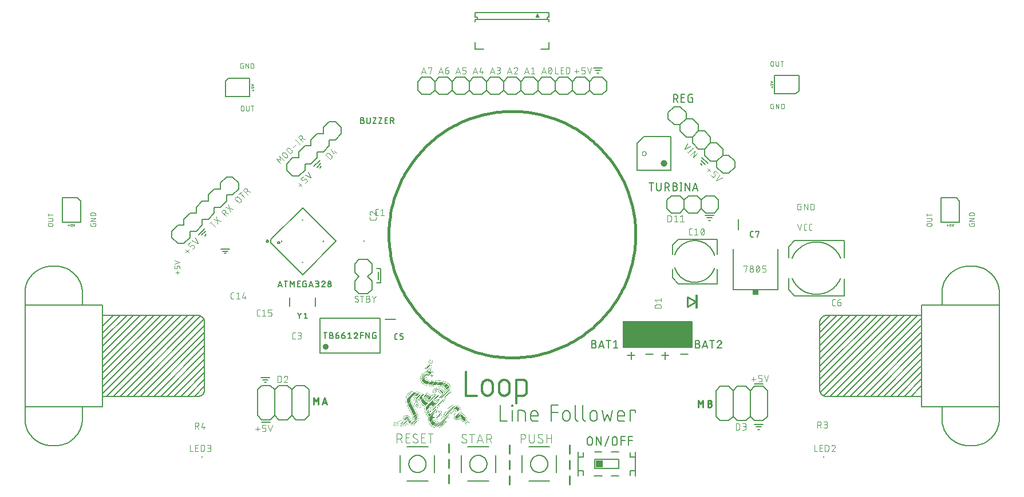
<source format=gbr>
G04 EAGLE Gerber RS-274X export*
G75*
%MOMM*%
%FSLAX34Y34*%
%LPD*%
%INSilkscreen Top*%
%IPPOS*%
%AMOC8*
5,1,8,0,0,1.08239X$1,22.5*%
G01*
%ADD10C,0.406400*%
%ADD11C,0.152400*%
%ADD12C,0.304800*%
%ADD13C,0.203200*%
%ADD14C,0.254000*%
%ADD15C,0.076200*%
%ADD16C,0.025400*%
%ADD17C,0.101600*%
%ADD18C,0.884400*%
%ADD19R,0.863600X0.762000*%
%ADD20R,0.300000X2.100000*%
%ADD21C,0.127000*%
%ADD22R,1.000000X1.000000*%
%ADD23R,0.200000X0.200000*%
%ADD24R,0.101600X0.012700*%
%ADD25R,0.177800X0.012700*%
%ADD26R,0.076200X0.012700*%
%ADD27R,0.228600X0.012700*%
%ADD28R,0.406400X0.012700*%
%ADD29R,0.431800X0.012700*%
%ADD30R,0.266700X0.012700*%
%ADD31R,0.254000X0.012700*%
%ADD32R,0.088900X0.012700*%
%ADD33R,0.038100X0.012700*%
%ADD34R,0.063500X0.012700*%
%ADD35R,0.050800X0.012700*%
%ADD36R,0.012700X0.012700*%
%ADD37R,0.025400X0.012700*%
%ADD38R,0.127000X0.012700*%
%ADD39R,0.114300X0.012700*%
%ADD40R,0.139700X0.012700*%
%ADD41R,0.165100X0.012700*%
%ADD42R,0.190500X0.012700*%
%ADD43R,0.203200X0.012700*%
%ADD44R,0.215900X0.012700*%
%ADD45R,0.241300X0.012700*%
%ADD46R,0.279400X0.012700*%
%ADD47R,0.292100X0.012700*%
%ADD48R,0.304800X0.012700*%
%ADD49R,0.330200X0.012700*%
%ADD50R,0.342900X0.012700*%
%ADD51R,0.368300X0.012700*%
%ADD52R,0.381000X0.012700*%
%ADD53R,0.393700X0.012700*%
%ADD54R,0.419100X0.012700*%
%ADD55R,0.444500X0.012700*%
%ADD56R,0.457200X0.012700*%
%ADD57R,0.469900X0.012700*%
%ADD58R,0.482600X0.012700*%
%ADD59R,0.495300X0.012700*%
%ADD60R,0.355600X0.012700*%
%ADD61R,0.317500X0.012700*%
%ADD62R,0.711200X0.012700*%
%ADD63R,0.774700X0.012700*%
%ADD64R,0.812800X0.012700*%
%ADD65R,0.838200X0.012700*%
%ADD66R,0.850900X0.012700*%
%ADD67R,0.876300X0.012700*%
%ADD68R,0.889000X0.012700*%
%ADD69R,0.901700X0.012700*%
%ADD70R,0.863600X0.012700*%
%ADD71R,0.825500X0.012700*%
%ADD72R,0.787400X0.012700*%
%ADD73R,0.762000X0.012700*%
%ADD74R,0.546100X0.012700*%
%ADD75R,0.635000X0.012700*%
%ADD76R,0.685800X0.012700*%
%ADD77R,0.749300X0.012700*%
%ADD78R,0.927100X0.012700*%
%ADD79R,0.952500X0.012700*%
%ADD80R,0.965200X0.012700*%
%ADD81R,0.977900X0.012700*%
%ADD82R,0.990600X0.012700*%
%ADD83R,0.939800X0.012700*%
%ADD84R,0.698500X0.012700*%
%ADD85R,0.660400X0.012700*%
%ADD86R,0.622300X0.012700*%
%ADD87R,0.596900X0.012700*%
%ADD88R,0.558800X0.012700*%
%ADD89R,0.152400X0.012700*%
%ADD90R,0.520700X0.012700*%
%ADD91R,0.508000X0.012700*%
%ADD92R,0.723900X0.012700*%
%ADD93R,0.571500X0.012700*%
%ADD94R,0.736600X0.012700*%
%ADD95R,1.092200X0.012700*%
%ADD96R,1.181100X0.012700*%
%ADD97R,1.282700X0.012700*%
%ADD98R,1.358900X0.012700*%
%ADD99R,1.447800X0.012700*%
%ADD100R,1.524000X0.012700*%
%ADD101R,1.600200X0.012700*%
%ADD102R,1.663700X0.012700*%
%ADD103R,1.739900X0.012700*%
%ADD104R,1.803400X0.012700*%
%ADD105R,1.879600X0.012700*%
%ADD106R,1.943100X0.012700*%
%ADD107R,2.006600X0.012700*%
%ADD108R,2.082800X0.012700*%
%ADD109R,0.673100X0.012700*%
%ADD110R,2.146300X0.012700*%
%ADD111R,2.209800X0.012700*%
%ADD112R,2.286000X0.012700*%
%ADD113R,2.349500X0.012700*%
%ADD114R,2.413000X0.012700*%
%ADD115R,2.476500X0.012700*%
%ADD116R,2.552700X0.012700*%
%ADD117R,2.628900X0.012700*%
%ADD118R,2.705100X0.012700*%
%ADD119R,2.781300X0.012700*%
%ADD120R,2.857500X0.012700*%
%ADD121R,2.959100X0.012700*%
%ADD122R,3.073400X0.012700*%
%ADD123R,3.327400X0.012700*%
%ADD124R,4.254500X0.012700*%
%ADD125R,4.267200X0.012700*%
%ADD126R,1.130300X0.012700*%
%ADD127R,2.971800X0.012700*%
%ADD128R,0.914400X0.012700*%
%ADD129R,2.743200X0.012700*%
%ADD130R,2.654300X0.012700*%
%ADD131R,2.565400X0.012700*%
%ADD132R,0.800100X0.012700*%
%ADD133R,2.489200X0.012700*%
%ADD134R,2.336800X0.012700*%
%ADD135R,2.273300X0.012700*%
%ADD136R,2.197100X0.012700*%
%ADD137R,2.133600X0.012700*%
%ADD138R,2.070100X0.012700*%
%ADD139R,1.993900X0.012700*%
%ADD140R,1.917700X0.012700*%
%ADD141R,0.647700X0.012700*%
%ADD142R,1.854200X0.012700*%
%ADD143R,1.778000X0.012700*%
%ADD144R,1.714500X0.012700*%
%ADD145R,1.625600X0.012700*%
%ADD146R,0.609600X0.012700*%
%ADD147R,1.549400X0.012700*%
%ADD148R,1.473200X0.012700*%
%ADD149R,1.384300X0.012700*%
%ADD150R,1.295400X0.012700*%
%ADD151R,0.584200X0.012700*%
%ADD152R,1.219200X0.012700*%
%ADD153R,1.117600X0.012700*%
%ADD154R,1.003300X0.012700*%
%ADD155R,0.533400X0.012700*%
%ADD156R,1.016000X0.012700*%
%ADD157R,1.054100X0.012700*%
%ADD158R,1.155700X0.012700*%
%ADD159R,1.193800X0.012700*%
%ADD160R,1.244600X0.012700*%
%ADD161R,1.308100X0.012700*%
%ADD162R,1.333500X0.012700*%
%ADD163R,1.371600X0.012700*%
%ADD164R,1.397000X0.012700*%
%ADD165R,1.422400X0.012700*%
%ADD166R,1.435100X0.012700*%
%ADD167R,1.498600X0.012700*%
%ADD168R,1.511300X0.012700*%
%ADD169R,1.536700X0.012700*%
%ADD170R,1.104900X0.012700*%
%ADD171R,1.079500X0.012700*%
%ADD172R,1.028700X0.012700*%
%ADD173R,1.041400X0.012700*%
%ADD174R,1.231900X0.012700*%
%ADD175R,1.346200X0.012700*%
%ADD176R,1.562100X0.012700*%
%ADD177R,2.324100X0.012700*%
%ADD178R,1.143000X0.012700*%
%ADD179R,3.530600X0.012700*%
%ADD180R,3.543300X0.012700*%
%ADD181R,3.556000X0.012700*%
%ADD182R,2.019300X0.012700*%
%ADD183R,1.930400X0.012700*%
%ADD184R,1.866900X0.012700*%
%ADD185R,1.066800X0.012700*%
%ADD186R,1.828800X0.012700*%
%ADD187R,1.790700X0.012700*%
%ADD188R,1.765300X0.012700*%
%ADD189R,1.816100X0.012700*%
%ADD190R,1.905000X0.012700*%
%ADD191R,1.981200X0.012700*%
%ADD192R,1.206500X0.012700*%
%ADD193R,1.612900X0.012700*%
%ADD194R,1.270000X0.012700*%
%ADD195R,1.587500X0.012700*%
%ADD196R,1.574800X0.012700*%
%ADD197R,1.409700X0.012700*%
%ADD198R,2.527300X0.012700*%
%ADD199R,2.463800X0.012700*%
%ADD200R,2.425700X0.012700*%
%ADD201R,2.400300X0.012700*%
%ADD202R,2.362200X0.012700*%
%ADD203R,2.247900X0.012700*%
%ADD204R,2.171700X0.012700*%
%ADD205R,2.159000X0.012700*%
%ADD206R,2.120900X0.012700*%
%ADD207R,1.320800X0.012700*%
%ADD208R,1.168400X0.012700*%
%ADD209R,1.752600X0.012700*%
%ADD210R,1.727200X0.012700*%
%ADD211R,1.689100X0.012700*%
%ADD212R,1.651000X0.012700*%
%ADD213R,1.638300X0.012700*%
%ADD214R,1.485900X0.012700*%
%ADD215R,1.460500X0.012700*%
%ADD216R,1.257300X0.012700*%
%ADD217C,1.000000*%

G36*
X265780Y-168408D02*
X265780Y-168408D01*
X265799Y-168410D01*
X265901Y-168388D01*
X266003Y-168372D01*
X266020Y-168362D01*
X266040Y-168358D01*
X266129Y-168305D01*
X266220Y-168256D01*
X266234Y-168242D01*
X266251Y-168232D01*
X266318Y-168153D01*
X266390Y-168078D01*
X266398Y-168060D01*
X266411Y-168045D01*
X266450Y-167949D01*
X266493Y-167855D01*
X266495Y-167835D01*
X266503Y-167817D01*
X266521Y-167650D01*
X266521Y-129550D01*
X266518Y-129530D01*
X266520Y-129511D01*
X266498Y-129409D01*
X266482Y-129307D01*
X266472Y-129290D01*
X266468Y-129270D01*
X266415Y-129181D01*
X266366Y-129090D01*
X266352Y-129076D01*
X266342Y-129059D01*
X266263Y-128992D01*
X266188Y-128921D01*
X266170Y-128912D01*
X266155Y-128899D01*
X266059Y-128860D01*
X265965Y-128817D01*
X265945Y-128815D01*
X265927Y-128807D01*
X265760Y-128789D01*
X164160Y-128789D01*
X164140Y-128792D01*
X164121Y-128790D01*
X164019Y-128812D01*
X163917Y-128829D01*
X163900Y-128838D01*
X163880Y-128842D01*
X163791Y-128895D01*
X163700Y-128944D01*
X163686Y-128958D01*
X163669Y-128968D01*
X163602Y-129047D01*
X163531Y-129122D01*
X163522Y-129140D01*
X163509Y-129155D01*
X163470Y-129251D01*
X163427Y-129345D01*
X163425Y-129365D01*
X163417Y-129383D01*
X163399Y-129550D01*
X163399Y-167650D01*
X163402Y-167670D01*
X163400Y-167689D01*
X163422Y-167791D01*
X163439Y-167893D01*
X163448Y-167910D01*
X163452Y-167930D01*
X163505Y-168019D01*
X163554Y-168110D01*
X163568Y-168124D01*
X163578Y-168141D01*
X163657Y-168208D01*
X163732Y-168280D01*
X163750Y-168288D01*
X163765Y-168301D01*
X163861Y-168340D01*
X163955Y-168383D01*
X163975Y-168385D01*
X163993Y-168393D01*
X164160Y-168411D01*
X265760Y-168411D01*
X265780Y-168408D01*
G37*
G36*
X39508Y320986D02*
X39508Y320986D01*
X39517Y320985D01*
X39649Y321006D01*
X39782Y321025D01*
X39789Y321028D01*
X39798Y321029D01*
X39919Y321086D01*
X40041Y321141D01*
X40047Y321146D01*
X40055Y321150D01*
X40156Y321238D01*
X40258Y321325D01*
X40263Y321332D01*
X40269Y321337D01*
X40341Y321450D01*
X40416Y321561D01*
X40418Y321569D01*
X40423Y321576D01*
X40461Y321705D01*
X40501Y321832D01*
X40502Y321841D01*
X40504Y321849D01*
X40505Y321983D01*
X40509Y322116D01*
X40506Y322125D01*
X40507Y322133D01*
X40491Y322184D01*
X40437Y322391D01*
X40417Y322424D01*
X40408Y322454D01*
X38408Y326454D01*
X38351Y326536D01*
X38302Y326623D01*
X38271Y326653D01*
X38247Y326688D01*
X38169Y326751D01*
X38098Y326821D01*
X38060Y326841D01*
X38027Y326868D01*
X37935Y326907D01*
X37847Y326954D01*
X37805Y326963D01*
X37765Y326980D01*
X37666Y326992D01*
X37569Y327013D01*
X37526Y327010D01*
X37483Y327015D01*
X37385Y327000D01*
X37285Y326992D01*
X37245Y326977D01*
X37202Y326971D01*
X37112Y326928D01*
X37019Y326894D01*
X36984Y326868D01*
X36945Y326850D01*
X36870Y326784D01*
X36790Y326725D01*
X36767Y326694D01*
X36731Y326663D01*
X36634Y326511D01*
X36592Y326454D01*
X34592Y322454D01*
X34589Y322446D01*
X34585Y322439D01*
X34544Y322311D01*
X34502Y322184D01*
X34501Y322176D01*
X34499Y322168D01*
X34495Y322033D01*
X34490Y321900D01*
X34492Y321892D01*
X34491Y321884D01*
X34525Y321754D01*
X34557Y321624D01*
X34561Y321617D01*
X34563Y321609D01*
X34631Y321494D01*
X34698Y321377D01*
X34704Y321372D01*
X34709Y321364D01*
X34806Y321272D01*
X34902Y321180D01*
X34910Y321176D01*
X34916Y321170D01*
X35035Y321109D01*
X35153Y321046D01*
X35161Y321044D01*
X35169Y321040D01*
X35221Y321032D01*
X35431Y320987D01*
X35469Y320990D01*
X35500Y320985D01*
X39500Y320985D01*
X39508Y320986D01*
G37*
D10*
X-182500Y0D02*
X-182445Y4479D01*
X-182280Y8955D01*
X-182006Y13426D01*
X-181621Y17888D01*
X-181128Y22340D01*
X-180525Y26778D01*
X-179813Y31201D01*
X-178993Y35604D01*
X-178066Y39986D01*
X-177031Y44344D01*
X-175889Y48675D01*
X-174642Y52977D01*
X-173289Y57247D01*
X-171832Y61482D01*
X-170271Y65681D01*
X-168608Y69840D01*
X-166843Y73957D01*
X-164978Y78029D01*
X-163013Y82054D01*
X-160951Y86030D01*
X-158791Y89954D01*
X-156535Y93824D01*
X-154186Y97637D01*
X-151743Y101392D01*
X-149209Y105085D01*
X-146585Y108715D01*
X-143873Y112280D01*
X-141074Y115777D01*
X-138191Y119204D01*
X-135224Y122560D01*
X-132175Y125841D01*
X-129047Y129047D01*
X-125841Y132175D01*
X-122560Y135224D01*
X-119204Y138191D01*
X-115777Y141074D01*
X-112280Y143873D01*
X-108715Y146585D01*
X-105085Y149209D01*
X-101392Y151743D01*
X-97637Y154186D01*
X-93824Y156535D01*
X-89954Y158791D01*
X-86030Y160951D01*
X-82054Y163013D01*
X-78029Y164978D01*
X-73957Y166843D01*
X-69840Y168608D01*
X-65681Y170271D01*
X-61482Y171832D01*
X-57247Y173289D01*
X-52977Y174642D01*
X-48675Y175889D01*
X-44344Y177031D01*
X-39986Y178066D01*
X-35604Y178993D01*
X-31201Y179813D01*
X-26778Y180525D01*
X-22340Y181128D01*
X-17888Y181621D01*
X-13426Y182006D01*
X-8955Y182280D01*
X-4479Y182445D01*
X0Y182500D01*
X4479Y182445D01*
X8955Y182280D01*
X13426Y182006D01*
X17888Y181621D01*
X22340Y181128D01*
X26778Y180525D01*
X31201Y179813D01*
X35604Y178993D01*
X39986Y178066D01*
X44344Y177031D01*
X48675Y175889D01*
X52977Y174642D01*
X57247Y173289D01*
X61482Y171832D01*
X65681Y170271D01*
X69840Y168608D01*
X73957Y166843D01*
X78029Y164978D01*
X82054Y163013D01*
X86030Y160951D01*
X89954Y158791D01*
X93824Y156535D01*
X97637Y154186D01*
X101392Y151743D01*
X105085Y149209D01*
X108715Y146585D01*
X112280Y143873D01*
X115777Y141074D01*
X119204Y138191D01*
X122560Y135224D01*
X125841Y132175D01*
X129047Y129047D01*
X132175Y125841D01*
X135224Y122560D01*
X138191Y119204D01*
X141074Y115777D01*
X143873Y112280D01*
X146585Y108715D01*
X149209Y105085D01*
X151743Y101392D01*
X154186Y97637D01*
X156535Y93824D01*
X158791Y89954D01*
X160951Y86030D01*
X163013Y82054D01*
X164978Y78029D01*
X166843Y73957D01*
X168608Y69840D01*
X170271Y65681D01*
X171832Y61482D01*
X173289Y57247D01*
X174642Y52977D01*
X175889Y48675D01*
X177031Y44344D01*
X178066Y39986D01*
X178993Y35604D01*
X179813Y31201D01*
X180525Y26778D01*
X181128Y22340D01*
X181621Y17888D01*
X182006Y13426D01*
X182280Y8955D01*
X182445Y4479D01*
X182500Y0D01*
X182445Y-4479D01*
X182280Y-8955D01*
X182006Y-13426D01*
X181621Y-17888D01*
X181128Y-22340D01*
X180525Y-26778D01*
X179813Y-31201D01*
X178993Y-35604D01*
X178066Y-39986D01*
X177031Y-44344D01*
X175889Y-48675D01*
X174642Y-52977D01*
X173289Y-57247D01*
X171832Y-61482D01*
X170271Y-65681D01*
X168608Y-69840D01*
X166843Y-73957D01*
X164978Y-78029D01*
X163013Y-82054D01*
X160951Y-86030D01*
X158791Y-89954D01*
X156535Y-93824D01*
X154186Y-97637D01*
X151743Y-101392D01*
X149209Y-105085D01*
X146585Y-108715D01*
X143873Y-112280D01*
X141074Y-115777D01*
X138191Y-119204D01*
X135224Y-122560D01*
X132175Y-125841D01*
X129047Y-129047D01*
X125841Y-132175D01*
X122560Y-135224D01*
X119204Y-138191D01*
X115777Y-141074D01*
X112280Y-143873D01*
X108715Y-146585D01*
X105085Y-149209D01*
X101392Y-151743D01*
X97637Y-154186D01*
X93824Y-156535D01*
X89954Y-158791D01*
X86030Y-160951D01*
X82054Y-163013D01*
X78029Y-164978D01*
X73957Y-166843D01*
X69840Y-168608D01*
X65681Y-170271D01*
X61482Y-171832D01*
X57247Y-173289D01*
X52977Y-174642D01*
X48675Y-175889D01*
X44344Y-177031D01*
X39986Y-178066D01*
X35604Y-178993D01*
X31201Y-179813D01*
X26778Y-180525D01*
X22340Y-181128D01*
X17888Y-181621D01*
X13426Y-182006D01*
X8955Y-182280D01*
X4479Y-182445D01*
X0Y-182500D01*
X-4479Y-182445D01*
X-8955Y-182280D01*
X-13426Y-182006D01*
X-17888Y-181621D01*
X-22340Y-181128D01*
X-26778Y-180525D01*
X-31201Y-179813D01*
X-35604Y-178993D01*
X-39986Y-178066D01*
X-44344Y-177031D01*
X-48675Y-175889D01*
X-52977Y-174642D01*
X-57247Y-173289D01*
X-61482Y-171832D01*
X-65681Y-170271D01*
X-69840Y-168608D01*
X-73957Y-166843D01*
X-78029Y-164978D01*
X-82054Y-163013D01*
X-86030Y-160951D01*
X-89954Y-158791D01*
X-93824Y-156535D01*
X-97637Y-154186D01*
X-101392Y-151743D01*
X-105085Y-149209D01*
X-108715Y-146585D01*
X-112280Y-143873D01*
X-115777Y-141074D01*
X-119204Y-138191D01*
X-122560Y-135224D01*
X-125841Y-132175D01*
X-129047Y-129047D01*
X-132175Y-125841D01*
X-135224Y-122560D01*
X-138191Y-119204D01*
X-141074Y-115777D01*
X-143873Y-112280D01*
X-146585Y-108715D01*
X-149209Y-105085D01*
X-151743Y-101392D01*
X-154186Y-97637D01*
X-156535Y-93824D01*
X-158791Y-89954D01*
X-160951Y-86030D01*
X-163013Y-82054D01*
X-164978Y-78029D01*
X-166843Y-73957D01*
X-168608Y-69840D01*
X-170271Y-65681D01*
X-171832Y-61482D01*
X-173289Y-57247D01*
X-174642Y-52977D01*
X-175889Y-48675D01*
X-177031Y-44344D01*
X-178066Y-39986D01*
X-178993Y-35604D01*
X-179813Y-31201D01*
X-180525Y-26778D01*
X-181128Y-22340D01*
X-181621Y-17888D01*
X-182006Y-13426D01*
X-182280Y-8955D01*
X-182445Y-4479D01*
X-182500Y0D01*
D11*
X170637Y-179616D02*
X181474Y-179616D01*
X176056Y-185035D02*
X176056Y-174198D01*
X220802Y-179616D02*
X231639Y-179616D01*
X226221Y-185035D02*
X226221Y-174198D01*
X208684Y-177711D02*
X197847Y-177711D01*
X249377Y-177711D02*
X260214Y-177711D01*
D12*
X-68166Y-204004D02*
X-68166Y-239056D01*
X-52587Y-239056D01*
X-44297Y-231267D02*
X-44297Y-223477D01*
X-44295Y-223287D01*
X-44288Y-223098D01*
X-44276Y-222908D01*
X-44260Y-222719D01*
X-44239Y-222531D01*
X-44214Y-222343D01*
X-44184Y-222156D01*
X-44150Y-221969D01*
X-44111Y-221783D01*
X-44067Y-221599D01*
X-44019Y-221415D01*
X-43967Y-221233D01*
X-43910Y-221052D01*
X-43849Y-220873D01*
X-43783Y-220695D01*
X-43713Y-220518D01*
X-43639Y-220344D01*
X-43561Y-220171D01*
X-43478Y-220000D01*
X-43391Y-219831D01*
X-43300Y-219665D01*
X-43206Y-219501D01*
X-43107Y-219339D01*
X-43004Y-219179D01*
X-42897Y-219022D01*
X-42787Y-218868D01*
X-42673Y-218717D01*
X-42555Y-218568D01*
X-42434Y-218422D01*
X-42309Y-218279D01*
X-42181Y-218140D01*
X-42049Y-218003D01*
X-41914Y-217870D01*
X-41776Y-217740D01*
X-41635Y-217613D01*
X-41490Y-217490D01*
X-41343Y-217370D01*
X-41193Y-217255D01*
X-41040Y-217142D01*
X-40884Y-217034D01*
X-40726Y-216929D01*
X-40566Y-216828D01*
X-40402Y-216732D01*
X-40237Y-216639D01*
X-40069Y-216550D01*
X-39900Y-216465D01*
X-39728Y-216385D01*
X-39554Y-216308D01*
X-39379Y-216236D01*
X-39202Y-216169D01*
X-39023Y-216105D01*
X-38843Y-216046D01*
X-38661Y-215991D01*
X-38478Y-215941D01*
X-38294Y-215896D01*
X-38109Y-215854D01*
X-37923Y-215818D01*
X-37736Y-215785D01*
X-37548Y-215758D01*
X-37360Y-215735D01*
X-37171Y-215716D01*
X-36982Y-215702D01*
X-36792Y-215693D01*
X-36603Y-215689D01*
X-36413Y-215689D01*
X-36224Y-215693D01*
X-36034Y-215702D01*
X-35845Y-215716D01*
X-35656Y-215735D01*
X-35468Y-215758D01*
X-35280Y-215785D01*
X-35093Y-215818D01*
X-34907Y-215854D01*
X-34722Y-215896D01*
X-34538Y-215941D01*
X-34355Y-215991D01*
X-34173Y-216046D01*
X-33993Y-216105D01*
X-33814Y-216169D01*
X-33637Y-216236D01*
X-33462Y-216308D01*
X-33288Y-216385D01*
X-33116Y-216465D01*
X-32947Y-216550D01*
X-32779Y-216639D01*
X-32614Y-216732D01*
X-32450Y-216828D01*
X-32290Y-216929D01*
X-32132Y-217034D01*
X-31976Y-217142D01*
X-31823Y-217255D01*
X-31673Y-217370D01*
X-31526Y-217490D01*
X-31381Y-217613D01*
X-31240Y-217740D01*
X-31102Y-217870D01*
X-30967Y-218003D01*
X-30835Y-218140D01*
X-30707Y-218279D01*
X-30582Y-218422D01*
X-30461Y-218568D01*
X-30343Y-218717D01*
X-30229Y-218868D01*
X-30119Y-219022D01*
X-30012Y-219179D01*
X-29909Y-219339D01*
X-29810Y-219501D01*
X-29716Y-219665D01*
X-29625Y-219831D01*
X-29538Y-220000D01*
X-29455Y-220171D01*
X-29377Y-220344D01*
X-29303Y-220518D01*
X-29233Y-220695D01*
X-29167Y-220873D01*
X-29106Y-221052D01*
X-29049Y-221233D01*
X-28997Y-221415D01*
X-28949Y-221599D01*
X-28905Y-221783D01*
X-28866Y-221969D01*
X-28832Y-222156D01*
X-28802Y-222343D01*
X-28777Y-222531D01*
X-28756Y-222719D01*
X-28740Y-222908D01*
X-28728Y-223098D01*
X-28721Y-223287D01*
X-28719Y-223477D01*
X-28718Y-223477D02*
X-28718Y-231267D01*
X-28719Y-231267D02*
X-28721Y-231457D01*
X-28728Y-231646D01*
X-28740Y-231836D01*
X-28756Y-232025D01*
X-28777Y-232213D01*
X-28802Y-232401D01*
X-28832Y-232588D01*
X-28866Y-232775D01*
X-28905Y-232961D01*
X-28949Y-233145D01*
X-28997Y-233329D01*
X-29049Y-233511D01*
X-29106Y-233692D01*
X-29167Y-233871D01*
X-29233Y-234049D01*
X-29303Y-234226D01*
X-29377Y-234400D01*
X-29455Y-234573D01*
X-29538Y-234744D01*
X-29625Y-234913D01*
X-29716Y-235079D01*
X-29810Y-235243D01*
X-29909Y-235405D01*
X-30012Y-235565D01*
X-30119Y-235722D01*
X-30229Y-235876D01*
X-30343Y-236027D01*
X-30461Y-236176D01*
X-30582Y-236322D01*
X-30707Y-236465D01*
X-30835Y-236604D01*
X-30967Y-236741D01*
X-31102Y-236874D01*
X-31240Y-237004D01*
X-31381Y-237131D01*
X-31526Y-237254D01*
X-31673Y-237374D01*
X-31823Y-237489D01*
X-31976Y-237602D01*
X-32132Y-237710D01*
X-32290Y-237815D01*
X-32450Y-237916D01*
X-32613Y-238012D01*
X-32779Y-238105D01*
X-32947Y-238194D01*
X-33116Y-238279D01*
X-33288Y-238359D01*
X-33462Y-238436D01*
X-33637Y-238508D01*
X-33814Y-238575D01*
X-33993Y-238639D01*
X-34173Y-238698D01*
X-34355Y-238753D01*
X-34538Y-238803D01*
X-34722Y-238848D01*
X-34907Y-238890D01*
X-35093Y-238926D01*
X-35280Y-238959D01*
X-35468Y-238986D01*
X-35656Y-239009D01*
X-35845Y-239028D01*
X-36034Y-239042D01*
X-36224Y-239051D01*
X-36413Y-239055D01*
X-36603Y-239055D01*
X-36792Y-239051D01*
X-36982Y-239042D01*
X-37171Y-239028D01*
X-37360Y-239009D01*
X-37548Y-238986D01*
X-37736Y-238959D01*
X-37923Y-238926D01*
X-38109Y-238890D01*
X-38294Y-238848D01*
X-38478Y-238803D01*
X-38661Y-238753D01*
X-38843Y-238698D01*
X-39023Y-238639D01*
X-39202Y-238575D01*
X-39379Y-238508D01*
X-39554Y-238436D01*
X-39728Y-238359D01*
X-39900Y-238279D01*
X-40069Y-238194D01*
X-40237Y-238105D01*
X-40402Y-238012D01*
X-40566Y-237916D01*
X-40726Y-237815D01*
X-40884Y-237710D01*
X-41040Y-237602D01*
X-41193Y-237489D01*
X-41343Y-237374D01*
X-41490Y-237254D01*
X-41635Y-237131D01*
X-41776Y-237004D01*
X-41914Y-236874D01*
X-42049Y-236741D01*
X-42181Y-236604D01*
X-42309Y-236465D01*
X-42434Y-236322D01*
X-42555Y-236176D01*
X-42673Y-236027D01*
X-42787Y-235876D01*
X-42897Y-235722D01*
X-43004Y-235565D01*
X-43107Y-235405D01*
X-43206Y-235243D01*
X-43300Y-235079D01*
X-43391Y-234913D01*
X-43478Y-234744D01*
X-43561Y-234573D01*
X-43639Y-234400D01*
X-43713Y-234226D01*
X-43783Y-234049D01*
X-43849Y-233871D01*
X-43910Y-233692D01*
X-43967Y-233511D01*
X-44019Y-233329D01*
X-44067Y-233145D01*
X-44111Y-232961D01*
X-44150Y-232775D01*
X-44184Y-232588D01*
X-44214Y-232401D01*
X-44239Y-232213D01*
X-44260Y-232025D01*
X-44276Y-231836D01*
X-44288Y-231646D01*
X-44295Y-231457D01*
X-44297Y-231267D01*
X-19532Y-231267D02*
X-19532Y-223477D01*
X-19530Y-223287D01*
X-19523Y-223098D01*
X-19511Y-222908D01*
X-19495Y-222719D01*
X-19474Y-222531D01*
X-19449Y-222343D01*
X-19419Y-222156D01*
X-19385Y-221969D01*
X-19346Y-221783D01*
X-19302Y-221599D01*
X-19254Y-221415D01*
X-19202Y-221233D01*
X-19145Y-221052D01*
X-19084Y-220873D01*
X-19018Y-220695D01*
X-18948Y-220518D01*
X-18874Y-220344D01*
X-18796Y-220171D01*
X-18713Y-220000D01*
X-18626Y-219831D01*
X-18535Y-219665D01*
X-18441Y-219501D01*
X-18342Y-219339D01*
X-18239Y-219179D01*
X-18132Y-219022D01*
X-18022Y-218868D01*
X-17908Y-218717D01*
X-17790Y-218568D01*
X-17669Y-218422D01*
X-17544Y-218279D01*
X-17416Y-218140D01*
X-17284Y-218003D01*
X-17149Y-217870D01*
X-17011Y-217740D01*
X-16870Y-217613D01*
X-16725Y-217490D01*
X-16578Y-217370D01*
X-16428Y-217255D01*
X-16275Y-217142D01*
X-16119Y-217034D01*
X-15961Y-216929D01*
X-15801Y-216828D01*
X-15637Y-216732D01*
X-15472Y-216639D01*
X-15304Y-216550D01*
X-15135Y-216465D01*
X-14963Y-216385D01*
X-14789Y-216308D01*
X-14614Y-216236D01*
X-14437Y-216169D01*
X-14258Y-216105D01*
X-14078Y-216046D01*
X-13896Y-215991D01*
X-13713Y-215941D01*
X-13529Y-215896D01*
X-13344Y-215854D01*
X-13158Y-215818D01*
X-12971Y-215785D01*
X-12783Y-215758D01*
X-12595Y-215735D01*
X-12406Y-215716D01*
X-12217Y-215702D01*
X-12027Y-215693D01*
X-11838Y-215689D01*
X-11648Y-215689D01*
X-11459Y-215693D01*
X-11269Y-215702D01*
X-11080Y-215716D01*
X-10891Y-215735D01*
X-10703Y-215758D01*
X-10515Y-215785D01*
X-10328Y-215818D01*
X-10142Y-215854D01*
X-9957Y-215896D01*
X-9773Y-215941D01*
X-9590Y-215991D01*
X-9408Y-216046D01*
X-9228Y-216105D01*
X-9049Y-216169D01*
X-8872Y-216236D01*
X-8697Y-216308D01*
X-8523Y-216385D01*
X-8351Y-216465D01*
X-8182Y-216550D01*
X-8014Y-216639D01*
X-7848Y-216732D01*
X-7685Y-216828D01*
X-7525Y-216929D01*
X-7367Y-217034D01*
X-7211Y-217142D01*
X-7058Y-217255D01*
X-6908Y-217370D01*
X-6761Y-217490D01*
X-6616Y-217613D01*
X-6475Y-217740D01*
X-6337Y-217870D01*
X-6202Y-218003D01*
X-6070Y-218140D01*
X-5942Y-218279D01*
X-5817Y-218422D01*
X-5696Y-218568D01*
X-5578Y-218717D01*
X-5464Y-218868D01*
X-5354Y-219022D01*
X-5247Y-219179D01*
X-5144Y-219339D01*
X-5045Y-219501D01*
X-4951Y-219665D01*
X-4860Y-219831D01*
X-4773Y-220000D01*
X-4690Y-220171D01*
X-4612Y-220344D01*
X-4538Y-220518D01*
X-4468Y-220695D01*
X-4402Y-220873D01*
X-4341Y-221052D01*
X-4284Y-221233D01*
X-4232Y-221415D01*
X-4184Y-221599D01*
X-4140Y-221783D01*
X-4101Y-221969D01*
X-4067Y-222156D01*
X-4037Y-222343D01*
X-4012Y-222531D01*
X-3991Y-222719D01*
X-3975Y-222908D01*
X-3963Y-223098D01*
X-3956Y-223287D01*
X-3954Y-223477D01*
X-3953Y-223477D02*
X-3953Y-231267D01*
X-3954Y-231267D02*
X-3956Y-231457D01*
X-3963Y-231646D01*
X-3975Y-231836D01*
X-3991Y-232025D01*
X-4012Y-232213D01*
X-4037Y-232401D01*
X-4067Y-232588D01*
X-4101Y-232775D01*
X-4140Y-232961D01*
X-4184Y-233145D01*
X-4232Y-233329D01*
X-4284Y-233511D01*
X-4341Y-233692D01*
X-4402Y-233871D01*
X-4468Y-234049D01*
X-4538Y-234226D01*
X-4612Y-234400D01*
X-4690Y-234573D01*
X-4773Y-234744D01*
X-4860Y-234913D01*
X-4951Y-235079D01*
X-5045Y-235243D01*
X-5144Y-235405D01*
X-5247Y-235565D01*
X-5354Y-235722D01*
X-5464Y-235876D01*
X-5578Y-236027D01*
X-5696Y-236176D01*
X-5817Y-236322D01*
X-5942Y-236465D01*
X-6070Y-236604D01*
X-6202Y-236741D01*
X-6337Y-236874D01*
X-6475Y-237004D01*
X-6616Y-237131D01*
X-6761Y-237254D01*
X-6908Y-237374D01*
X-7058Y-237489D01*
X-7211Y-237602D01*
X-7367Y-237710D01*
X-7525Y-237815D01*
X-7685Y-237916D01*
X-7848Y-238012D01*
X-8014Y-238105D01*
X-8182Y-238194D01*
X-8351Y-238279D01*
X-8523Y-238359D01*
X-8697Y-238436D01*
X-8872Y-238508D01*
X-9049Y-238575D01*
X-9228Y-238639D01*
X-9408Y-238698D01*
X-9590Y-238753D01*
X-9773Y-238803D01*
X-9957Y-238848D01*
X-10142Y-238890D01*
X-10328Y-238926D01*
X-10515Y-238959D01*
X-10703Y-238986D01*
X-10891Y-239009D01*
X-11080Y-239028D01*
X-11269Y-239042D01*
X-11459Y-239051D01*
X-11648Y-239055D01*
X-11838Y-239055D01*
X-12027Y-239051D01*
X-12217Y-239042D01*
X-12406Y-239028D01*
X-12595Y-239009D01*
X-12783Y-238986D01*
X-12971Y-238959D01*
X-13158Y-238926D01*
X-13344Y-238890D01*
X-13529Y-238848D01*
X-13713Y-238803D01*
X-13896Y-238753D01*
X-14078Y-238698D01*
X-14258Y-238639D01*
X-14437Y-238575D01*
X-14614Y-238508D01*
X-14789Y-238436D01*
X-14963Y-238359D01*
X-15135Y-238279D01*
X-15304Y-238194D01*
X-15472Y-238105D01*
X-15637Y-238012D01*
X-15801Y-237916D01*
X-15961Y-237815D01*
X-16119Y-237710D01*
X-16275Y-237602D01*
X-16428Y-237489D01*
X-16578Y-237374D01*
X-16725Y-237254D01*
X-16870Y-237131D01*
X-17011Y-237004D01*
X-17149Y-236874D01*
X-17284Y-236741D01*
X-17416Y-236604D01*
X-17544Y-236465D01*
X-17669Y-236322D01*
X-17790Y-236176D01*
X-17908Y-236027D01*
X-18022Y-235876D01*
X-18132Y-235722D01*
X-18239Y-235565D01*
X-18342Y-235405D01*
X-18441Y-235243D01*
X-18535Y-235079D01*
X-18626Y-234913D01*
X-18713Y-234744D01*
X-18796Y-234573D01*
X-18874Y-234400D01*
X-18948Y-234226D01*
X-19018Y-234049D01*
X-19084Y-233871D01*
X-19145Y-233692D01*
X-19202Y-233511D01*
X-19254Y-233329D01*
X-19302Y-233145D01*
X-19346Y-232961D01*
X-19385Y-232775D01*
X-19419Y-232588D01*
X-19449Y-232401D01*
X-19474Y-232213D01*
X-19495Y-232025D01*
X-19511Y-231836D01*
X-19523Y-231646D01*
X-19530Y-231457D01*
X-19532Y-231267D01*
X6161Y-215688D02*
X6161Y-250740D01*
X6161Y-215688D02*
X15898Y-215688D01*
X16048Y-215690D01*
X16199Y-215696D01*
X16349Y-215705D01*
X16499Y-215719D01*
X16648Y-215736D01*
X16797Y-215758D01*
X16945Y-215783D01*
X17093Y-215812D01*
X17240Y-215844D01*
X17386Y-215881D01*
X17531Y-215921D01*
X17675Y-215965D01*
X17817Y-216012D01*
X17959Y-216064D01*
X18099Y-216118D01*
X18237Y-216177D01*
X18375Y-216239D01*
X18510Y-216304D01*
X18644Y-216373D01*
X18775Y-216446D01*
X18905Y-216522D01*
X19033Y-216601D01*
X19159Y-216683D01*
X19283Y-216769D01*
X19404Y-216857D01*
X19524Y-216949D01*
X19640Y-217044D01*
X19755Y-217142D01*
X19866Y-217243D01*
X19975Y-217346D01*
X20082Y-217453D01*
X20185Y-217562D01*
X20286Y-217673D01*
X20384Y-217788D01*
X20479Y-217904D01*
X20571Y-218024D01*
X20659Y-218145D01*
X20745Y-218269D01*
X20827Y-218395D01*
X20906Y-218523D01*
X20982Y-218653D01*
X21055Y-218784D01*
X21124Y-218918D01*
X21189Y-219053D01*
X21251Y-219191D01*
X21310Y-219329D01*
X21364Y-219469D01*
X21416Y-219611D01*
X21463Y-219753D01*
X21507Y-219897D01*
X21547Y-220042D01*
X21584Y-220188D01*
X21616Y-220335D01*
X21645Y-220483D01*
X21670Y-220631D01*
X21692Y-220780D01*
X21709Y-220929D01*
X21723Y-221079D01*
X21732Y-221229D01*
X21738Y-221380D01*
X21740Y-221530D01*
X21740Y-233214D01*
X21738Y-233364D01*
X21732Y-233515D01*
X21723Y-233665D01*
X21709Y-233815D01*
X21692Y-233964D01*
X21670Y-234113D01*
X21645Y-234261D01*
X21616Y-234409D01*
X21584Y-234556D01*
X21547Y-234702D01*
X21507Y-234847D01*
X21463Y-234991D01*
X21416Y-235133D01*
X21364Y-235275D01*
X21310Y-235415D01*
X21251Y-235553D01*
X21189Y-235691D01*
X21124Y-235826D01*
X21055Y-235960D01*
X20982Y-236091D01*
X20906Y-236221D01*
X20827Y-236349D01*
X20745Y-236475D01*
X20659Y-236599D01*
X20571Y-236720D01*
X20479Y-236840D01*
X20384Y-236956D01*
X20286Y-237071D01*
X20185Y-237182D01*
X20082Y-237291D01*
X19975Y-237398D01*
X19866Y-237501D01*
X19755Y-237602D01*
X19640Y-237700D01*
X19524Y-237795D01*
X19404Y-237887D01*
X19283Y-237975D01*
X19159Y-238061D01*
X19033Y-238143D01*
X18905Y-238222D01*
X18775Y-238298D01*
X18644Y-238371D01*
X18510Y-238440D01*
X18375Y-238505D01*
X18237Y-238567D01*
X18099Y-238626D01*
X17959Y-238680D01*
X17817Y-238732D01*
X17675Y-238779D01*
X17531Y-238823D01*
X17386Y-238863D01*
X17240Y-238900D01*
X17093Y-238932D01*
X16945Y-238961D01*
X16797Y-238986D01*
X16648Y-239008D01*
X16499Y-239025D01*
X16349Y-239039D01*
X16199Y-239048D01*
X16048Y-239054D01*
X15898Y-239056D01*
X6161Y-239056D01*
D13*
X-17404Y-253106D02*
X-17404Y-276474D01*
X-7018Y-276474D01*
X198Y-276474D02*
X198Y-260895D01*
X-451Y-254404D02*
X-451Y-253106D01*
X847Y-253106D01*
X847Y-254404D01*
X-451Y-254404D01*
X8924Y-260895D02*
X8924Y-276474D01*
X8924Y-260895D02*
X15415Y-260895D01*
X15537Y-260897D01*
X15660Y-260903D01*
X15782Y-260912D01*
X15903Y-260926D01*
X16024Y-260943D01*
X16145Y-260964D01*
X16265Y-260989D01*
X16384Y-261017D01*
X16502Y-261050D01*
X16619Y-261086D01*
X16734Y-261125D01*
X16849Y-261169D01*
X16962Y-261215D01*
X17073Y-261266D01*
X17183Y-261320D01*
X17291Y-261377D01*
X17398Y-261437D01*
X17502Y-261501D01*
X17604Y-261569D01*
X17704Y-261639D01*
X17802Y-261712D01*
X17898Y-261789D01*
X17991Y-261868D01*
X18081Y-261951D01*
X18169Y-262036D01*
X18254Y-262124D01*
X18337Y-262214D01*
X18416Y-262307D01*
X18493Y-262403D01*
X18566Y-262501D01*
X18636Y-262601D01*
X18704Y-262703D01*
X18768Y-262807D01*
X18828Y-262914D01*
X18885Y-263022D01*
X18939Y-263132D01*
X18990Y-263243D01*
X19036Y-263356D01*
X19080Y-263471D01*
X19119Y-263586D01*
X19155Y-263703D01*
X19188Y-263821D01*
X19216Y-263940D01*
X19241Y-264060D01*
X19262Y-264181D01*
X19279Y-264302D01*
X19293Y-264423D01*
X19302Y-264545D01*
X19308Y-264668D01*
X19310Y-264790D01*
X19310Y-276474D01*
X31610Y-276474D02*
X38101Y-276474D01*
X31610Y-276474D02*
X31488Y-276472D01*
X31365Y-276466D01*
X31243Y-276457D01*
X31122Y-276443D01*
X31001Y-276426D01*
X30880Y-276405D01*
X30760Y-276380D01*
X30641Y-276352D01*
X30523Y-276319D01*
X30406Y-276283D01*
X30291Y-276244D01*
X30176Y-276200D01*
X30063Y-276154D01*
X29952Y-276103D01*
X29842Y-276049D01*
X29734Y-275992D01*
X29627Y-275932D01*
X29523Y-275868D01*
X29421Y-275800D01*
X29321Y-275730D01*
X29223Y-275657D01*
X29127Y-275580D01*
X29034Y-275501D01*
X28944Y-275418D01*
X28856Y-275333D01*
X28771Y-275245D01*
X28688Y-275155D01*
X28609Y-275062D01*
X28532Y-274966D01*
X28459Y-274868D01*
X28389Y-274768D01*
X28321Y-274666D01*
X28257Y-274562D01*
X28197Y-274455D01*
X28140Y-274347D01*
X28086Y-274237D01*
X28035Y-274126D01*
X27989Y-274013D01*
X27945Y-273898D01*
X27906Y-273783D01*
X27870Y-273666D01*
X27837Y-273548D01*
X27809Y-273429D01*
X27784Y-273309D01*
X27763Y-273188D01*
X27746Y-273067D01*
X27732Y-272946D01*
X27723Y-272824D01*
X27717Y-272701D01*
X27715Y-272579D01*
X27715Y-266088D01*
X27717Y-265945D01*
X27723Y-265802D01*
X27733Y-265659D01*
X27747Y-265517D01*
X27764Y-265375D01*
X27786Y-265233D01*
X27811Y-265092D01*
X27841Y-264952D01*
X27874Y-264813D01*
X27911Y-264675D01*
X27952Y-264538D01*
X27996Y-264402D01*
X28045Y-264267D01*
X28097Y-264134D01*
X28152Y-264002D01*
X28212Y-263872D01*
X28275Y-263743D01*
X28341Y-263616D01*
X28411Y-263492D01*
X28484Y-263369D01*
X28561Y-263248D01*
X28641Y-263129D01*
X28724Y-263013D01*
X28810Y-262898D01*
X28899Y-262787D01*
X28992Y-262677D01*
X29087Y-262571D01*
X29186Y-262467D01*
X29287Y-262366D01*
X29391Y-262267D01*
X29497Y-262172D01*
X29607Y-262079D01*
X29718Y-261990D01*
X29833Y-261904D01*
X29949Y-261821D01*
X30068Y-261741D01*
X30189Y-261664D01*
X30312Y-261591D01*
X30436Y-261521D01*
X30563Y-261455D01*
X30692Y-261392D01*
X30822Y-261332D01*
X30954Y-261277D01*
X31087Y-261225D01*
X31222Y-261176D01*
X31358Y-261132D01*
X31495Y-261091D01*
X31633Y-261054D01*
X31772Y-261021D01*
X31912Y-260991D01*
X32053Y-260966D01*
X32195Y-260944D01*
X32337Y-260927D01*
X32479Y-260913D01*
X32622Y-260903D01*
X32765Y-260897D01*
X32908Y-260895D01*
X33051Y-260897D01*
X33194Y-260903D01*
X33337Y-260913D01*
X33479Y-260927D01*
X33621Y-260944D01*
X33763Y-260966D01*
X33904Y-260991D01*
X34044Y-261021D01*
X34183Y-261054D01*
X34321Y-261091D01*
X34458Y-261132D01*
X34594Y-261176D01*
X34729Y-261225D01*
X34862Y-261277D01*
X34994Y-261332D01*
X35124Y-261392D01*
X35253Y-261455D01*
X35380Y-261521D01*
X35505Y-261591D01*
X35627Y-261664D01*
X35748Y-261741D01*
X35867Y-261821D01*
X35983Y-261904D01*
X36098Y-261990D01*
X36209Y-262079D01*
X36319Y-262172D01*
X36425Y-262267D01*
X36529Y-262366D01*
X36630Y-262467D01*
X36729Y-262571D01*
X36824Y-262677D01*
X36917Y-262787D01*
X37006Y-262898D01*
X37092Y-263013D01*
X37175Y-263129D01*
X37255Y-263248D01*
X37332Y-263369D01*
X37405Y-263492D01*
X37475Y-263616D01*
X37541Y-263743D01*
X37604Y-263872D01*
X37664Y-264002D01*
X37719Y-264134D01*
X37771Y-264267D01*
X37820Y-264402D01*
X37864Y-264538D01*
X37905Y-264675D01*
X37942Y-264813D01*
X37975Y-264952D01*
X38005Y-265092D01*
X38030Y-265233D01*
X38052Y-265375D01*
X38069Y-265517D01*
X38083Y-265659D01*
X38093Y-265802D01*
X38099Y-265945D01*
X38101Y-266088D01*
X38101Y-268685D01*
X27715Y-268685D01*
X57759Y-276474D02*
X57759Y-253106D01*
X68145Y-253106D01*
X68145Y-263492D02*
X57759Y-263492D01*
X75040Y-266088D02*
X75040Y-271281D01*
X75040Y-266088D02*
X75042Y-265945D01*
X75048Y-265802D01*
X75058Y-265659D01*
X75072Y-265517D01*
X75089Y-265375D01*
X75111Y-265233D01*
X75136Y-265092D01*
X75166Y-264952D01*
X75199Y-264813D01*
X75236Y-264675D01*
X75277Y-264538D01*
X75321Y-264402D01*
X75370Y-264267D01*
X75422Y-264134D01*
X75477Y-264002D01*
X75537Y-263872D01*
X75600Y-263743D01*
X75666Y-263616D01*
X75736Y-263492D01*
X75809Y-263369D01*
X75886Y-263248D01*
X75966Y-263129D01*
X76049Y-263013D01*
X76135Y-262898D01*
X76224Y-262787D01*
X76317Y-262677D01*
X76412Y-262571D01*
X76511Y-262467D01*
X76612Y-262366D01*
X76716Y-262267D01*
X76822Y-262172D01*
X76932Y-262079D01*
X77043Y-261990D01*
X77158Y-261904D01*
X77274Y-261821D01*
X77393Y-261741D01*
X77514Y-261664D01*
X77637Y-261591D01*
X77761Y-261521D01*
X77888Y-261455D01*
X78017Y-261392D01*
X78147Y-261332D01*
X78279Y-261277D01*
X78412Y-261225D01*
X78547Y-261176D01*
X78683Y-261132D01*
X78820Y-261091D01*
X78958Y-261054D01*
X79097Y-261021D01*
X79237Y-260991D01*
X79378Y-260966D01*
X79520Y-260944D01*
X79662Y-260927D01*
X79804Y-260913D01*
X79947Y-260903D01*
X80090Y-260897D01*
X80233Y-260895D01*
X80376Y-260897D01*
X80519Y-260903D01*
X80662Y-260913D01*
X80804Y-260927D01*
X80946Y-260944D01*
X81088Y-260966D01*
X81229Y-260991D01*
X81369Y-261021D01*
X81508Y-261054D01*
X81646Y-261091D01*
X81783Y-261132D01*
X81919Y-261176D01*
X82054Y-261225D01*
X82187Y-261277D01*
X82319Y-261332D01*
X82449Y-261392D01*
X82578Y-261455D01*
X82705Y-261521D01*
X82830Y-261591D01*
X82952Y-261664D01*
X83073Y-261741D01*
X83192Y-261821D01*
X83308Y-261904D01*
X83423Y-261990D01*
X83534Y-262079D01*
X83644Y-262172D01*
X83750Y-262267D01*
X83854Y-262366D01*
X83955Y-262467D01*
X84054Y-262571D01*
X84149Y-262677D01*
X84242Y-262787D01*
X84331Y-262898D01*
X84417Y-263013D01*
X84500Y-263129D01*
X84580Y-263248D01*
X84657Y-263369D01*
X84730Y-263492D01*
X84800Y-263616D01*
X84866Y-263743D01*
X84929Y-263872D01*
X84989Y-264002D01*
X85044Y-264134D01*
X85096Y-264267D01*
X85145Y-264402D01*
X85189Y-264538D01*
X85230Y-264675D01*
X85267Y-264813D01*
X85300Y-264952D01*
X85330Y-265092D01*
X85355Y-265233D01*
X85377Y-265375D01*
X85394Y-265517D01*
X85408Y-265659D01*
X85418Y-265802D01*
X85424Y-265945D01*
X85426Y-266088D01*
X85426Y-271281D01*
X85424Y-271424D01*
X85418Y-271567D01*
X85408Y-271710D01*
X85394Y-271852D01*
X85377Y-271994D01*
X85355Y-272136D01*
X85330Y-272277D01*
X85300Y-272417D01*
X85267Y-272556D01*
X85230Y-272694D01*
X85189Y-272831D01*
X85145Y-272967D01*
X85096Y-273102D01*
X85044Y-273235D01*
X84989Y-273367D01*
X84929Y-273497D01*
X84866Y-273626D01*
X84800Y-273753D01*
X84730Y-273878D01*
X84657Y-274000D01*
X84580Y-274121D01*
X84500Y-274240D01*
X84417Y-274356D01*
X84331Y-274471D01*
X84242Y-274582D01*
X84149Y-274692D01*
X84054Y-274798D01*
X83955Y-274902D01*
X83854Y-275003D01*
X83750Y-275102D01*
X83644Y-275197D01*
X83534Y-275290D01*
X83423Y-275379D01*
X83308Y-275465D01*
X83192Y-275548D01*
X83073Y-275628D01*
X82952Y-275705D01*
X82829Y-275778D01*
X82705Y-275848D01*
X82578Y-275914D01*
X82449Y-275977D01*
X82319Y-276037D01*
X82187Y-276092D01*
X82054Y-276144D01*
X81919Y-276193D01*
X81783Y-276237D01*
X81646Y-276278D01*
X81508Y-276315D01*
X81369Y-276348D01*
X81229Y-276378D01*
X81088Y-276403D01*
X80946Y-276425D01*
X80804Y-276442D01*
X80662Y-276456D01*
X80519Y-276466D01*
X80376Y-276472D01*
X80233Y-276474D01*
X80090Y-276472D01*
X79947Y-276466D01*
X79804Y-276456D01*
X79662Y-276442D01*
X79520Y-276425D01*
X79378Y-276403D01*
X79237Y-276378D01*
X79097Y-276348D01*
X78958Y-276315D01*
X78820Y-276278D01*
X78683Y-276237D01*
X78547Y-276193D01*
X78412Y-276144D01*
X78279Y-276092D01*
X78147Y-276037D01*
X78017Y-275977D01*
X77888Y-275914D01*
X77761Y-275848D01*
X77636Y-275778D01*
X77514Y-275705D01*
X77393Y-275628D01*
X77274Y-275548D01*
X77158Y-275465D01*
X77043Y-275379D01*
X76932Y-275290D01*
X76822Y-275197D01*
X76716Y-275102D01*
X76612Y-275003D01*
X76511Y-274902D01*
X76412Y-274798D01*
X76317Y-274692D01*
X76224Y-274582D01*
X76135Y-274471D01*
X76049Y-274356D01*
X75966Y-274240D01*
X75886Y-274121D01*
X75809Y-274000D01*
X75736Y-273878D01*
X75666Y-273753D01*
X75600Y-273626D01*
X75537Y-273497D01*
X75477Y-273367D01*
X75422Y-273235D01*
X75370Y-273102D01*
X75321Y-272967D01*
X75277Y-272831D01*
X75236Y-272694D01*
X75199Y-272556D01*
X75166Y-272417D01*
X75136Y-272277D01*
X75111Y-272136D01*
X75089Y-271994D01*
X75072Y-271852D01*
X75058Y-271710D01*
X75048Y-271567D01*
X75042Y-271424D01*
X75040Y-271281D01*
X93641Y-272579D02*
X93641Y-253106D01*
X93641Y-272579D02*
X93643Y-272701D01*
X93649Y-272824D01*
X93658Y-272946D01*
X93672Y-273067D01*
X93689Y-273188D01*
X93710Y-273309D01*
X93735Y-273429D01*
X93763Y-273548D01*
X93796Y-273666D01*
X93832Y-273783D01*
X93871Y-273898D01*
X93915Y-274013D01*
X93961Y-274126D01*
X94012Y-274237D01*
X94066Y-274347D01*
X94123Y-274455D01*
X94183Y-274562D01*
X94247Y-274666D01*
X94315Y-274768D01*
X94385Y-274868D01*
X94458Y-274966D01*
X94535Y-275062D01*
X94614Y-275155D01*
X94697Y-275245D01*
X94782Y-275333D01*
X94870Y-275418D01*
X94960Y-275501D01*
X95053Y-275580D01*
X95149Y-275657D01*
X95247Y-275730D01*
X95347Y-275800D01*
X95449Y-275868D01*
X95553Y-275932D01*
X95660Y-275992D01*
X95768Y-276049D01*
X95878Y-276103D01*
X95989Y-276154D01*
X96102Y-276200D01*
X96217Y-276244D01*
X96332Y-276283D01*
X96449Y-276319D01*
X96567Y-276352D01*
X96686Y-276380D01*
X96806Y-276405D01*
X96927Y-276426D01*
X97048Y-276443D01*
X97169Y-276457D01*
X97291Y-276466D01*
X97414Y-276472D01*
X97536Y-276474D01*
X104777Y-272579D02*
X104777Y-253106D01*
X104776Y-272579D02*
X104778Y-272701D01*
X104784Y-272824D01*
X104793Y-272946D01*
X104807Y-273067D01*
X104824Y-273188D01*
X104845Y-273309D01*
X104870Y-273429D01*
X104898Y-273548D01*
X104931Y-273666D01*
X104967Y-273783D01*
X105006Y-273898D01*
X105050Y-274013D01*
X105096Y-274126D01*
X105147Y-274237D01*
X105201Y-274347D01*
X105258Y-274455D01*
X105318Y-274562D01*
X105382Y-274666D01*
X105450Y-274768D01*
X105520Y-274868D01*
X105593Y-274966D01*
X105670Y-275062D01*
X105749Y-275155D01*
X105832Y-275245D01*
X105917Y-275333D01*
X106005Y-275418D01*
X106095Y-275501D01*
X106188Y-275580D01*
X106284Y-275657D01*
X106382Y-275730D01*
X106482Y-275800D01*
X106584Y-275868D01*
X106688Y-275932D01*
X106795Y-275992D01*
X106903Y-276049D01*
X107013Y-276103D01*
X107124Y-276154D01*
X107237Y-276200D01*
X107352Y-276244D01*
X107467Y-276283D01*
X107584Y-276319D01*
X107702Y-276352D01*
X107821Y-276380D01*
X107941Y-276405D01*
X108062Y-276426D01*
X108183Y-276443D01*
X108304Y-276457D01*
X108426Y-276466D01*
X108549Y-276472D01*
X108671Y-276474D01*
X115406Y-271281D02*
X115406Y-266088D01*
X115408Y-265945D01*
X115414Y-265802D01*
X115424Y-265659D01*
X115438Y-265517D01*
X115455Y-265375D01*
X115477Y-265233D01*
X115502Y-265092D01*
X115532Y-264952D01*
X115565Y-264813D01*
X115602Y-264675D01*
X115643Y-264538D01*
X115687Y-264402D01*
X115736Y-264267D01*
X115788Y-264134D01*
X115843Y-264002D01*
X115903Y-263872D01*
X115966Y-263743D01*
X116032Y-263616D01*
X116102Y-263492D01*
X116175Y-263369D01*
X116252Y-263248D01*
X116332Y-263129D01*
X116415Y-263013D01*
X116501Y-262898D01*
X116590Y-262787D01*
X116683Y-262677D01*
X116778Y-262571D01*
X116877Y-262467D01*
X116978Y-262366D01*
X117082Y-262267D01*
X117188Y-262172D01*
X117298Y-262079D01*
X117409Y-261990D01*
X117524Y-261904D01*
X117640Y-261821D01*
X117759Y-261741D01*
X117880Y-261664D01*
X118003Y-261591D01*
X118127Y-261521D01*
X118254Y-261455D01*
X118383Y-261392D01*
X118513Y-261332D01*
X118645Y-261277D01*
X118778Y-261225D01*
X118913Y-261176D01*
X119049Y-261132D01*
X119186Y-261091D01*
X119324Y-261054D01*
X119463Y-261021D01*
X119603Y-260991D01*
X119744Y-260966D01*
X119886Y-260944D01*
X120028Y-260927D01*
X120170Y-260913D01*
X120313Y-260903D01*
X120456Y-260897D01*
X120599Y-260895D01*
X120742Y-260897D01*
X120885Y-260903D01*
X121028Y-260913D01*
X121170Y-260927D01*
X121312Y-260944D01*
X121454Y-260966D01*
X121595Y-260991D01*
X121735Y-261021D01*
X121874Y-261054D01*
X122012Y-261091D01*
X122149Y-261132D01*
X122285Y-261176D01*
X122420Y-261225D01*
X122553Y-261277D01*
X122685Y-261332D01*
X122815Y-261392D01*
X122944Y-261455D01*
X123071Y-261521D01*
X123196Y-261591D01*
X123318Y-261664D01*
X123439Y-261741D01*
X123558Y-261821D01*
X123674Y-261904D01*
X123789Y-261990D01*
X123900Y-262079D01*
X124010Y-262172D01*
X124116Y-262267D01*
X124220Y-262366D01*
X124321Y-262467D01*
X124420Y-262571D01*
X124515Y-262677D01*
X124608Y-262787D01*
X124697Y-262898D01*
X124783Y-263013D01*
X124866Y-263129D01*
X124946Y-263248D01*
X125023Y-263369D01*
X125096Y-263492D01*
X125166Y-263616D01*
X125232Y-263743D01*
X125295Y-263872D01*
X125355Y-264002D01*
X125410Y-264134D01*
X125462Y-264267D01*
X125511Y-264402D01*
X125555Y-264538D01*
X125596Y-264675D01*
X125633Y-264813D01*
X125666Y-264952D01*
X125696Y-265092D01*
X125721Y-265233D01*
X125743Y-265375D01*
X125760Y-265517D01*
X125774Y-265659D01*
X125784Y-265802D01*
X125790Y-265945D01*
X125792Y-266088D01*
X125792Y-271281D01*
X125790Y-271424D01*
X125784Y-271567D01*
X125774Y-271710D01*
X125760Y-271852D01*
X125743Y-271994D01*
X125721Y-272136D01*
X125696Y-272277D01*
X125666Y-272417D01*
X125633Y-272556D01*
X125596Y-272694D01*
X125555Y-272831D01*
X125511Y-272967D01*
X125462Y-273102D01*
X125410Y-273235D01*
X125355Y-273367D01*
X125295Y-273497D01*
X125232Y-273626D01*
X125166Y-273753D01*
X125096Y-273878D01*
X125023Y-274000D01*
X124946Y-274121D01*
X124866Y-274240D01*
X124783Y-274356D01*
X124697Y-274471D01*
X124608Y-274582D01*
X124515Y-274692D01*
X124420Y-274798D01*
X124321Y-274902D01*
X124220Y-275003D01*
X124116Y-275102D01*
X124010Y-275197D01*
X123900Y-275290D01*
X123789Y-275379D01*
X123674Y-275465D01*
X123558Y-275548D01*
X123439Y-275628D01*
X123318Y-275705D01*
X123195Y-275778D01*
X123071Y-275848D01*
X122944Y-275914D01*
X122815Y-275977D01*
X122685Y-276037D01*
X122553Y-276092D01*
X122420Y-276144D01*
X122285Y-276193D01*
X122149Y-276237D01*
X122012Y-276278D01*
X121874Y-276315D01*
X121735Y-276348D01*
X121595Y-276378D01*
X121454Y-276403D01*
X121312Y-276425D01*
X121170Y-276442D01*
X121028Y-276456D01*
X120885Y-276466D01*
X120742Y-276472D01*
X120599Y-276474D01*
X120456Y-276472D01*
X120313Y-276466D01*
X120170Y-276456D01*
X120028Y-276442D01*
X119886Y-276425D01*
X119744Y-276403D01*
X119603Y-276378D01*
X119463Y-276348D01*
X119324Y-276315D01*
X119186Y-276278D01*
X119049Y-276237D01*
X118913Y-276193D01*
X118778Y-276144D01*
X118645Y-276092D01*
X118513Y-276037D01*
X118383Y-275977D01*
X118254Y-275914D01*
X118127Y-275848D01*
X118002Y-275778D01*
X117880Y-275705D01*
X117759Y-275628D01*
X117640Y-275548D01*
X117524Y-275465D01*
X117409Y-275379D01*
X117298Y-275290D01*
X117188Y-275197D01*
X117082Y-275102D01*
X116978Y-275003D01*
X116877Y-274902D01*
X116778Y-274798D01*
X116683Y-274692D01*
X116590Y-274582D01*
X116501Y-274471D01*
X116415Y-274356D01*
X116332Y-274240D01*
X116252Y-274121D01*
X116175Y-274000D01*
X116102Y-273878D01*
X116032Y-273753D01*
X115966Y-273626D01*
X115903Y-273497D01*
X115843Y-273367D01*
X115788Y-273235D01*
X115736Y-273102D01*
X115687Y-272967D01*
X115643Y-272831D01*
X115602Y-272694D01*
X115565Y-272556D01*
X115532Y-272417D01*
X115502Y-272277D01*
X115477Y-272136D01*
X115455Y-271994D01*
X115438Y-271852D01*
X115424Y-271710D01*
X115414Y-271567D01*
X115408Y-271424D01*
X115406Y-271281D01*
X132992Y-260895D02*
X136887Y-276474D01*
X140782Y-266088D01*
X144676Y-276474D01*
X148571Y-260895D01*
X159666Y-276474D02*
X166157Y-276474D01*
X159666Y-276474D02*
X159544Y-276472D01*
X159421Y-276466D01*
X159299Y-276457D01*
X159178Y-276443D01*
X159057Y-276426D01*
X158936Y-276405D01*
X158816Y-276380D01*
X158697Y-276352D01*
X158579Y-276319D01*
X158462Y-276283D01*
X158347Y-276244D01*
X158232Y-276200D01*
X158119Y-276154D01*
X158008Y-276103D01*
X157898Y-276049D01*
X157790Y-275992D01*
X157683Y-275932D01*
X157579Y-275868D01*
X157477Y-275800D01*
X157377Y-275730D01*
X157279Y-275657D01*
X157183Y-275580D01*
X157090Y-275501D01*
X157000Y-275418D01*
X156912Y-275333D01*
X156827Y-275245D01*
X156744Y-275155D01*
X156665Y-275062D01*
X156588Y-274966D01*
X156515Y-274868D01*
X156445Y-274768D01*
X156377Y-274666D01*
X156313Y-274562D01*
X156253Y-274455D01*
X156196Y-274347D01*
X156142Y-274237D01*
X156091Y-274126D01*
X156045Y-274013D01*
X156001Y-273898D01*
X155962Y-273783D01*
X155926Y-273666D01*
X155893Y-273548D01*
X155865Y-273429D01*
X155840Y-273309D01*
X155819Y-273188D01*
X155802Y-273067D01*
X155788Y-272946D01*
X155779Y-272824D01*
X155773Y-272701D01*
X155771Y-272579D01*
X155772Y-272579D02*
X155772Y-266088D01*
X155771Y-266088D02*
X155773Y-265945D01*
X155779Y-265802D01*
X155789Y-265659D01*
X155803Y-265517D01*
X155820Y-265375D01*
X155842Y-265233D01*
X155867Y-265092D01*
X155897Y-264952D01*
X155930Y-264813D01*
X155967Y-264675D01*
X156008Y-264538D01*
X156052Y-264402D01*
X156101Y-264267D01*
X156153Y-264134D01*
X156208Y-264002D01*
X156268Y-263872D01*
X156331Y-263743D01*
X156397Y-263616D01*
X156467Y-263492D01*
X156540Y-263369D01*
X156617Y-263248D01*
X156697Y-263129D01*
X156780Y-263013D01*
X156866Y-262898D01*
X156955Y-262787D01*
X157048Y-262677D01*
X157143Y-262571D01*
X157242Y-262467D01*
X157343Y-262366D01*
X157447Y-262267D01*
X157553Y-262172D01*
X157663Y-262079D01*
X157774Y-261990D01*
X157889Y-261904D01*
X158005Y-261821D01*
X158124Y-261741D01*
X158245Y-261664D01*
X158368Y-261591D01*
X158492Y-261521D01*
X158619Y-261455D01*
X158748Y-261392D01*
X158878Y-261332D01*
X159010Y-261277D01*
X159143Y-261225D01*
X159278Y-261176D01*
X159414Y-261132D01*
X159551Y-261091D01*
X159689Y-261054D01*
X159828Y-261021D01*
X159968Y-260991D01*
X160109Y-260966D01*
X160251Y-260944D01*
X160393Y-260927D01*
X160535Y-260913D01*
X160678Y-260903D01*
X160821Y-260897D01*
X160964Y-260895D01*
X161107Y-260897D01*
X161250Y-260903D01*
X161393Y-260913D01*
X161535Y-260927D01*
X161677Y-260944D01*
X161819Y-260966D01*
X161960Y-260991D01*
X162100Y-261021D01*
X162239Y-261054D01*
X162377Y-261091D01*
X162514Y-261132D01*
X162650Y-261176D01*
X162785Y-261225D01*
X162918Y-261277D01*
X163050Y-261332D01*
X163180Y-261392D01*
X163309Y-261455D01*
X163436Y-261521D01*
X163561Y-261591D01*
X163683Y-261664D01*
X163804Y-261741D01*
X163923Y-261821D01*
X164039Y-261904D01*
X164154Y-261990D01*
X164265Y-262079D01*
X164375Y-262172D01*
X164481Y-262267D01*
X164585Y-262366D01*
X164686Y-262467D01*
X164785Y-262571D01*
X164880Y-262677D01*
X164973Y-262787D01*
X165062Y-262898D01*
X165148Y-263013D01*
X165231Y-263129D01*
X165311Y-263248D01*
X165388Y-263369D01*
X165461Y-263492D01*
X165531Y-263616D01*
X165597Y-263743D01*
X165660Y-263872D01*
X165720Y-264002D01*
X165775Y-264134D01*
X165827Y-264267D01*
X165876Y-264402D01*
X165920Y-264538D01*
X165961Y-264675D01*
X165998Y-264813D01*
X166031Y-264952D01*
X166061Y-265092D01*
X166086Y-265233D01*
X166108Y-265375D01*
X166125Y-265517D01*
X166139Y-265659D01*
X166149Y-265802D01*
X166155Y-265945D01*
X166157Y-266088D01*
X166157Y-268685D01*
X155772Y-268685D01*
X174626Y-276474D02*
X174626Y-260895D01*
X182416Y-260895D01*
X182416Y-263492D01*
D11*
X165430Y-167650D02*
X264490Y-167650D01*
D14*
X-93980Y-356283D02*
X-93980Y-369090D01*
X-93980Y-346283D02*
X-93980Y-333477D01*
X-93980Y-323477D02*
X-93980Y-310670D01*
X-3810Y-357553D02*
X-3810Y-370360D01*
X-3810Y-347553D02*
X-3810Y-334747D01*
X-3810Y-324747D02*
X-3810Y-311940D01*
X85090Y-357553D02*
X85090Y-370360D01*
X85090Y-347553D02*
X85090Y-334747D01*
X85090Y-324747D02*
X85090Y-311940D01*
D11*
X-418260Y-21890D02*
X-430960Y-21890D01*
X-428420Y-24700D02*
X-420800Y-24700D01*
X-423340Y-27510D02*
X-425880Y-27510D01*
D15*
X-478464Y-22227D02*
X-482894Y-26657D01*
X-478464Y-26657D02*
X-482894Y-22227D01*
X-473044Y-21975D02*
X-470829Y-19760D01*
X-470830Y-19759D02*
X-470768Y-19695D01*
X-470710Y-19629D01*
X-470654Y-19560D01*
X-470601Y-19489D01*
X-470552Y-19415D01*
X-470505Y-19340D01*
X-470462Y-19262D01*
X-470422Y-19183D01*
X-470386Y-19102D01*
X-470352Y-19020D01*
X-470323Y-18937D01*
X-470297Y-18852D01*
X-470275Y-18766D01*
X-470256Y-18679D01*
X-470241Y-18592D01*
X-470230Y-18504D01*
X-470222Y-18416D01*
X-470218Y-18327D01*
X-470218Y-18239D01*
X-470222Y-18150D01*
X-470230Y-18062D01*
X-470241Y-17974D01*
X-470256Y-17887D01*
X-470275Y-17800D01*
X-470297Y-17714D01*
X-470323Y-17629D01*
X-470352Y-17546D01*
X-470386Y-17464D01*
X-470422Y-17383D01*
X-470462Y-17304D01*
X-470505Y-17226D01*
X-470552Y-17151D01*
X-470601Y-17077D01*
X-470654Y-17006D01*
X-470710Y-16937D01*
X-470768Y-16871D01*
X-470830Y-16807D01*
X-470829Y-16806D02*
X-471567Y-16068D01*
X-471568Y-16069D02*
X-471632Y-16007D01*
X-471698Y-15949D01*
X-471767Y-15893D01*
X-471838Y-15840D01*
X-471912Y-15791D01*
X-471987Y-15744D01*
X-472065Y-15701D01*
X-472144Y-15661D01*
X-472225Y-15625D01*
X-472307Y-15591D01*
X-472390Y-15562D01*
X-472475Y-15536D01*
X-472561Y-15514D01*
X-472648Y-15495D01*
X-472735Y-15480D01*
X-472823Y-15469D01*
X-472911Y-15461D01*
X-473000Y-15457D01*
X-473088Y-15457D01*
X-473177Y-15461D01*
X-473265Y-15469D01*
X-473353Y-15480D01*
X-473440Y-15495D01*
X-473527Y-15514D01*
X-473613Y-15536D01*
X-473698Y-15562D01*
X-473781Y-15591D01*
X-473863Y-15625D01*
X-473944Y-15661D01*
X-474023Y-15701D01*
X-474101Y-15744D01*
X-474176Y-15791D01*
X-474250Y-15840D01*
X-474321Y-15893D01*
X-474390Y-15949D01*
X-474456Y-16007D01*
X-474520Y-16069D01*
X-474521Y-16068D02*
X-476736Y-18283D01*
X-479689Y-15330D01*
X-475997Y-11638D01*
X-473593Y-9233D02*
X-464732Y-13663D01*
X-469162Y-4803D01*
D11*
X-463516Y-448D02*
X-454536Y8532D01*
X-453792Y4414D02*
X-459180Y-974D01*
X-454690Y-1872D02*
X-452894Y-76D01*
D15*
X-439234Y11455D02*
X-445879Y18100D01*
X-447725Y16254D02*
X-444033Y19946D01*
X-437630Y26350D02*
X-435414Y15274D01*
X-430984Y19705D02*
X-442060Y21920D01*
X-430155Y33664D02*
X-423510Y27019D01*
X-430155Y33664D02*
X-428309Y35510D01*
X-428236Y35580D01*
X-428161Y35648D01*
X-428082Y35712D01*
X-428002Y35773D01*
X-427919Y35831D01*
X-427834Y35886D01*
X-427747Y35938D01*
X-427657Y35986D01*
X-427566Y36030D01*
X-427474Y36071D01*
X-427380Y36109D01*
X-427284Y36142D01*
X-427188Y36172D01*
X-427090Y36199D01*
X-426991Y36221D01*
X-426891Y36240D01*
X-426791Y36254D01*
X-426691Y36265D01*
X-426590Y36272D01*
X-426488Y36275D01*
X-426387Y36274D01*
X-426286Y36269D01*
X-426185Y36260D01*
X-426085Y36247D01*
X-425985Y36231D01*
X-425886Y36210D01*
X-425787Y36186D01*
X-425690Y36158D01*
X-425594Y36126D01*
X-425499Y36091D01*
X-425406Y36051D01*
X-425314Y36009D01*
X-425224Y35962D01*
X-425136Y35912D01*
X-425049Y35859D01*
X-424965Y35803D01*
X-424884Y35743D01*
X-424804Y35680D01*
X-424727Y35614D01*
X-424653Y35546D01*
X-424581Y35474D01*
X-424513Y35400D01*
X-424447Y35323D01*
X-424384Y35243D01*
X-424324Y35162D01*
X-424268Y35078D01*
X-424215Y34991D01*
X-424165Y34903D01*
X-424118Y34813D01*
X-424076Y34721D01*
X-424036Y34628D01*
X-424001Y34533D01*
X-423969Y34437D01*
X-423941Y34340D01*
X-423917Y34241D01*
X-423896Y34142D01*
X-423880Y34042D01*
X-423867Y33942D01*
X-423858Y33841D01*
X-423853Y33740D01*
X-423852Y33639D01*
X-423855Y33537D01*
X-423862Y33436D01*
X-423873Y33336D01*
X-423887Y33236D01*
X-423906Y33136D01*
X-423928Y33037D01*
X-423955Y32939D01*
X-423985Y32843D01*
X-424018Y32747D01*
X-424056Y32653D01*
X-424097Y32561D01*
X-424141Y32470D01*
X-424189Y32380D01*
X-424241Y32293D01*
X-424296Y32208D01*
X-424354Y32125D01*
X-424415Y32045D01*
X-424479Y31966D01*
X-424547Y31891D01*
X-424617Y31818D01*
X-424618Y31818D02*
X-426463Y29972D01*
X-424248Y32187D02*
X-419818Y30711D01*
X-417454Y33075D02*
X-419669Y44151D01*
X-424099Y39720D02*
X-413024Y37505D01*
X-315844Y71133D02*
X-311414Y75563D01*
X-311414Y71133D02*
X-315844Y75563D01*
X-305994Y75815D02*
X-303779Y78030D01*
X-303780Y78031D02*
X-303718Y78095D01*
X-303660Y78161D01*
X-303604Y78230D01*
X-303551Y78301D01*
X-303502Y78375D01*
X-303455Y78450D01*
X-303412Y78528D01*
X-303372Y78607D01*
X-303336Y78688D01*
X-303302Y78770D01*
X-303273Y78853D01*
X-303247Y78938D01*
X-303225Y79024D01*
X-303206Y79111D01*
X-303191Y79198D01*
X-303180Y79286D01*
X-303172Y79374D01*
X-303168Y79463D01*
X-303168Y79551D01*
X-303172Y79640D01*
X-303180Y79728D01*
X-303191Y79816D01*
X-303206Y79903D01*
X-303225Y79990D01*
X-303247Y80076D01*
X-303273Y80161D01*
X-303302Y80244D01*
X-303336Y80326D01*
X-303372Y80407D01*
X-303412Y80486D01*
X-303455Y80564D01*
X-303502Y80639D01*
X-303551Y80713D01*
X-303604Y80784D01*
X-303660Y80853D01*
X-303718Y80919D01*
X-303780Y80983D01*
X-303779Y80983D02*
X-304517Y81722D01*
X-304518Y81721D02*
X-304582Y81783D01*
X-304648Y81841D01*
X-304717Y81897D01*
X-304788Y81950D01*
X-304862Y81999D01*
X-304937Y82046D01*
X-305015Y82089D01*
X-305094Y82129D01*
X-305175Y82165D01*
X-305257Y82199D01*
X-305340Y82228D01*
X-305425Y82254D01*
X-305511Y82276D01*
X-305598Y82295D01*
X-305685Y82310D01*
X-305773Y82321D01*
X-305861Y82329D01*
X-305950Y82333D01*
X-306038Y82333D01*
X-306127Y82329D01*
X-306215Y82321D01*
X-306303Y82310D01*
X-306390Y82295D01*
X-306477Y82276D01*
X-306563Y82254D01*
X-306648Y82228D01*
X-306731Y82199D01*
X-306813Y82165D01*
X-306894Y82129D01*
X-306973Y82089D01*
X-307051Y82046D01*
X-307126Y81999D01*
X-307200Y81950D01*
X-307271Y81897D01*
X-307340Y81841D01*
X-307406Y81783D01*
X-307470Y81721D01*
X-307471Y81722D02*
X-309686Y79507D01*
X-312639Y82460D01*
X-308947Y86152D01*
X-306543Y88557D02*
X-297682Y84126D01*
X-302112Y92987D01*
D11*
X-293146Y100644D02*
X-284166Y109624D01*
X-283268Y105134D02*
X-288656Y99746D01*
X-284166Y98848D02*
X-282370Y100644D01*
D15*
X-269350Y111459D02*
X-275995Y118104D01*
X-274149Y119950D01*
X-274077Y120020D01*
X-274003Y120086D01*
X-273925Y120150D01*
X-273846Y120210D01*
X-273764Y120268D01*
X-273680Y120322D01*
X-273594Y120373D01*
X-273506Y120421D01*
X-273417Y120466D01*
X-273325Y120507D01*
X-273232Y120544D01*
X-273138Y120578D01*
X-273043Y120608D01*
X-272947Y120634D01*
X-272849Y120657D01*
X-272751Y120676D01*
X-272652Y120692D01*
X-272553Y120703D01*
X-272453Y120711D01*
X-272353Y120715D01*
X-272253Y120715D01*
X-272153Y120711D01*
X-272053Y120703D01*
X-271954Y120692D01*
X-271855Y120676D01*
X-271757Y120657D01*
X-271659Y120634D01*
X-271563Y120608D01*
X-271468Y120578D01*
X-271374Y120544D01*
X-271281Y120507D01*
X-271189Y120466D01*
X-271100Y120421D01*
X-271012Y120373D01*
X-270926Y120322D01*
X-270842Y120268D01*
X-270760Y120210D01*
X-270681Y120150D01*
X-270603Y120086D01*
X-270529Y120020D01*
X-270457Y119950D01*
X-270458Y119950D02*
X-267504Y116997D01*
X-267434Y116925D01*
X-267368Y116851D01*
X-267304Y116773D01*
X-267244Y116694D01*
X-267186Y116612D01*
X-267132Y116528D01*
X-267081Y116442D01*
X-267033Y116354D01*
X-266988Y116265D01*
X-266947Y116173D01*
X-266910Y116080D01*
X-266876Y115986D01*
X-266846Y115891D01*
X-266820Y115795D01*
X-266797Y115697D01*
X-266778Y115599D01*
X-266762Y115500D01*
X-266751Y115401D01*
X-266743Y115301D01*
X-266739Y115201D01*
X-266739Y115101D01*
X-266743Y115001D01*
X-266751Y114901D01*
X-266762Y114802D01*
X-266778Y114703D01*
X-266797Y114605D01*
X-266820Y114507D01*
X-266846Y114411D01*
X-266876Y114316D01*
X-266910Y114222D01*
X-266947Y114129D01*
X-266988Y114037D01*
X-267033Y113948D01*
X-267081Y113860D01*
X-267132Y113774D01*
X-267186Y113690D01*
X-267244Y113608D01*
X-267304Y113529D01*
X-267368Y113451D01*
X-267434Y113377D01*
X-267504Y113305D01*
X-269350Y111459D01*
X-264145Y119617D02*
X-267837Y126262D01*
X-264145Y119617D02*
X-260454Y123309D01*
X-263038Y123678D02*
X-260084Y120724D01*
X289053Y97684D02*
X293483Y93254D01*
X289053Y93254D02*
X293483Y97684D01*
X293735Y87834D02*
X295950Y85619D01*
X295951Y85620D02*
X296015Y85558D01*
X296081Y85500D01*
X296150Y85444D01*
X296221Y85391D01*
X296295Y85342D01*
X296370Y85295D01*
X296448Y85252D01*
X296527Y85212D01*
X296608Y85176D01*
X296690Y85142D01*
X296773Y85113D01*
X296858Y85087D01*
X296944Y85065D01*
X297031Y85046D01*
X297118Y85031D01*
X297206Y85020D01*
X297294Y85012D01*
X297383Y85008D01*
X297471Y85008D01*
X297560Y85012D01*
X297648Y85020D01*
X297736Y85031D01*
X297823Y85046D01*
X297910Y85065D01*
X297996Y85087D01*
X298081Y85113D01*
X298164Y85142D01*
X298246Y85176D01*
X298327Y85212D01*
X298406Y85252D01*
X298484Y85295D01*
X298559Y85342D01*
X298633Y85391D01*
X298704Y85444D01*
X298773Y85500D01*
X298839Y85558D01*
X298903Y85620D01*
X298903Y85619D02*
X299642Y86357D01*
X299641Y86358D02*
X299703Y86422D01*
X299761Y86488D01*
X299817Y86557D01*
X299870Y86628D01*
X299919Y86702D01*
X299966Y86777D01*
X300009Y86855D01*
X300049Y86934D01*
X300085Y87015D01*
X300119Y87097D01*
X300148Y87180D01*
X300174Y87265D01*
X300196Y87351D01*
X300215Y87438D01*
X300230Y87525D01*
X300241Y87613D01*
X300249Y87701D01*
X300253Y87790D01*
X300253Y87878D01*
X300249Y87967D01*
X300241Y88055D01*
X300230Y88143D01*
X300215Y88230D01*
X300196Y88317D01*
X300174Y88403D01*
X300148Y88488D01*
X300119Y88571D01*
X300085Y88653D01*
X300049Y88734D01*
X300009Y88813D01*
X299966Y88891D01*
X299919Y88966D01*
X299870Y89040D01*
X299817Y89111D01*
X299761Y89180D01*
X299703Y89246D01*
X299641Y89310D01*
X299642Y89311D02*
X297427Y91526D01*
X300380Y94479D01*
X304072Y90787D01*
X306477Y88383D02*
X302046Y79522D01*
X310907Y83952D01*
X255024Y126225D02*
X259454Y135085D01*
X263884Y130655D02*
X255024Y126225D01*
X260196Y121052D02*
X266842Y127698D01*
X259458Y121791D02*
X260935Y120314D01*
X267580Y126959D02*
X266104Y128436D01*
X270384Y124155D02*
X263739Y117510D01*
X267431Y113818D02*
X270384Y124155D01*
X274076Y120463D02*
X267431Y113818D01*
D11*
X280673Y113863D02*
X289653Y104883D01*
X285363Y103967D02*
X279975Y109355D01*
X279077Y104865D02*
X280873Y103069D01*
D15*
X-134239Y238351D02*
X-131106Y247749D01*
X-127974Y238351D01*
X-128757Y240701D02*
X-133456Y240701D01*
X-124573Y246705D02*
X-124573Y247749D01*
X-119352Y247749D01*
X-121962Y238351D01*
X-108839Y238351D02*
X-105706Y247749D01*
X-102574Y238351D01*
X-103357Y240701D02*
X-108056Y240701D01*
X-99173Y243572D02*
X-96040Y243572D01*
X-95951Y243570D01*
X-95863Y243564D01*
X-95775Y243555D01*
X-95687Y243542D01*
X-95600Y243525D01*
X-95514Y243505D01*
X-95429Y243480D01*
X-95344Y243453D01*
X-95261Y243421D01*
X-95180Y243387D01*
X-95100Y243348D01*
X-95022Y243307D01*
X-94945Y243262D01*
X-94871Y243214D01*
X-94798Y243163D01*
X-94728Y243109D01*
X-94661Y243051D01*
X-94595Y242991D01*
X-94533Y242929D01*
X-94473Y242863D01*
X-94415Y242796D01*
X-94361Y242726D01*
X-94310Y242653D01*
X-94262Y242579D01*
X-94217Y242502D01*
X-94176Y242424D01*
X-94137Y242344D01*
X-94103Y242263D01*
X-94071Y242180D01*
X-94044Y242095D01*
X-94019Y242010D01*
X-93999Y241924D01*
X-93982Y241837D01*
X-93969Y241749D01*
X-93960Y241661D01*
X-93954Y241573D01*
X-93952Y241484D01*
X-93952Y240962D01*
X-93951Y240962D02*
X-93953Y240861D01*
X-93959Y240760D01*
X-93969Y240659D01*
X-93982Y240559D01*
X-94000Y240459D01*
X-94021Y240360D01*
X-94047Y240262D01*
X-94076Y240165D01*
X-94108Y240069D01*
X-94145Y239975D01*
X-94185Y239882D01*
X-94229Y239790D01*
X-94276Y239701D01*
X-94327Y239613D01*
X-94381Y239527D01*
X-94438Y239444D01*
X-94498Y239362D01*
X-94562Y239284D01*
X-94628Y239207D01*
X-94698Y239134D01*
X-94770Y239063D01*
X-94845Y238995D01*
X-94923Y238930D01*
X-95003Y238868D01*
X-95085Y238809D01*
X-95170Y238753D01*
X-95257Y238701D01*
X-95345Y238652D01*
X-95436Y238606D01*
X-95528Y238565D01*
X-95622Y238526D01*
X-95717Y238492D01*
X-95813Y238461D01*
X-95911Y238434D01*
X-96009Y238410D01*
X-96109Y238391D01*
X-96209Y238375D01*
X-96309Y238363D01*
X-96410Y238355D01*
X-96511Y238351D01*
X-96613Y238351D01*
X-96714Y238355D01*
X-96815Y238363D01*
X-96915Y238375D01*
X-97015Y238391D01*
X-97115Y238410D01*
X-97213Y238434D01*
X-97311Y238461D01*
X-97407Y238492D01*
X-97502Y238526D01*
X-97596Y238565D01*
X-97688Y238606D01*
X-97779Y238652D01*
X-97868Y238701D01*
X-97954Y238753D01*
X-98039Y238809D01*
X-98121Y238868D01*
X-98201Y238930D01*
X-98279Y238995D01*
X-98354Y239063D01*
X-98426Y239134D01*
X-98496Y239207D01*
X-98562Y239284D01*
X-98626Y239362D01*
X-98686Y239444D01*
X-98743Y239527D01*
X-98797Y239613D01*
X-98848Y239701D01*
X-98895Y239790D01*
X-98939Y239882D01*
X-98979Y239975D01*
X-99016Y240069D01*
X-99048Y240165D01*
X-99077Y240262D01*
X-99103Y240360D01*
X-99124Y240459D01*
X-99142Y240559D01*
X-99155Y240659D01*
X-99165Y240760D01*
X-99171Y240861D01*
X-99173Y240962D01*
X-99173Y243572D01*
X-99171Y243698D01*
X-99165Y243824D01*
X-99156Y243950D01*
X-99143Y244075D01*
X-99125Y244200D01*
X-99105Y244325D01*
X-99080Y244449D01*
X-99052Y244572D01*
X-99020Y244694D01*
X-98984Y244815D01*
X-98945Y244935D01*
X-98902Y245053D01*
X-98855Y245170D01*
X-98805Y245286D01*
X-98751Y245401D01*
X-98695Y245513D01*
X-98634Y245624D01*
X-98571Y245733D01*
X-98504Y245840D01*
X-98434Y245945D01*
X-98360Y246048D01*
X-98284Y246148D01*
X-98205Y246246D01*
X-98123Y246342D01*
X-98037Y246435D01*
X-97950Y246526D01*
X-97859Y246613D01*
X-97766Y246699D01*
X-97670Y246781D01*
X-97572Y246860D01*
X-97472Y246936D01*
X-97369Y247010D01*
X-97264Y247080D01*
X-97157Y247147D01*
X-97048Y247210D01*
X-96937Y247271D01*
X-96825Y247327D01*
X-96710Y247381D01*
X-96594Y247431D01*
X-96477Y247478D01*
X-96359Y247521D01*
X-96239Y247560D01*
X-96118Y247596D01*
X-95996Y247628D01*
X-95873Y247656D01*
X-95749Y247681D01*
X-95624Y247701D01*
X-95499Y247719D01*
X-95374Y247732D01*
X-95248Y247741D01*
X-95122Y247747D01*
X-94996Y247749D01*
X-80306Y247749D02*
X-83439Y238351D01*
X-77174Y238351D02*
X-80306Y247749D01*
X-77957Y240701D02*
X-82656Y240701D01*
X-73773Y238351D02*
X-70640Y238351D01*
X-70551Y238353D01*
X-70463Y238359D01*
X-70375Y238368D01*
X-70287Y238381D01*
X-70200Y238398D01*
X-70114Y238418D01*
X-70029Y238443D01*
X-69944Y238470D01*
X-69861Y238502D01*
X-69780Y238536D01*
X-69700Y238575D01*
X-69622Y238616D01*
X-69545Y238661D01*
X-69471Y238709D01*
X-69398Y238760D01*
X-69328Y238814D01*
X-69261Y238872D01*
X-69195Y238932D01*
X-69133Y238994D01*
X-69073Y239060D01*
X-69015Y239127D01*
X-68961Y239197D01*
X-68910Y239270D01*
X-68862Y239344D01*
X-68817Y239421D01*
X-68776Y239499D01*
X-68737Y239579D01*
X-68703Y239660D01*
X-68671Y239743D01*
X-68644Y239828D01*
X-68619Y239913D01*
X-68599Y239999D01*
X-68582Y240086D01*
X-68569Y240174D01*
X-68560Y240262D01*
X-68554Y240350D01*
X-68552Y240439D01*
X-68552Y241484D01*
X-68554Y241573D01*
X-68560Y241661D01*
X-68569Y241749D01*
X-68582Y241837D01*
X-68599Y241924D01*
X-68619Y242010D01*
X-68644Y242095D01*
X-68671Y242180D01*
X-68703Y242263D01*
X-68737Y242344D01*
X-68776Y242424D01*
X-68817Y242502D01*
X-68862Y242579D01*
X-68910Y242653D01*
X-68961Y242726D01*
X-69015Y242796D01*
X-69073Y242863D01*
X-69133Y242929D01*
X-69195Y242991D01*
X-69261Y243051D01*
X-69328Y243109D01*
X-69398Y243163D01*
X-69471Y243214D01*
X-69545Y243262D01*
X-69622Y243307D01*
X-69700Y243348D01*
X-69780Y243387D01*
X-69861Y243421D01*
X-69944Y243453D01*
X-70029Y243480D01*
X-70114Y243505D01*
X-70200Y243525D01*
X-70287Y243542D01*
X-70375Y243555D01*
X-70463Y243564D01*
X-70551Y243570D01*
X-70640Y243572D01*
X-73773Y243572D01*
X-73773Y247749D01*
X-68552Y247749D01*
X-54906Y247749D02*
X-58039Y238351D01*
X-51774Y238351D02*
X-54906Y247749D01*
X-52557Y240701D02*
X-57256Y240701D01*
X-48373Y240439D02*
X-46285Y247749D01*
X-48373Y240439D02*
X-43152Y240439D01*
X-44718Y242528D02*
X-44718Y238351D01*
X-32639Y238351D02*
X-29506Y247749D01*
X-26374Y238351D01*
X-27157Y240701D02*
X-31856Y240701D01*
X-22973Y238351D02*
X-20362Y238351D01*
X-20261Y238353D01*
X-20160Y238359D01*
X-20059Y238369D01*
X-19959Y238382D01*
X-19859Y238400D01*
X-19760Y238421D01*
X-19662Y238447D01*
X-19565Y238476D01*
X-19469Y238508D01*
X-19375Y238545D01*
X-19282Y238585D01*
X-19190Y238629D01*
X-19101Y238676D01*
X-19013Y238727D01*
X-18927Y238781D01*
X-18844Y238838D01*
X-18762Y238898D01*
X-18684Y238962D01*
X-18607Y239028D01*
X-18534Y239098D01*
X-18463Y239170D01*
X-18395Y239245D01*
X-18330Y239323D01*
X-18268Y239403D01*
X-18209Y239485D01*
X-18153Y239570D01*
X-18101Y239656D01*
X-18052Y239745D01*
X-18006Y239836D01*
X-17965Y239928D01*
X-17926Y240022D01*
X-17892Y240117D01*
X-17861Y240213D01*
X-17834Y240311D01*
X-17810Y240409D01*
X-17791Y240509D01*
X-17775Y240609D01*
X-17763Y240709D01*
X-17755Y240810D01*
X-17751Y240911D01*
X-17751Y241013D01*
X-17755Y241114D01*
X-17763Y241215D01*
X-17775Y241315D01*
X-17791Y241415D01*
X-17810Y241515D01*
X-17834Y241613D01*
X-17861Y241711D01*
X-17892Y241807D01*
X-17926Y241902D01*
X-17965Y241996D01*
X-18006Y242088D01*
X-18052Y242179D01*
X-18101Y242267D01*
X-18153Y242354D01*
X-18209Y242439D01*
X-18268Y242521D01*
X-18330Y242601D01*
X-18395Y242679D01*
X-18463Y242754D01*
X-18534Y242826D01*
X-18607Y242896D01*
X-18684Y242962D01*
X-18762Y243026D01*
X-18844Y243086D01*
X-18927Y243143D01*
X-19013Y243197D01*
X-19101Y243248D01*
X-19190Y243295D01*
X-19282Y243339D01*
X-19375Y243379D01*
X-19469Y243416D01*
X-19565Y243448D01*
X-19662Y243477D01*
X-19760Y243503D01*
X-19859Y243524D01*
X-19959Y243542D01*
X-20059Y243555D01*
X-20160Y243565D01*
X-20261Y243571D01*
X-20362Y243573D01*
X-19840Y247749D02*
X-22973Y247749D01*
X-19840Y247749D02*
X-19750Y247747D01*
X-19661Y247741D01*
X-19571Y247732D01*
X-19482Y247718D01*
X-19394Y247701D01*
X-19307Y247680D01*
X-19220Y247655D01*
X-19135Y247626D01*
X-19051Y247594D01*
X-18969Y247559D01*
X-18888Y247519D01*
X-18809Y247477D01*
X-18732Y247431D01*
X-18657Y247381D01*
X-18584Y247329D01*
X-18513Y247273D01*
X-18445Y247215D01*
X-18380Y247153D01*
X-18317Y247089D01*
X-18257Y247022D01*
X-18200Y246953D01*
X-18146Y246881D01*
X-18095Y246807D01*
X-18047Y246731D01*
X-18003Y246653D01*
X-17962Y246573D01*
X-17924Y246491D01*
X-17890Y246408D01*
X-17860Y246323D01*
X-17833Y246237D01*
X-17810Y246151D01*
X-17791Y246063D01*
X-17776Y245974D01*
X-17764Y245885D01*
X-17756Y245796D01*
X-17752Y245706D01*
X-17752Y245616D01*
X-17756Y245526D01*
X-17764Y245437D01*
X-17776Y245348D01*
X-17791Y245259D01*
X-17810Y245171D01*
X-17833Y245085D01*
X-17860Y244999D01*
X-17890Y244914D01*
X-17924Y244831D01*
X-17962Y244749D01*
X-18003Y244669D01*
X-18047Y244591D01*
X-18095Y244515D01*
X-18146Y244441D01*
X-18200Y244369D01*
X-18257Y244300D01*
X-18317Y244233D01*
X-18380Y244169D01*
X-18445Y244107D01*
X-18513Y244049D01*
X-18584Y243993D01*
X-18657Y243941D01*
X-18732Y243891D01*
X-18809Y243845D01*
X-18888Y243803D01*
X-18969Y243763D01*
X-19051Y243728D01*
X-19135Y243696D01*
X-19220Y243667D01*
X-19307Y243642D01*
X-19394Y243621D01*
X-19482Y243604D01*
X-19571Y243590D01*
X-19661Y243581D01*
X-19750Y243575D01*
X-19840Y243573D01*
X-19840Y243572D02*
X-21929Y243572D01*
X-7239Y238351D02*
X-4106Y247749D01*
X-974Y238351D01*
X-1757Y240701D02*
X-6456Y240701D01*
X5299Y247750D02*
X5394Y247748D01*
X5488Y247742D01*
X5582Y247733D01*
X5676Y247720D01*
X5769Y247703D01*
X5861Y247682D01*
X5953Y247657D01*
X6043Y247629D01*
X6132Y247597D01*
X6220Y247562D01*
X6306Y247523D01*
X6391Y247481D01*
X6474Y247435D01*
X6555Y247386D01*
X6634Y247334D01*
X6711Y247279D01*
X6785Y247220D01*
X6857Y247159D01*
X6927Y247095D01*
X6994Y247028D01*
X7058Y246958D01*
X7119Y246886D01*
X7178Y246812D01*
X7233Y246735D01*
X7285Y246656D01*
X7334Y246575D01*
X7380Y246492D01*
X7422Y246407D01*
X7461Y246321D01*
X7496Y246233D01*
X7528Y246144D01*
X7556Y246054D01*
X7581Y245962D01*
X7602Y245870D01*
X7619Y245777D01*
X7632Y245683D01*
X7641Y245589D01*
X7647Y245495D01*
X7649Y245400D01*
X5299Y247749D02*
X5191Y247747D01*
X5082Y247741D01*
X4974Y247731D01*
X4867Y247718D01*
X4760Y247700D01*
X4653Y247679D01*
X4548Y247654D01*
X4443Y247625D01*
X4340Y247593D01*
X4238Y247556D01*
X4137Y247516D01*
X4038Y247473D01*
X3940Y247426D01*
X3844Y247375D01*
X3750Y247321D01*
X3658Y247264D01*
X3568Y247203D01*
X3480Y247139D01*
X3395Y247073D01*
X3312Y247003D01*
X3232Y246930D01*
X3154Y246854D01*
X3079Y246776D01*
X3007Y246695D01*
X2938Y246611D01*
X2872Y246525D01*
X2809Y246437D01*
X2750Y246346D01*
X2693Y246254D01*
X2640Y246159D01*
X2591Y246063D01*
X2545Y245964D01*
X2502Y245865D01*
X2463Y245763D01*
X2428Y245661D01*
X6866Y243572D02*
X6935Y243641D01*
X7001Y243712D01*
X7065Y243785D01*
X7126Y243861D01*
X7184Y243940D01*
X7238Y244020D01*
X7290Y244103D01*
X7338Y244187D01*
X7384Y244273D01*
X7425Y244361D01*
X7464Y244451D01*
X7499Y244542D01*
X7530Y244634D01*
X7558Y244727D01*
X7582Y244821D01*
X7602Y244916D01*
X7619Y245012D01*
X7632Y245109D01*
X7641Y245206D01*
X7647Y245303D01*
X7649Y245400D01*
X6865Y243572D02*
X2427Y238351D01*
X7648Y238351D01*
X18161Y238351D02*
X21294Y247749D01*
X24426Y238351D01*
X23643Y240701D02*
X18944Y240701D01*
X27827Y245661D02*
X30438Y247749D01*
X30438Y238351D01*
X33048Y238351D02*
X27827Y238351D01*
X43561Y238351D02*
X46694Y247749D01*
X49826Y238351D01*
X49043Y240701D02*
X44344Y240701D01*
X53227Y243050D02*
X53229Y243235D01*
X53236Y243420D01*
X53247Y243604D01*
X53262Y243788D01*
X53282Y243972D01*
X53306Y244156D01*
X53335Y244338D01*
X53368Y244520D01*
X53405Y244701D01*
X53447Y244881D01*
X53493Y245061D01*
X53543Y245239D01*
X53597Y245415D01*
X53656Y245591D01*
X53718Y245765D01*
X53785Y245937D01*
X53856Y246108D01*
X53931Y246277D01*
X54010Y246444D01*
X54040Y246524D01*
X54073Y246603D01*
X54110Y246680D01*
X54150Y246756D01*
X54193Y246830D01*
X54239Y246902D01*
X54289Y246971D01*
X54341Y247039D01*
X54397Y247104D01*
X54455Y247167D01*
X54517Y247226D01*
X54580Y247284D01*
X54647Y247338D01*
X54715Y247389D01*
X54786Y247437D01*
X54859Y247482D01*
X54933Y247524D01*
X55010Y247562D01*
X55088Y247597D01*
X55167Y247629D01*
X55248Y247657D01*
X55330Y247681D01*
X55414Y247702D01*
X55497Y247719D01*
X55582Y247732D01*
X55667Y247741D01*
X55752Y247747D01*
X55838Y247749D01*
X55924Y247747D01*
X56009Y247741D01*
X56094Y247732D01*
X56179Y247719D01*
X56262Y247702D01*
X56346Y247681D01*
X56428Y247657D01*
X56509Y247629D01*
X56588Y247597D01*
X56666Y247562D01*
X56743Y247524D01*
X56817Y247482D01*
X56890Y247437D01*
X56961Y247389D01*
X57029Y247338D01*
X57096Y247284D01*
X57159Y247226D01*
X57221Y247167D01*
X57279Y247104D01*
X57335Y247039D01*
X57387Y246971D01*
X57437Y246902D01*
X57483Y246830D01*
X57526Y246756D01*
X57566Y246680D01*
X57603Y246603D01*
X57636Y246524D01*
X57666Y246444D01*
X57665Y246444D02*
X57744Y246277D01*
X57819Y246108D01*
X57890Y245937D01*
X57957Y245765D01*
X58019Y245591D01*
X58078Y245415D01*
X58132Y245239D01*
X58182Y245061D01*
X58228Y244881D01*
X58270Y244701D01*
X58307Y244520D01*
X58340Y244338D01*
X58369Y244156D01*
X58393Y243972D01*
X58413Y243788D01*
X58428Y243604D01*
X58439Y243420D01*
X58446Y243235D01*
X58448Y243050D01*
X53227Y243050D02*
X53229Y242865D01*
X53236Y242680D01*
X53247Y242496D01*
X53262Y242312D01*
X53282Y242128D01*
X53306Y241944D01*
X53335Y241762D01*
X53368Y241580D01*
X53405Y241399D01*
X53447Y241219D01*
X53493Y241039D01*
X53543Y240861D01*
X53597Y240685D01*
X53656Y240509D01*
X53718Y240335D01*
X53785Y240163D01*
X53856Y239992D01*
X53931Y239823D01*
X54010Y239656D01*
X54040Y239576D01*
X54073Y239497D01*
X54110Y239420D01*
X54150Y239344D01*
X54193Y239270D01*
X54239Y239198D01*
X54289Y239129D01*
X54342Y239061D01*
X54397Y238996D01*
X54456Y238933D01*
X54517Y238874D01*
X54580Y238816D01*
X54647Y238762D01*
X54715Y238711D01*
X54786Y238663D01*
X54859Y238618D01*
X54933Y238576D01*
X55010Y238538D01*
X55088Y238503D01*
X55167Y238471D01*
X55248Y238443D01*
X55330Y238419D01*
X55414Y238398D01*
X55497Y238381D01*
X55582Y238368D01*
X55667Y238359D01*
X55752Y238353D01*
X55838Y238351D01*
X57665Y239656D02*
X57744Y239823D01*
X57819Y239992D01*
X57890Y240163D01*
X57957Y240335D01*
X58019Y240509D01*
X58078Y240685D01*
X58132Y240861D01*
X58182Y241039D01*
X58228Y241219D01*
X58270Y241399D01*
X58307Y241580D01*
X58340Y241762D01*
X58369Y241944D01*
X58393Y242128D01*
X58413Y242312D01*
X58428Y242496D01*
X58439Y242680D01*
X58446Y242865D01*
X58448Y243050D01*
X57666Y239656D02*
X57636Y239576D01*
X57603Y239497D01*
X57566Y239420D01*
X57526Y239344D01*
X57483Y239270D01*
X57437Y239198D01*
X57387Y239129D01*
X57335Y239061D01*
X57279Y238996D01*
X57221Y238933D01*
X57159Y238874D01*
X57096Y238816D01*
X57029Y238762D01*
X56961Y238711D01*
X56890Y238663D01*
X56817Y238618D01*
X56743Y238576D01*
X56666Y238538D01*
X56588Y238503D01*
X56509Y238471D01*
X56428Y238443D01*
X56346Y238419D01*
X56262Y238398D01*
X56179Y238381D01*
X56094Y238368D01*
X56009Y238359D01*
X55924Y238353D01*
X55838Y238351D01*
X53749Y240439D02*
X57926Y245661D01*
X92281Y242006D02*
X98546Y242006D01*
X95414Y245138D02*
X95414Y238873D01*
X102557Y238351D02*
X105689Y238351D01*
X105778Y238353D01*
X105866Y238359D01*
X105954Y238368D01*
X106042Y238381D01*
X106129Y238398D01*
X106215Y238418D01*
X106300Y238443D01*
X106385Y238470D01*
X106468Y238502D01*
X106549Y238536D01*
X106629Y238575D01*
X106707Y238616D01*
X106784Y238661D01*
X106858Y238709D01*
X106931Y238760D01*
X107001Y238814D01*
X107068Y238872D01*
X107134Y238932D01*
X107196Y238994D01*
X107256Y239060D01*
X107314Y239127D01*
X107368Y239197D01*
X107419Y239270D01*
X107467Y239344D01*
X107512Y239421D01*
X107553Y239499D01*
X107592Y239579D01*
X107626Y239660D01*
X107658Y239743D01*
X107685Y239828D01*
X107710Y239913D01*
X107730Y239999D01*
X107747Y240086D01*
X107760Y240174D01*
X107769Y240262D01*
X107775Y240350D01*
X107777Y240439D01*
X107778Y240439D02*
X107778Y241484D01*
X107777Y241484D02*
X107775Y241573D01*
X107769Y241661D01*
X107760Y241749D01*
X107747Y241837D01*
X107730Y241924D01*
X107710Y242010D01*
X107685Y242095D01*
X107658Y242180D01*
X107626Y242263D01*
X107592Y242344D01*
X107553Y242424D01*
X107512Y242502D01*
X107467Y242579D01*
X107419Y242653D01*
X107368Y242726D01*
X107314Y242796D01*
X107256Y242863D01*
X107196Y242929D01*
X107134Y242991D01*
X107068Y243051D01*
X107001Y243109D01*
X106931Y243163D01*
X106858Y243214D01*
X106784Y243262D01*
X106707Y243307D01*
X106629Y243348D01*
X106549Y243387D01*
X106468Y243421D01*
X106385Y243453D01*
X106300Y243480D01*
X106215Y243505D01*
X106129Y243525D01*
X106042Y243542D01*
X105954Y243555D01*
X105866Y243564D01*
X105778Y243570D01*
X105689Y243572D01*
X102557Y243572D01*
X102557Y247749D01*
X107778Y247749D01*
X111179Y247749D02*
X114311Y238351D01*
X117444Y247749D01*
X63881Y247749D02*
X63881Y238351D01*
X68058Y238351D01*
X71806Y238351D02*
X75983Y238351D01*
X71806Y238351D02*
X71806Y247749D01*
X75983Y247749D01*
X74938Y243572D02*
X71806Y243572D01*
X79713Y247749D02*
X79713Y238351D01*
X79713Y247749D02*
X82324Y247749D01*
X82424Y247747D01*
X82524Y247741D01*
X82623Y247732D01*
X82723Y247718D01*
X82821Y247701D01*
X82919Y247680D01*
X83016Y247656D01*
X83112Y247627D01*
X83207Y247595D01*
X83300Y247560D01*
X83392Y247521D01*
X83483Y247478D01*
X83571Y247432D01*
X83658Y247382D01*
X83743Y247330D01*
X83826Y247274D01*
X83907Y247215D01*
X83985Y247152D01*
X84061Y247087D01*
X84135Y247019D01*
X84205Y246949D01*
X84273Y246875D01*
X84338Y246799D01*
X84401Y246721D01*
X84460Y246640D01*
X84516Y246557D01*
X84568Y246472D01*
X84618Y246385D01*
X84664Y246297D01*
X84707Y246206D01*
X84746Y246114D01*
X84781Y246021D01*
X84813Y245926D01*
X84842Y245830D01*
X84866Y245733D01*
X84887Y245635D01*
X84904Y245537D01*
X84918Y245437D01*
X84927Y245338D01*
X84933Y245238D01*
X84935Y245138D01*
X84934Y245138D02*
X84934Y240962D01*
X84935Y240962D02*
X84933Y240862D01*
X84927Y240762D01*
X84918Y240663D01*
X84904Y240563D01*
X84887Y240465D01*
X84866Y240367D01*
X84842Y240270D01*
X84813Y240174D01*
X84781Y240079D01*
X84746Y239986D01*
X84707Y239894D01*
X84664Y239803D01*
X84618Y239715D01*
X84568Y239628D01*
X84516Y239543D01*
X84460Y239460D01*
X84401Y239379D01*
X84338Y239301D01*
X84273Y239225D01*
X84205Y239151D01*
X84135Y239081D01*
X84061Y239013D01*
X83985Y238948D01*
X83907Y238885D01*
X83826Y238826D01*
X83743Y238770D01*
X83658Y238718D01*
X83571Y238668D01*
X83483Y238622D01*
X83392Y238579D01*
X83300Y238540D01*
X83207Y238505D01*
X83112Y238473D01*
X83016Y238444D01*
X82919Y238420D01*
X82821Y238399D01*
X82723Y238382D01*
X82623Y238368D01*
X82524Y238359D01*
X82424Y238353D01*
X82324Y238351D01*
X79713Y238351D01*
D13*
X-194490Y-50180D02*
X-200840Y-50180D01*
X-194490Y-50180D02*
X-194490Y-71770D01*
X-200840Y-71770D01*
X-198300Y-66690D02*
X-198300Y-55260D01*
D15*
X230071Y18821D02*
X230071Y28219D01*
X232681Y28219D01*
X232781Y28217D01*
X232881Y28211D01*
X232980Y28202D01*
X233080Y28188D01*
X233178Y28171D01*
X233276Y28150D01*
X233373Y28126D01*
X233469Y28097D01*
X233564Y28065D01*
X233657Y28030D01*
X233749Y27991D01*
X233840Y27948D01*
X233928Y27902D01*
X234015Y27852D01*
X234100Y27800D01*
X234183Y27744D01*
X234264Y27685D01*
X234342Y27622D01*
X234418Y27557D01*
X234492Y27489D01*
X234562Y27419D01*
X234630Y27345D01*
X234695Y27269D01*
X234758Y27191D01*
X234817Y27110D01*
X234873Y27027D01*
X234925Y26942D01*
X234975Y26855D01*
X235021Y26767D01*
X235064Y26676D01*
X235103Y26584D01*
X235138Y26491D01*
X235170Y26396D01*
X235199Y26300D01*
X235223Y26203D01*
X235244Y26105D01*
X235261Y26007D01*
X235275Y25907D01*
X235284Y25808D01*
X235290Y25708D01*
X235292Y25608D01*
X235292Y21431D01*
X235290Y21331D01*
X235284Y21231D01*
X235275Y21132D01*
X235261Y21032D01*
X235244Y20934D01*
X235223Y20836D01*
X235199Y20739D01*
X235170Y20643D01*
X235138Y20548D01*
X235103Y20455D01*
X235064Y20363D01*
X235021Y20272D01*
X234975Y20184D01*
X234925Y20097D01*
X234873Y20012D01*
X234817Y19929D01*
X234758Y19848D01*
X234695Y19770D01*
X234630Y19694D01*
X234562Y19620D01*
X234492Y19550D01*
X234418Y19482D01*
X234342Y19417D01*
X234264Y19354D01*
X234183Y19295D01*
X234100Y19239D01*
X234015Y19187D01*
X233928Y19137D01*
X233840Y19091D01*
X233749Y19048D01*
X233657Y19009D01*
X233564Y18974D01*
X233469Y18942D01*
X233373Y18913D01*
X233276Y18889D01*
X233178Y18868D01*
X233080Y18851D01*
X232980Y18837D01*
X232881Y18828D01*
X232781Y18822D01*
X232681Y18820D01*
X232681Y18821D02*
X230071Y18821D01*
X239519Y26130D02*
X242130Y28219D01*
X242130Y18821D01*
X244740Y18821D02*
X239519Y18821D01*
X248663Y26130D02*
X251274Y28219D01*
X251274Y18821D01*
X253884Y18821D02*
X248663Y18821D01*
D11*
X-343259Y-69072D02*
X-346138Y-77708D01*
X-340381Y-77708D02*
X-343259Y-69072D01*
X-341100Y-75549D02*
X-345418Y-75549D01*
X-334725Y-77708D02*
X-334725Y-69072D01*
X-337124Y-69072D02*
X-332326Y-69072D01*
X-328155Y-69072D02*
X-328155Y-77708D01*
X-325276Y-73870D02*
X-328155Y-69072D01*
X-325276Y-73870D02*
X-322398Y-69072D01*
X-322398Y-77708D01*
X-317286Y-77708D02*
X-313448Y-77708D01*
X-317286Y-77708D02*
X-317286Y-69072D01*
X-313448Y-69072D01*
X-314407Y-72910D02*
X-317286Y-72910D01*
X-306029Y-72910D02*
X-304589Y-72910D01*
X-304589Y-77708D01*
X-307468Y-77708D01*
X-307554Y-77706D01*
X-307640Y-77700D01*
X-307726Y-77691D01*
X-307811Y-77677D01*
X-307895Y-77660D01*
X-307979Y-77639D01*
X-308061Y-77614D01*
X-308142Y-77586D01*
X-308222Y-77554D01*
X-308301Y-77518D01*
X-308377Y-77479D01*
X-308452Y-77436D01*
X-308525Y-77391D01*
X-308596Y-77342D01*
X-308664Y-77289D01*
X-308731Y-77234D01*
X-308794Y-77176D01*
X-308855Y-77115D01*
X-308913Y-77052D01*
X-308968Y-76985D01*
X-309021Y-76917D01*
X-309070Y-76846D01*
X-309115Y-76773D01*
X-309158Y-76698D01*
X-309197Y-76622D01*
X-309233Y-76543D01*
X-309265Y-76463D01*
X-309293Y-76382D01*
X-309318Y-76300D01*
X-309339Y-76216D01*
X-309356Y-76132D01*
X-309370Y-76047D01*
X-309379Y-75961D01*
X-309385Y-75875D01*
X-309387Y-75789D01*
X-309387Y-70991D01*
X-309385Y-70905D01*
X-309379Y-70819D01*
X-309370Y-70733D01*
X-309356Y-70648D01*
X-309339Y-70564D01*
X-309318Y-70480D01*
X-309293Y-70398D01*
X-309265Y-70317D01*
X-309233Y-70237D01*
X-309197Y-70158D01*
X-309158Y-70082D01*
X-309115Y-70007D01*
X-309070Y-69934D01*
X-309021Y-69863D01*
X-308968Y-69795D01*
X-308913Y-69728D01*
X-308855Y-69665D01*
X-308794Y-69604D01*
X-308731Y-69546D01*
X-308665Y-69491D01*
X-308596Y-69439D01*
X-308525Y-69389D01*
X-308452Y-69344D01*
X-308377Y-69301D01*
X-308301Y-69262D01*
X-308222Y-69226D01*
X-308142Y-69194D01*
X-308061Y-69166D01*
X-307979Y-69141D01*
X-307895Y-69120D01*
X-307811Y-69103D01*
X-307726Y-69089D01*
X-307640Y-69080D01*
X-307554Y-69074D01*
X-307468Y-69072D01*
X-304589Y-69072D01*
X-297540Y-69072D02*
X-300418Y-77708D01*
X-294661Y-77708D02*
X-297540Y-69072D01*
X-295381Y-75549D02*
X-299699Y-75549D01*
X-290795Y-77708D02*
X-288396Y-77708D01*
X-288299Y-77706D01*
X-288203Y-77700D01*
X-288107Y-77691D01*
X-288011Y-77677D01*
X-287916Y-77660D01*
X-287822Y-77638D01*
X-287729Y-77613D01*
X-287636Y-77585D01*
X-287545Y-77552D01*
X-287456Y-77516D01*
X-287368Y-77476D01*
X-287281Y-77433D01*
X-287197Y-77387D01*
X-287114Y-77337D01*
X-287033Y-77283D01*
X-286955Y-77227D01*
X-286879Y-77167D01*
X-286805Y-77105D01*
X-286734Y-77039D01*
X-286666Y-76971D01*
X-286600Y-76900D01*
X-286538Y-76826D01*
X-286478Y-76750D01*
X-286422Y-76672D01*
X-286368Y-76591D01*
X-286318Y-76509D01*
X-286272Y-76424D01*
X-286229Y-76337D01*
X-286189Y-76249D01*
X-286153Y-76160D01*
X-286120Y-76069D01*
X-286092Y-75976D01*
X-286067Y-75883D01*
X-286045Y-75789D01*
X-286028Y-75694D01*
X-286014Y-75598D01*
X-286005Y-75502D01*
X-285999Y-75406D01*
X-285997Y-75309D01*
X-285999Y-75212D01*
X-286005Y-75116D01*
X-286014Y-75020D01*
X-286028Y-74924D01*
X-286045Y-74829D01*
X-286067Y-74735D01*
X-286092Y-74642D01*
X-286120Y-74549D01*
X-286153Y-74458D01*
X-286189Y-74369D01*
X-286229Y-74281D01*
X-286272Y-74194D01*
X-286318Y-74110D01*
X-286368Y-74027D01*
X-286422Y-73946D01*
X-286478Y-73868D01*
X-286538Y-73792D01*
X-286600Y-73718D01*
X-286666Y-73647D01*
X-286734Y-73579D01*
X-286805Y-73513D01*
X-286879Y-73451D01*
X-286955Y-73391D01*
X-287033Y-73335D01*
X-287114Y-73281D01*
X-287197Y-73231D01*
X-287281Y-73185D01*
X-287368Y-73142D01*
X-287456Y-73102D01*
X-287545Y-73066D01*
X-287636Y-73033D01*
X-287729Y-73005D01*
X-287822Y-72980D01*
X-287916Y-72958D01*
X-288011Y-72941D01*
X-288107Y-72927D01*
X-288203Y-72918D01*
X-288299Y-72912D01*
X-288396Y-72910D01*
X-287916Y-69072D02*
X-290795Y-69072D01*
X-287916Y-69072D02*
X-287830Y-69074D01*
X-287744Y-69080D01*
X-287658Y-69089D01*
X-287573Y-69103D01*
X-287489Y-69120D01*
X-287405Y-69141D01*
X-287323Y-69166D01*
X-287242Y-69194D01*
X-287162Y-69226D01*
X-287083Y-69262D01*
X-287007Y-69301D01*
X-286932Y-69344D01*
X-286859Y-69389D01*
X-286788Y-69438D01*
X-286720Y-69491D01*
X-286653Y-69546D01*
X-286590Y-69604D01*
X-286529Y-69665D01*
X-286471Y-69728D01*
X-286416Y-69795D01*
X-286363Y-69863D01*
X-286314Y-69934D01*
X-286269Y-70007D01*
X-286226Y-70082D01*
X-286187Y-70158D01*
X-286151Y-70237D01*
X-286119Y-70317D01*
X-286091Y-70398D01*
X-286066Y-70480D01*
X-286045Y-70564D01*
X-286028Y-70648D01*
X-286014Y-70733D01*
X-286005Y-70819D01*
X-285999Y-70905D01*
X-285997Y-70991D01*
X-285999Y-71077D01*
X-286005Y-71163D01*
X-286014Y-71249D01*
X-286028Y-71334D01*
X-286045Y-71418D01*
X-286066Y-71502D01*
X-286091Y-71584D01*
X-286119Y-71665D01*
X-286151Y-71745D01*
X-286187Y-71824D01*
X-286226Y-71900D01*
X-286269Y-71975D01*
X-286314Y-72048D01*
X-286363Y-72119D01*
X-286416Y-72187D01*
X-286471Y-72254D01*
X-286529Y-72317D01*
X-286590Y-72378D01*
X-286653Y-72436D01*
X-286720Y-72491D01*
X-286788Y-72544D01*
X-286859Y-72593D01*
X-286932Y-72638D01*
X-287007Y-72681D01*
X-287083Y-72720D01*
X-287162Y-72756D01*
X-287242Y-72788D01*
X-287323Y-72816D01*
X-287405Y-72841D01*
X-287489Y-72862D01*
X-287573Y-72879D01*
X-287658Y-72893D01*
X-287744Y-72902D01*
X-287830Y-72908D01*
X-287916Y-72910D01*
X-289835Y-72910D01*
X-279012Y-69072D02*
X-278920Y-69074D01*
X-278829Y-69080D01*
X-278738Y-69089D01*
X-278647Y-69103D01*
X-278557Y-69120D01*
X-278468Y-69142D01*
X-278380Y-69167D01*
X-278293Y-69195D01*
X-278207Y-69228D01*
X-278123Y-69264D01*
X-278040Y-69303D01*
X-277959Y-69346D01*
X-277880Y-69393D01*
X-277803Y-69442D01*
X-277728Y-69495D01*
X-277656Y-69551D01*
X-277586Y-69610D01*
X-277518Y-69672D01*
X-277453Y-69737D01*
X-277391Y-69805D01*
X-277332Y-69875D01*
X-277276Y-69947D01*
X-277223Y-70022D01*
X-277174Y-70099D01*
X-277127Y-70178D01*
X-277084Y-70259D01*
X-277045Y-70342D01*
X-277009Y-70426D01*
X-276976Y-70512D01*
X-276948Y-70599D01*
X-276923Y-70687D01*
X-276901Y-70776D01*
X-276884Y-70866D01*
X-276870Y-70957D01*
X-276861Y-71048D01*
X-276855Y-71139D01*
X-276853Y-71231D01*
X-279012Y-69072D02*
X-279115Y-69074D01*
X-279217Y-69080D01*
X-279319Y-69089D01*
X-279421Y-69102D01*
X-279522Y-69119D01*
X-279623Y-69140D01*
X-279722Y-69164D01*
X-279821Y-69193D01*
X-279918Y-69224D01*
X-280015Y-69260D01*
X-280110Y-69298D01*
X-280203Y-69341D01*
X-280295Y-69387D01*
X-280385Y-69436D01*
X-280473Y-69488D01*
X-280560Y-69544D01*
X-280644Y-69603D01*
X-280725Y-69664D01*
X-280805Y-69729D01*
X-280882Y-69797D01*
X-280957Y-69868D01*
X-281028Y-69941D01*
X-281097Y-70017D01*
X-281164Y-70095D01*
X-281227Y-70176D01*
X-281287Y-70259D01*
X-281344Y-70344D01*
X-281398Y-70431D01*
X-281449Y-70521D01*
X-281496Y-70612D01*
X-281540Y-70704D01*
X-281581Y-70799D01*
X-281618Y-70894D01*
X-281651Y-70991D01*
X-277573Y-72910D02*
X-277506Y-72844D01*
X-277442Y-72775D01*
X-277381Y-72704D01*
X-277323Y-72630D01*
X-277268Y-72554D01*
X-277216Y-72476D01*
X-277167Y-72396D01*
X-277121Y-72314D01*
X-277079Y-72230D01*
X-277040Y-72144D01*
X-277005Y-72057D01*
X-276974Y-71969D01*
X-276946Y-71879D01*
X-276921Y-71789D01*
X-276900Y-71697D01*
X-276883Y-71605D01*
X-276870Y-71512D01*
X-276861Y-71419D01*
X-276855Y-71325D01*
X-276853Y-71231D01*
X-277572Y-72910D02*
X-281651Y-77708D01*
X-276853Y-77708D01*
X-272507Y-75309D02*
X-272505Y-75212D01*
X-272499Y-75116D01*
X-272490Y-75020D01*
X-272476Y-74924D01*
X-272459Y-74829D01*
X-272437Y-74735D01*
X-272412Y-74642D01*
X-272384Y-74549D01*
X-272351Y-74458D01*
X-272315Y-74369D01*
X-272275Y-74281D01*
X-272232Y-74194D01*
X-272186Y-74110D01*
X-272136Y-74027D01*
X-272082Y-73946D01*
X-272026Y-73868D01*
X-271966Y-73792D01*
X-271904Y-73718D01*
X-271838Y-73647D01*
X-271770Y-73579D01*
X-271699Y-73513D01*
X-271625Y-73451D01*
X-271549Y-73391D01*
X-271471Y-73335D01*
X-271390Y-73281D01*
X-271308Y-73231D01*
X-271223Y-73185D01*
X-271136Y-73142D01*
X-271048Y-73102D01*
X-270959Y-73066D01*
X-270868Y-73033D01*
X-270775Y-73005D01*
X-270682Y-72980D01*
X-270588Y-72958D01*
X-270493Y-72941D01*
X-270397Y-72927D01*
X-270301Y-72918D01*
X-270205Y-72912D01*
X-270108Y-72910D01*
X-270011Y-72912D01*
X-269915Y-72918D01*
X-269819Y-72927D01*
X-269723Y-72941D01*
X-269628Y-72958D01*
X-269534Y-72980D01*
X-269441Y-73005D01*
X-269348Y-73033D01*
X-269257Y-73066D01*
X-269168Y-73102D01*
X-269080Y-73142D01*
X-268993Y-73185D01*
X-268909Y-73231D01*
X-268826Y-73281D01*
X-268745Y-73335D01*
X-268667Y-73391D01*
X-268591Y-73451D01*
X-268517Y-73513D01*
X-268446Y-73579D01*
X-268378Y-73647D01*
X-268312Y-73718D01*
X-268250Y-73792D01*
X-268190Y-73868D01*
X-268134Y-73946D01*
X-268080Y-74027D01*
X-268030Y-74110D01*
X-267984Y-74194D01*
X-267941Y-74281D01*
X-267901Y-74369D01*
X-267865Y-74458D01*
X-267832Y-74549D01*
X-267804Y-74642D01*
X-267779Y-74735D01*
X-267757Y-74829D01*
X-267740Y-74924D01*
X-267726Y-75020D01*
X-267717Y-75116D01*
X-267711Y-75212D01*
X-267709Y-75309D01*
X-267711Y-75406D01*
X-267717Y-75502D01*
X-267726Y-75598D01*
X-267740Y-75694D01*
X-267757Y-75789D01*
X-267779Y-75883D01*
X-267804Y-75976D01*
X-267832Y-76069D01*
X-267865Y-76160D01*
X-267901Y-76249D01*
X-267941Y-76337D01*
X-267984Y-76424D01*
X-268030Y-76509D01*
X-268080Y-76591D01*
X-268134Y-76672D01*
X-268190Y-76750D01*
X-268250Y-76826D01*
X-268312Y-76900D01*
X-268378Y-76971D01*
X-268446Y-77039D01*
X-268517Y-77105D01*
X-268591Y-77167D01*
X-268667Y-77227D01*
X-268745Y-77283D01*
X-268826Y-77337D01*
X-268909Y-77387D01*
X-268993Y-77433D01*
X-269080Y-77476D01*
X-269168Y-77516D01*
X-269257Y-77552D01*
X-269348Y-77585D01*
X-269441Y-77613D01*
X-269534Y-77638D01*
X-269628Y-77660D01*
X-269723Y-77677D01*
X-269819Y-77691D01*
X-269915Y-77700D01*
X-270011Y-77706D01*
X-270108Y-77708D01*
X-270205Y-77706D01*
X-270301Y-77700D01*
X-270397Y-77691D01*
X-270493Y-77677D01*
X-270588Y-77660D01*
X-270682Y-77638D01*
X-270775Y-77613D01*
X-270868Y-77585D01*
X-270959Y-77552D01*
X-271048Y-77516D01*
X-271136Y-77476D01*
X-271223Y-77433D01*
X-271308Y-77387D01*
X-271390Y-77337D01*
X-271471Y-77283D01*
X-271549Y-77227D01*
X-271625Y-77167D01*
X-271699Y-77105D01*
X-271770Y-77039D01*
X-271838Y-76971D01*
X-271904Y-76900D01*
X-271966Y-76826D01*
X-272026Y-76750D01*
X-272082Y-76672D01*
X-272136Y-76591D01*
X-272186Y-76509D01*
X-272232Y-76424D01*
X-272275Y-76337D01*
X-272315Y-76249D01*
X-272351Y-76160D01*
X-272384Y-76069D01*
X-272412Y-75976D01*
X-272437Y-75883D01*
X-272459Y-75789D01*
X-272476Y-75694D01*
X-272490Y-75598D01*
X-272499Y-75502D01*
X-272505Y-75406D01*
X-272507Y-75309D01*
X-272027Y-70991D02*
X-272025Y-70905D01*
X-272019Y-70819D01*
X-272010Y-70733D01*
X-271996Y-70648D01*
X-271979Y-70564D01*
X-271958Y-70480D01*
X-271933Y-70398D01*
X-271905Y-70317D01*
X-271873Y-70237D01*
X-271837Y-70158D01*
X-271798Y-70082D01*
X-271755Y-70007D01*
X-271710Y-69934D01*
X-271661Y-69863D01*
X-271608Y-69795D01*
X-271553Y-69728D01*
X-271495Y-69665D01*
X-271434Y-69604D01*
X-271371Y-69546D01*
X-271304Y-69491D01*
X-271236Y-69438D01*
X-271165Y-69389D01*
X-271092Y-69344D01*
X-271017Y-69301D01*
X-270941Y-69262D01*
X-270862Y-69226D01*
X-270782Y-69194D01*
X-270701Y-69166D01*
X-270619Y-69141D01*
X-270535Y-69120D01*
X-270451Y-69103D01*
X-270366Y-69089D01*
X-270280Y-69080D01*
X-270194Y-69074D01*
X-270108Y-69072D01*
X-270022Y-69074D01*
X-269936Y-69080D01*
X-269850Y-69089D01*
X-269765Y-69103D01*
X-269681Y-69120D01*
X-269597Y-69141D01*
X-269515Y-69166D01*
X-269434Y-69194D01*
X-269354Y-69226D01*
X-269275Y-69262D01*
X-269199Y-69301D01*
X-269124Y-69344D01*
X-269051Y-69389D01*
X-268980Y-69438D01*
X-268912Y-69491D01*
X-268845Y-69546D01*
X-268782Y-69604D01*
X-268721Y-69665D01*
X-268663Y-69728D01*
X-268608Y-69795D01*
X-268555Y-69863D01*
X-268506Y-69934D01*
X-268461Y-70007D01*
X-268418Y-70082D01*
X-268379Y-70158D01*
X-268343Y-70237D01*
X-268311Y-70317D01*
X-268283Y-70398D01*
X-268258Y-70480D01*
X-268237Y-70564D01*
X-268220Y-70648D01*
X-268206Y-70733D01*
X-268197Y-70819D01*
X-268191Y-70905D01*
X-268189Y-70991D01*
X-268191Y-71077D01*
X-268197Y-71163D01*
X-268206Y-71249D01*
X-268220Y-71334D01*
X-268237Y-71418D01*
X-268258Y-71502D01*
X-268283Y-71584D01*
X-268311Y-71665D01*
X-268343Y-71745D01*
X-268379Y-71824D01*
X-268418Y-71900D01*
X-268461Y-71975D01*
X-268506Y-72048D01*
X-268555Y-72119D01*
X-268608Y-72187D01*
X-268663Y-72254D01*
X-268721Y-72317D01*
X-268782Y-72378D01*
X-268845Y-72436D01*
X-268912Y-72491D01*
X-268980Y-72544D01*
X-269051Y-72593D01*
X-269124Y-72638D01*
X-269199Y-72681D01*
X-269275Y-72720D01*
X-269354Y-72756D01*
X-269434Y-72788D01*
X-269515Y-72816D01*
X-269597Y-72841D01*
X-269681Y-72862D01*
X-269765Y-72879D01*
X-269850Y-72893D01*
X-269936Y-72902D01*
X-270022Y-72908D01*
X-270108Y-72910D01*
X-270194Y-72908D01*
X-270280Y-72902D01*
X-270366Y-72893D01*
X-270451Y-72879D01*
X-270535Y-72862D01*
X-270619Y-72841D01*
X-270701Y-72816D01*
X-270782Y-72788D01*
X-270862Y-72756D01*
X-270941Y-72720D01*
X-271017Y-72681D01*
X-271092Y-72638D01*
X-271165Y-72593D01*
X-271236Y-72544D01*
X-271304Y-72491D01*
X-271371Y-72436D01*
X-271434Y-72378D01*
X-271495Y-72317D01*
X-271553Y-72254D01*
X-271608Y-72187D01*
X-271661Y-72119D01*
X-271710Y-72048D01*
X-271755Y-71975D01*
X-271798Y-71900D01*
X-271837Y-71824D01*
X-271873Y-71745D01*
X-271905Y-71665D01*
X-271933Y-71584D01*
X-271958Y-71502D01*
X-271979Y-71418D01*
X-271996Y-71334D01*
X-272010Y-71249D01*
X-272019Y-71163D01*
X-272025Y-71077D01*
X-272027Y-70991D01*
X-276239Y-145542D02*
X-276239Y-154178D01*
X-278638Y-145542D02*
X-273840Y-145542D01*
X-269604Y-149380D02*
X-267205Y-149380D01*
X-267108Y-149382D01*
X-267012Y-149388D01*
X-266916Y-149397D01*
X-266820Y-149411D01*
X-266725Y-149428D01*
X-266631Y-149450D01*
X-266538Y-149475D01*
X-266445Y-149503D01*
X-266354Y-149536D01*
X-266265Y-149572D01*
X-266177Y-149612D01*
X-266090Y-149655D01*
X-266006Y-149701D01*
X-265923Y-149751D01*
X-265842Y-149805D01*
X-265764Y-149861D01*
X-265688Y-149921D01*
X-265614Y-149983D01*
X-265543Y-150049D01*
X-265475Y-150117D01*
X-265409Y-150188D01*
X-265347Y-150262D01*
X-265287Y-150338D01*
X-265231Y-150416D01*
X-265177Y-150497D01*
X-265127Y-150580D01*
X-265081Y-150664D01*
X-265038Y-150751D01*
X-264998Y-150839D01*
X-264962Y-150928D01*
X-264929Y-151019D01*
X-264901Y-151112D01*
X-264876Y-151205D01*
X-264854Y-151299D01*
X-264837Y-151394D01*
X-264823Y-151490D01*
X-264814Y-151586D01*
X-264808Y-151682D01*
X-264806Y-151779D01*
X-264808Y-151876D01*
X-264814Y-151972D01*
X-264823Y-152068D01*
X-264837Y-152164D01*
X-264854Y-152259D01*
X-264876Y-152353D01*
X-264901Y-152446D01*
X-264929Y-152539D01*
X-264962Y-152630D01*
X-264998Y-152719D01*
X-265038Y-152807D01*
X-265081Y-152894D01*
X-265127Y-152979D01*
X-265177Y-153061D01*
X-265231Y-153142D01*
X-265287Y-153220D01*
X-265347Y-153296D01*
X-265409Y-153370D01*
X-265475Y-153441D01*
X-265543Y-153509D01*
X-265614Y-153575D01*
X-265688Y-153637D01*
X-265764Y-153697D01*
X-265842Y-153753D01*
X-265923Y-153807D01*
X-266006Y-153857D01*
X-266090Y-153903D01*
X-266177Y-153946D01*
X-266265Y-153986D01*
X-266354Y-154022D01*
X-266445Y-154055D01*
X-266538Y-154083D01*
X-266631Y-154108D01*
X-266725Y-154130D01*
X-266820Y-154147D01*
X-266916Y-154161D01*
X-267012Y-154170D01*
X-267108Y-154176D01*
X-267205Y-154178D01*
X-269604Y-154178D01*
X-269604Y-145542D01*
X-267205Y-145542D01*
X-267119Y-145544D01*
X-267033Y-145550D01*
X-266947Y-145559D01*
X-266862Y-145573D01*
X-266778Y-145590D01*
X-266694Y-145611D01*
X-266612Y-145636D01*
X-266531Y-145664D01*
X-266451Y-145696D01*
X-266372Y-145732D01*
X-266296Y-145771D01*
X-266221Y-145814D01*
X-266148Y-145859D01*
X-266077Y-145908D01*
X-266009Y-145961D01*
X-265942Y-146016D01*
X-265879Y-146074D01*
X-265818Y-146135D01*
X-265760Y-146198D01*
X-265705Y-146265D01*
X-265652Y-146333D01*
X-265603Y-146404D01*
X-265558Y-146477D01*
X-265515Y-146552D01*
X-265476Y-146628D01*
X-265440Y-146707D01*
X-265408Y-146787D01*
X-265380Y-146868D01*
X-265355Y-146950D01*
X-265334Y-147034D01*
X-265317Y-147118D01*
X-265303Y-147203D01*
X-265294Y-147289D01*
X-265288Y-147375D01*
X-265286Y-147461D01*
X-265288Y-147547D01*
X-265294Y-147633D01*
X-265303Y-147719D01*
X-265317Y-147804D01*
X-265334Y-147888D01*
X-265355Y-147972D01*
X-265380Y-148054D01*
X-265408Y-148135D01*
X-265440Y-148215D01*
X-265476Y-148294D01*
X-265515Y-148370D01*
X-265558Y-148445D01*
X-265603Y-148518D01*
X-265652Y-148589D01*
X-265705Y-148657D01*
X-265760Y-148724D01*
X-265818Y-148787D01*
X-265879Y-148848D01*
X-265942Y-148906D01*
X-266009Y-148961D01*
X-266077Y-149014D01*
X-266148Y-149063D01*
X-266221Y-149108D01*
X-266296Y-149151D01*
X-266372Y-149190D01*
X-266451Y-149226D01*
X-266531Y-149258D01*
X-266612Y-149286D01*
X-266694Y-149311D01*
X-266778Y-149332D01*
X-266862Y-149349D01*
X-266947Y-149363D01*
X-267033Y-149372D01*
X-267119Y-149378D01*
X-267205Y-149380D01*
X-260960Y-149380D02*
X-258081Y-149380D01*
X-257995Y-149382D01*
X-257909Y-149388D01*
X-257823Y-149397D01*
X-257738Y-149411D01*
X-257654Y-149428D01*
X-257570Y-149449D01*
X-257488Y-149474D01*
X-257407Y-149502D01*
X-257327Y-149534D01*
X-257248Y-149570D01*
X-257172Y-149609D01*
X-257097Y-149652D01*
X-257024Y-149697D01*
X-256953Y-149746D01*
X-256885Y-149799D01*
X-256818Y-149854D01*
X-256755Y-149912D01*
X-256694Y-149973D01*
X-256636Y-150036D01*
X-256581Y-150103D01*
X-256528Y-150171D01*
X-256479Y-150242D01*
X-256434Y-150315D01*
X-256391Y-150390D01*
X-256352Y-150466D01*
X-256316Y-150545D01*
X-256284Y-150625D01*
X-256256Y-150706D01*
X-256231Y-150788D01*
X-256210Y-150872D01*
X-256193Y-150956D01*
X-256179Y-151041D01*
X-256170Y-151127D01*
X-256164Y-151213D01*
X-256162Y-151299D01*
X-256162Y-151779D01*
X-256164Y-151876D01*
X-256170Y-151972D01*
X-256179Y-152068D01*
X-256193Y-152164D01*
X-256210Y-152259D01*
X-256232Y-152353D01*
X-256257Y-152446D01*
X-256285Y-152539D01*
X-256318Y-152630D01*
X-256354Y-152719D01*
X-256394Y-152807D01*
X-256437Y-152894D01*
X-256483Y-152979D01*
X-256533Y-153061D01*
X-256587Y-153142D01*
X-256643Y-153220D01*
X-256703Y-153296D01*
X-256765Y-153370D01*
X-256831Y-153441D01*
X-256899Y-153509D01*
X-256970Y-153575D01*
X-257044Y-153637D01*
X-257120Y-153697D01*
X-257198Y-153753D01*
X-257279Y-153807D01*
X-257362Y-153857D01*
X-257446Y-153903D01*
X-257533Y-153946D01*
X-257621Y-153986D01*
X-257710Y-154022D01*
X-257801Y-154055D01*
X-257894Y-154083D01*
X-257987Y-154108D01*
X-258081Y-154130D01*
X-258176Y-154147D01*
X-258272Y-154161D01*
X-258368Y-154170D01*
X-258464Y-154176D01*
X-258561Y-154178D01*
X-258658Y-154176D01*
X-258754Y-154170D01*
X-258850Y-154161D01*
X-258946Y-154147D01*
X-259041Y-154130D01*
X-259135Y-154108D01*
X-259228Y-154083D01*
X-259321Y-154055D01*
X-259412Y-154022D01*
X-259501Y-153986D01*
X-259589Y-153946D01*
X-259676Y-153903D01*
X-259761Y-153857D01*
X-259843Y-153807D01*
X-259924Y-153753D01*
X-260002Y-153697D01*
X-260078Y-153637D01*
X-260152Y-153575D01*
X-260223Y-153509D01*
X-260291Y-153441D01*
X-260357Y-153370D01*
X-260419Y-153296D01*
X-260479Y-153220D01*
X-260535Y-153142D01*
X-260589Y-153061D01*
X-260639Y-152979D01*
X-260685Y-152894D01*
X-260728Y-152807D01*
X-260768Y-152719D01*
X-260804Y-152630D01*
X-260837Y-152539D01*
X-260865Y-152446D01*
X-260890Y-152353D01*
X-260912Y-152259D01*
X-260929Y-152164D01*
X-260943Y-152068D01*
X-260952Y-151972D01*
X-260958Y-151876D01*
X-260960Y-151779D01*
X-260960Y-149380D01*
X-260959Y-149380D02*
X-260957Y-149257D01*
X-260951Y-149134D01*
X-260941Y-149011D01*
X-260927Y-148889D01*
X-260910Y-148767D01*
X-260888Y-148646D01*
X-260863Y-148526D01*
X-260833Y-148406D01*
X-260800Y-148288D01*
X-260763Y-148171D01*
X-260723Y-148055D01*
X-260679Y-147940D01*
X-260631Y-147826D01*
X-260579Y-147715D01*
X-260524Y-147605D01*
X-260465Y-147497D01*
X-260403Y-147390D01*
X-260338Y-147286D01*
X-260269Y-147184D01*
X-260197Y-147084D01*
X-260122Y-146987D01*
X-260043Y-146892D01*
X-259962Y-146800D01*
X-259878Y-146710D01*
X-259791Y-146623D01*
X-259701Y-146539D01*
X-259609Y-146458D01*
X-259514Y-146379D01*
X-259417Y-146304D01*
X-259317Y-146232D01*
X-259215Y-146163D01*
X-259111Y-146098D01*
X-259004Y-146036D01*
X-258896Y-145977D01*
X-258786Y-145922D01*
X-258675Y-145871D01*
X-258561Y-145823D01*
X-258447Y-145778D01*
X-258330Y-145738D01*
X-258213Y-145701D01*
X-258095Y-145668D01*
X-257975Y-145638D01*
X-257855Y-145613D01*
X-257734Y-145591D01*
X-257612Y-145574D01*
X-257490Y-145560D01*
X-257367Y-145550D01*
X-257244Y-145544D01*
X-257121Y-145542D01*
X-251816Y-149380D02*
X-248937Y-149380D01*
X-248851Y-149382D01*
X-248765Y-149388D01*
X-248679Y-149397D01*
X-248594Y-149411D01*
X-248510Y-149428D01*
X-248426Y-149449D01*
X-248344Y-149474D01*
X-248263Y-149502D01*
X-248183Y-149534D01*
X-248104Y-149570D01*
X-248028Y-149609D01*
X-247953Y-149652D01*
X-247880Y-149697D01*
X-247809Y-149746D01*
X-247741Y-149799D01*
X-247674Y-149854D01*
X-247611Y-149912D01*
X-247550Y-149973D01*
X-247492Y-150036D01*
X-247437Y-150103D01*
X-247384Y-150171D01*
X-247335Y-150242D01*
X-247290Y-150315D01*
X-247247Y-150390D01*
X-247208Y-150466D01*
X-247172Y-150545D01*
X-247140Y-150625D01*
X-247112Y-150706D01*
X-247087Y-150788D01*
X-247066Y-150872D01*
X-247049Y-150956D01*
X-247035Y-151041D01*
X-247026Y-151127D01*
X-247020Y-151213D01*
X-247018Y-151299D01*
X-247018Y-151779D01*
X-247020Y-151876D01*
X-247026Y-151972D01*
X-247035Y-152068D01*
X-247049Y-152164D01*
X-247066Y-152259D01*
X-247088Y-152353D01*
X-247113Y-152446D01*
X-247141Y-152539D01*
X-247174Y-152630D01*
X-247210Y-152719D01*
X-247250Y-152807D01*
X-247293Y-152894D01*
X-247339Y-152979D01*
X-247389Y-153061D01*
X-247443Y-153142D01*
X-247499Y-153220D01*
X-247559Y-153296D01*
X-247621Y-153370D01*
X-247687Y-153441D01*
X-247755Y-153509D01*
X-247826Y-153575D01*
X-247900Y-153637D01*
X-247976Y-153697D01*
X-248054Y-153753D01*
X-248135Y-153807D01*
X-248218Y-153857D01*
X-248302Y-153903D01*
X-248389Y-153946D01*
X-248477Y-153986D01*
X-248566Y-154022D01*
X-248657Y-154055D01*
X-248750Y-154083D01*
X-248843Y-154108D01*
X-248937Y-154130D01*
X-249032Y-154147D01*
X-249128Y-154161D01*
X-249224Y-154170D01*
X-249320Y-154176D01*
X-249417Y-154178D01*
X-249514Y-154176D01*
X-249610Y-154170D01*
X-249706Y-154161D01*
X-249802Y-154147D01*
X-249897Y-154130D01*
X-249991Y-154108D01*
X-250084Y-154083D01*
X-250177Y-154055D01*
X-250268Y-154022D01*
X-250357Y-153986D01*
X-250445Y-153946D01*
X-250532Y-153903D01*
X-250617Y-153857D01*
X-250699Y-153807D01*
X-250780Y-153753D01*
X-250858Y-153697D01*
X-250934Y-153637D01*
X-251008Y-153575D01*
X-251079Y-153509D01*
X-251147Y-153441D01*
X-251213Y-153370D01*
X-251275Y-153296D01*
X-251335Y-153220D01*
X-251391Y-153142D01*
X-251445Y-153061D01*
X-251495Y-152979D01*
X-251541Y-152894D01*
X-251584Y-152807D01*
X-251624Y-152719D01*
X-251660Y-152630D01*
X-251693Y-152539D01*
X-251721Y-152446D01*
X-251746Y-152353D01*
X-251768Y-152259D01*
X-251785Y-152164D01*
X-251799Y-152068D01*
X-251808Y-151972D01*
X-251814Y-151876D01*
X-251816Y-151779D01*
X-251816Y-149380D01*
X-251815Y-149380D02*
X-251813Y-149257D01*
X-251807Y-149134D01*
X-251797Y-149011D01*
X-251783Y-148889D01*
X-251766Y-148767D01*
X-251744Y-148646D01*
X-251719Y-148526D01*
X-251689Y-148406D01*
X-251656Y-148288D01*
X-251619Y-148171D01*
X-251579Y-148055D01*
X-251535Y-147940D01*
X-251487Y-147826D01*
X-251435Y-147715D01*
X-251380Y-147605D01*
X-251321Y-147497D01*
X-251259Y-147390D01*
X-251194Y-147286D01*
X-251125Y-147184D01*
X-251053Y-147084D01*
X-250978Y-146987D01*
X-250899Y-146892D01*
X-250818Y-146800D01*
X-250734Y-146710D01*
X-250647Y-146623D01*
X-250557Y-146539D01*
X-250465Y-146458D01*
X-250370Y-146379D01*
X-250273Y-146304D01*
X-250173Y-146232D01*
X-250071Y-146163D01*
X-249967Y-146098D01*
X-249860Y-146036D01*
X-249752Y-145977D01*
X-249642Y-145922D01*
X-249531Y-145871D01*
X-249417Y-145823D01*
X-249303Y-145778D01*
X-249186Y-145738D01*
X-249069Y-145701D01*
X-248951Y-145668D01*
X-248831Y-145638D01*
X-248711Y-145613D01*
X-248590Y-145591D01*
X-248468Y-145574D01*
X-248346Y-145560D01*
X-248223Y-145550D01*
X-248100Y-145544D01*
X-247977Y-145542D01*
X-242672Y-147461D02*
X-240273Y-145542D01*
X-240273Y-154178D01*
X-242672Y-154178D02*
X-237874Y-154178D01*
X-230889Y-145542D02*
X-230797Y-145544D01*
X-230706Y-145550D01*
X-230615Y-145559D01*
X-230524Y-145573D01*
X-230434Y-145590D01*
X-230345Y-145612D01*
X-230257Y-145637D01*
X-230170Y-145665D01*
X-230084Y-145698D01*
X-230000Y-145734D01*
X-229917Y-145773D01*
X-229836Y-145816D01*
X-229757Y-145863D01*
X-229680Y-145912D01*
X-229605Y-145965D01*
X-229533Y-146021D01*
X-229463Y-146080D01*
X-229395Y-146142D01*
X-229330Y-146207D01*
X-229268Y-146275D01*
X-229209Y-146345D01*
X-229153Y-146417D01*
X-229100Y-146492D01*
X-229051Y-146569D01*
X-229004Y-146648D01*
X-228961Y-146729D01*
X-228922Y-146812D01*
X-228886Y-146896D01*
X-228853Y-146982D01*
X-228825Y-147069D01*
X-228800Y-147157D01*
X-228778Y-147246D01*
X-228761Y-147336D01*
X-228747Y-147427D01*
X-228738Y-147518D01*
X-228732Y-147609D01*
X-228730Y-147701D01*
X-230889Y-145542D02*
X-230992Y-145544D01*
X-231094Y-145550D01*
X-231196Y-145559D01*
X-231298Y-145572D01*
X-231399Y-145589D01*
X-231500Y-145610D01*
X-231599Y-145634D01*
X-231698Y-145663D01*
X-231795Y-145694D01*
X-231892Y-145730D01*
X-231987Y-145768D01*
X-232080Y-145811D01*
X-232172Y-145857D01*
X-232262Y-145906D01*
X-232350Y-145958D01*
X-232437Y-146014D01*
X-232521Y-146073D01*
X-232602Y-146134D01*
X-232682Y-146199D01*
X-232759Y-146267D01*
X-232834Y-146338D01*
X-232905Y-146411D01*
X-232974Y-146487D01*
X-233041Y-146565D01*
X-233104Y-146646D01*
X-233164Y-146729D01*
X-233221Y-146814D01*
X-233275Y-146901D01*
X-233326Y-146991D01*
X-233373Y-147082D01*
X-233417Y-147174D01*
X-233458Y-147269D01*
X-233495Y-147364D01*
X-233528Y-147461D01*
X-229450Y-149380D02*
X-229383Y-149314D01*
X-229319Y-149245D01*
X-229258Y-149174D01*
X-229200Y-149100D01*
X-229145Y-149024D01*
X-229093Y-148946D01*
X-229044Y-148866D01*
X-228998Y-148784D01*
X-228956Y-148700D01*
X-228917Y-148614D01*
X-228882Y-148527D01*
X-228851Y-148439D01*
X-228823Y-148349D01*
X-228798Y-148259D01*
X-228777Y-148167D01*
X-228760Y-148075D01*
X-228747Y-147982D01*
X-228738Y-147889D01*
X-228732Y-147795D01*
X-228730Y-147701D01*
X-229450Y-149380D02*
X-233528Y-154178D01*
X-228730Y-154178D01*
X-224053Y-154178D02*
X-224053Y-145542D01*
X-220215Y-145542D01*
X-220215Y-149380D02*
X-224053Y-149380D01*
X-216154Y-145542D02*
X-216154Y-154178D01*
X-211356Y-154178D02*
X-216154Y-145542D01*
X-211356Y-145542D02*
X-211356Y-154178D01*
X-203042Y-149380D02*
X-201603Y-149380D01*
X-201603Y-154178D01*
X-204481Y-154178D01*
X-204567Y-154176D01*
X-204653Y-154170D01*
X-204739Y-154161D01*
X-204824Y-154147D01*
X-204908Y-154130D01*
X-204992Y-154109D01*
X-205074Y-154084D01*
X-205155Y-154056D01*
X-205235Y-154024D01*
X-205314Y-153988D01*
X-205390Y-153949D01*
X-205465Y-153906D01*
X-205538Y-153861D01*
X-205609Y-153812D01*
X-205677Y-153759D01*
X-205744Y-153704D01*
X-205807Y-153646D01*
X-205868Y-153585D01*
X-205926Y-153522D01*
X-205981Y-153455D01*
X-206034Y-153387D01*
X-206083Y-153316D01*
X-206128Y-153243D01*
X-206171Y-153168D01*
X-206210Y-153092D01*
X-206246Y-153013D01*
X-206278Y-152933D01*
X-206306Y-152852D01*
X-206331Y-152770D01*
X-206352Y-152686D01*
X-206369Y-152602D01*
X-206383Y-152517D01*
X-206392Y-152431D01*
X-206398Y-152345D01*
X-206400Y-152259D01*
X-206401Y-152259D02*
X-206401Y-147461D01*
X-206400Y-147461D02*
X-206398Y-147375D01*
X-206392Y-147289D01*
X-206383Y-147203D01*
X-206369Y-147118D01*
X-206352Y-147034D01*
X-206331Y-146950D01*
X-206306Y-146868D01*
X-206278Y-146787D01*
X-206246Y-146707D01*
X-206210Y-146628D01*
X-206171Y-146552D01*
X-206128Y-146477D01*
X-206083Y-146404D01*
X-206034Y-146333D01*
X-205981Y-146265D01*
X-205926Y-146198D01*
X-205868Y-146135D01*
X-205807Y-146074D01*
X-205744Y-146016D01*
X-205678Y-145961D01*
X-205609Y-145909D01*
X-205538Y-145859D01*
X-205465Y-145814D01*
X-205390Y-145771D01*
X-205314Y-145732D01*
X-205235Y-145696D01*
X-205155Y-145664D01*
X-205074Y-145636D01*
X-204992Y-145611D01*
X-204908Y-145590D01*
X-204824Y-145573D01*
X-204739Y-145559D01*
X-204653Y-145550D01*
X-204567Y-145544D01*
X-204481Y-145542D01*
X-201603Y-145542D01*
X-221469Y169390D02*
X-223868Y169390D01*
X-221469Y169390D02*
X-221372Y169388D01*
X-221276Y169382D01*
X-221180Y169373D01*
X-221084Y169359D01*
X-220989Y169342D01*
X-220895Y169320D01*
X-220802Y169295D01*
X-220709Y169267D01*
X-220618Y169234D01*
X-220529Y169198D01*
X-220441Y169158D01*
X-220354Y169115D01*
X-220269Y169069D01*
X-220187Y169019D01*
X-220106Y168965D01*
X-220028Y168909D01*
X-219952Y168849D01*
X-219878Y168787D01*
X-219807Y168721D01*
X-219739Y168653D01*
X-219673Y168582D01*
X-219611Y168508D01*
X-219551Y168432D01*
X-219495Y168354D01*
X-219441Y168273D01*
X-219391Y168190D01*
X-219345Y168106D01*
X-219302Y168019D01*
X-219262Y167931D01*
X-219226Y167842D01*
X-219193Y167751D01*
X-219165Y167658D01*
X-219140Y167565D01*
X-219118Y167471D01*
X-219101Y167376D01*
X-219087Y167280D01*
X-219078Y167184D01*
X-219072Y167088D01*
X-219070Y166991D01*
X-219072Y166894D01*
X-219078Y166798D01*
X-219087Y166702D01*
X-219101Y166606D01*
X-219118Y166511D01*
X-219140Y166417D01*
X-219165Y166324D01*
X-219193Y166231D01*
X-219226Y166140D01*
X-219262Y166051D01*
X-219302Y165963D01*
X-219345Y165876D01*
X-219391Y165792D01*
X-219441Y165709D01*
X-219495Y165628D01*
X-219551Y165550D01*
X-219611Y165474D01*
X-219673Y165400D01*
X-219739Y165329D01*
X-219807Y165261D01*
X-219878Y165195D01*
X-219952Y165133D01*
X-220028Y165073D01*
X-220106Y165017D01*
X-220187Y164963D01*
X-220270Y164913D01*
X-220354Y164867D01*
X-220441Y164824D01*
X-220529Y164784D01*
X-220618Y164748D01*
X-220709Y164715D01*
X-220802Y164687D01*
X-220895Y164662D01*
X-220989Y164640D01*
X-221084Y164623D01*
X-221180Y164609D01*
X-221276Y164600D01*
X-221372Y164594D01*
X-221469Y164592D01*
X-223868Y164592D01*
X-223868Y173228D01*
X-221469Y173228D01*
X-221383Y173226D01*
X-221297Y173220D01*
X-221211Y173211D01*
X-221126Y173197D01*
X-221042Y173180D01*
X-220958Y173159D01*
X-220876Y173134D01*
X-220795Y173106D01*
X-220715Y173074D01*
X-220636Y173038D01*
X-220560Y172999D01*
X-220485Y172956D01*
X-220412Y172911D01*
X-220341Y172862D01*
X-220273Y172809D01*
X-220206Y172754D01*
X-220143Y172696D01*
X-220082Y172635D01*
X-220024Y172572D01*
X-219969Y172505D01*
X-219916Y172437D01*
X-219867Y172366D01*
X-219822Y172293D01*
X-219779Y172218D01*
X-219740Y172142D01*
X-219704Y172063D01*
X-219672Y171983D01*
X-219644Y171902D01*
X-219619Y171820D01*
X-219598Y171736D01*
X-219581Y171652D01*
X-219567Y171567D01*
X-219558Y171481D01*
X-219552Y171395D01*
X-219550Y171309D01*
X-219552Y171223D01*
X-219558Y171137D01*
X-219567Y171051D01*
X-219581Y170966D01*
X-219598Y170882D01*
X-219619Y170798D01*
X-219644Y170716D01*
X-219672Y170635D01*
X-219704Y170555D01*
X-219740Y170476D01*
X-219779Y170400D01*
X-219822Y170325D01*
X-219867Y170252D01*
X-219916Y170181D01*
X-219969Y170113D01*
X-220024Y170046D01*
X-220082Y169983D01*
X-220143Y169922D01*
X-220206Y169864D01*
X-220273Y169809D01*
X-220341Y169756D01*
X-220412Y169707D01*
X-220485Y169662D01*
X-220560Y169619D01*
X-220636Y169580D01*
X-220715Y169544D01*
X-220795Y169512D01*
X-220876Y169484D01*
X-220958Y169459D01*
X-221042Y169438D01*
X-221126Y169421D01*
X-221211Y169407D01*
X-221297Y169398D01*
X-221383Y169392D01*
X-221469Y169390D01*
X-214919Y166991D02*
X-214919Y173228D01*
X-214919Y166991D02*
X-214917Y166894D01*
X-214911Y166798D01*
X-214902Y166702D01*
X-214888Y166606D01*
X-214871Y166511D01*
X-214849Y166417D01*
X-214824Y166324D01*
X-214796Y166231D01*
X-214763Y166140D01*
X-214727Y166051D01*
X-214687Y165963D01*
X-214644Y165876D01*
X-214598Y165792D01*
X-214548Y165709D01*
X-214494Y165628D01*
X-214438Y165550D01*
X-214378Y165474D01*
X-214316Y165400D01*
X-214250Y165329D01*
X-214182Y165261D01*
X-214111Y165195D01*
X-214037Y165133D01*
X-213961Y165073D01*
X-213883Y165017D01*
X-213802Y164963D01*
X-213720Y164913D01*
X-213635Y164867D01*
X-213548Y164824D01*
X-213460Y164784D01*
X-213371Y164748D01*
X-213280Y164715D01*
X-213187Y164687D01*
X-213094Y164662D01*
X-213000Y164640D01*
X-212905Y164623D01*
X-212809Y164609D01*
X-212713Y164600D01*
X-212617Y164594D01*
X-212520Y164592D01*
X-212423Y164594D01*
X-212327Y164600D01*
X-212231Y164609D01*
X-212135Y164623D01*
X-212040Y164640D01*
X-211946Y164662D01*
X-211853Y164687D01*
X-211760Y164715D01*
X-211669Y164748D01*
X-211580Y164784D01*
X-211492Y164824D01*
X-211405Y164867D01*
X-211321Y164913D01*
X-211238Y164963D01*
X-211157Y165017D01*
X-211079Y165073D01*
X-211003Y165133D01*
X-210929Y165195D01*
X-210858Y165261D01*
X-210790Y165329D01*
X-210724Y165400D01*
X-210662Y165474D01*
X-210602Y165550D01*
X-210546Y165628D01*
X-210492Y165709D01*
X-210442Y165791D01*
X-210396Y165876D01*
X-210353Y165963D01*
X-210313Y166051D01*
X-210277Y166140D01*
X-210244Y166231D01*
X-210216Y166324D01*
X-210191Y166417D01*
X-210169Y166511D01*
X-210152Y166606D01*
X-210138Y166702D01*
X-210129Y166798D01*
X-210123Y166894D01*
X-210121Y166991D01*
X-210121Y173228D01*
X-205775Y173228D02*
X-200977Y173228D01*
X-205775Y164592D01*
X-200977Y164592D01*
X-197240Y173228D02*
X-192443Y173228D01*
X-197240Y164592D01*
X-192443Y164592D01*
X-188071Y164592D02*
X-184232Y164592D01*
X-188071Y164592D02*
X-188071Y173228D01*
X-184232Y173228D01*
X-185192Y169390D02*
X-188071Y169390D01*
X-180087Y173228D02*
X-180087Y164592D01*
X-180087Y173228D02*
X-177688Y173228D01*
X-177591Y173226D01*
X-177495Y173220D01*
X-177399Y173211D01*
X-177303Y173197D01*
X-177208Y173180D01*
X-177114Y173158D01*
X-177021Y173133D01*
X-176928Y173105D01*
X-176837Y173072D01*
X-176748Y173036D01*
X-176660Y172996D01*
X-176573Y172953D01*
X-176488Y172907D01*
X-176406Y172857D01*
X-176325Y172803D01*
X-176247Y172747D01*
X-176171Y172687D01*
X-176097Y172625D01*
X-176026Y172559D01*
X-175958Y172491D01*
X-175892Y172420D01*
X-175830Y172346D01*
X-175770Y172270D01*
X-175714Y172192D01*
X-175660Y172111D01*
X-175610Y172028D01*
X-175564Y171944D01*
X-175521Y171857D01*
X-175481Y171769D01*
X-175445Y171680D01*
X-175412Y171589D01*
X-175384Y171496D01*
X-175359Y171403D01*
X-175337Y171309D01*
X-175320Y171214D01*
X-175306Y171118D01*
X-175297Y171022D01*
X-175291Y170926D01*
X-175289Y170829D01*
X-175291Y170732D01*
X-175297Y170636D01*
X-175306Y170540D01*
X-175320Y170444D01*
X-175337Y170349D01*
X-175359Y170255D01*
X-175384Y170162D01*
X-175412Y170069D01*
X-175445Y169978D01*
X-175481Y169889D01*
X-175521Y169801D01*
X-175564Y169714D01*
X-175610Y169630D01*
X-175660Y169547D01*
X-175714Y169466D01*
X-175770Y169388D01*
X-175830Y169312D01*
X-175892Y169238D01*
X-175958Y169167D01*
X-176026Y169099D01*
X-176097Y169033D01*
X-176171Y168971D01*
X-176247Y168911D01*
X-176325Y168855D01*
X-176406Y168801D01*
X-176489Y168751D01*
X-176573Y168705D01*
X-176660Y168662D01*
X-176748Y168622D01*
X-176837Y168586D01*
X-176928Y168553D01*
X-177021Y168525D01*
X-177114Y168500D01*
X-177208Y168478D01*
X-177303Y168461D01*
X-177399Y168447D01*
X-177495Y168438D01*
X-177591Y168432D01*
X-177688Y168430D01*
X-180087Y168430D01*
X-177208Y168430D02*
X-175289Y164592D01*
D15*
X-346799Y-209721D02*
X-346799Y-219119D01*
X-346799Y-209721D02*
X-344188Y-209721D01*
X-344088Y-209723D01*
X-343988Y-209729D01*
X-343889Y-209738D01*
X-343789Y-209752D01*
X-343691Y-209769D01*
X-343593Y-209790D01*
X-343496Y-209814D01*
X-343400Y-209843D01*
X-343305Y-209875D01*
X-343212Y-209910D01*
X-343120Y-209949D01*
X-343029Y-209992D01*
X-342941Y-210038D01*
X-342854Y-210088D01*
X-342769Y-210140D01*
X-342686Y-210196D01*
X-342605Y-210255D01*
X-342527Y-210318D01*
X-342451Y-210383D01*
X-342377Y-210451D01*
X-342307Y-210521D01*
X-342239Y-210595D01*
X-342174Y-210671D01*
X-342111Y-210749D01*
X-342052Y-210830D01*
X-341996Y-210913D01*
X-341944Y-210998D01*
X-341894Y-211085D01*
X-341848Y-211173D01*
X-341805Y-211264D01*
X-341766Y-211356D01*
X-341731Y-211449D01*
X-341699Y-211544D01*
X-341670Y-211640D01*
X-341646Y-211737D01*
X-341625Y-211835D01*
X-341608Y-211933D01*
X-341594Y-212033D01*
X-341585Y-212132D01*
X-341579Y-212232D01*
X-341577Y-212332D01*
X-341578Y-212332D02*
X-341578Y-216508D01*
X-341577Y-216508D02*
X-341579Y-216608D01*
X-341585Y-216708D01*
X-341594Y-216807D01*
X-341608Y-216907D01*
X-341625Y-217005D01*
X-341646Y-217103D01*
X-341670Y-217200D01*
X-341699Y-217296D01*
X-341731Y-217391D01*
X-341766Y-217484D01*
X-341805Y-217576D01*
X-341848Y-217667D01*
X-341894Y-217755D01*
X-341944Y-217842D01*
X-341996Y-217927D01*
X-342052Y-218010D01*
X-342111Y-218091D01*
X-342174Y-218169D01*
X-342239Y-218245D01*
X-342307Y-218319D01*
X-342377Y-218389D01*
X-342451Y-218457D01*
X-342527Y-218522D01*
X-342605Y-218585D01*
X-342686Y-218644D01*
X-342769Y-218700D01*
X-342854Y-218752D01*
X-342941Y-218802D01*
X-343029Y-218848D01*
X-343120Y-218891D01*
X-343212Y-218930D01*
X-343305Y-218965D01*
X-343400Y-218997D01*
X-343496Y-219026D01*
X-343593Y-219050D01*
X-343691Y-219071D01*
X-343789Y-219088D01*
X-343889Y-219102D01*
X-343988Y-219111D01*
X-344088Y-219117D01*
X-344188Y-219119D01*
X-346799Y-219119D01*
X-334479Y-209721D02*
X-334384Y-209723D01*
X-334290Y-209729D01*
X-334196Y-209738D01*
X-334102Y-209751D01*
X-334009Y-209768D01*
X-333917Y-209789D01*
X-333825Y-209814D01*
X-333735Y-209842D01*
X-333646Y-209874D01*
X-333558Y-209909D01*
X-333472Y-209948D01*
X-333387Y-209990D01*
X-333304Y-210036D01*
X-333223Y-210085D01*
X-333144Y-210137D01*
X-333067Y-210192D01*
X-332993Y-210251D01*
X-332921Y-210312D01*
X-332851Y-210376D01*
X-332784Y-210443D01*
X-332720Y-210513D01*
X-332659Y-210585D01*
X-332600Y-210659D01*
X-332545Y-210736D01*
X-332493Y-210815D01*
X-332444Y-210896D01*
X-332398Y-210979D01*
X-332356Y-211064D01*
X-332317Y-211150D01*
X-332282Y-211238D01*
X-332250Y-211327D01*
X-332222Y-211417D01*
X-332197Y-211509D01*
X-332176Y-211601D01*
X-332159Y-211694D01*
X-332146Y-211788D01*
X-332137Y-211882D01*
X-332131Y-211976D01*
X-332129Y-212071D01*
X-334479Y-209721D02*
X-334587Y-209723D01*
X-334696Y-209729D01*
X-334804Y-209739D01*
X-334911Y-209752D01*
X-335018Y-209770D01*
X-335125Y-209791D01*
X-335230Y-209816D01*
X-335335Y-209845D01*
X-335438Y-209877D01*
X-335540Y-209914D01*
X-335641Y-209954D01*
X-335740Y-209997D01*
X-335838Y-210044D01*
X-335934Y-210095D01*
X-336028Y-210149D01*
X-336120Y-210206D01*
X-336210Y-210267D01*
X-336298Y-210331D01*
X-336383Y-210397D01*
X-336466Y-210467D01*
X-336546Y-210540D01*
X-336624Y-210616D01*
X-336699Y-210694D01*
X-336771Y-210775D01*
X-336840Y-210859D01*
X-336906Y-210945D01*
X-336969Y-211033D01*
X-337028Y-211124D01*
X-337085Y-211217D01*
X-337138Y-211311D01*
X-337187Y-211408D01*
X-337234Y-211506D01*
X-337276Y-211605D01*
X-337315Y-211707D01*
X-337350Y-211809D01*
X-332912Y-213899D02*
X-332843Y-213830D01*
X-332777Y-213759D01*
X-332713Y-213686D01*
X-332652Y-213610D01*
X-332594Y-213531D01*
X-332540Y-213451D01*
X-332488Y-213368D01*
X-332440Y-213284D01*
X-332394Y-213198D01*
X-332353Y-213110D01*
X-332314Y-213020D01*
X-332279Y-212929D01*
X-332248Y-212837D01*
X-332220Y-212744D01*
X-332196Y-212650D01*
X-332176Y-212555D01*
X-332159Y-212459D01*
X-332146Y-212362D01*
X-332137Y-212265D01*
X-332131Y-212168D01*
X-332129Y-212071D01*
X-332912Y-213898D02*
X-337350Y-219119D01*
X-332129Y-219119D01*
X-373554Y-288044D02*
X-379819Y-288044D01*
X-376686Y-291177D02*
X-376686Y-284912D01*
X-369543Y-291699D02*
X-366411Y-291699D01*
X-366322Y-291697D01*
X-366234Y-291691D01*
X-366146Y-291682D01*
X-366058Y-291669D01*
X-365971Y-291652D01*
X-365885Y-291632D01*
X-365800Y-291607D01*
X-365715Y-291580D01*
X-365632Y-291548D01*
X-365551Y-291514D01*
X-365471Y-291475D01*
X-365393Y-291434D01*
X-365316Y-291389D01*
X-365242Y-291341D01*
X-365169Y-291290D01*
X-365099Y-291236D01*
X-365032Y-291178D01*
X-364966Y-291118D01*
X-364904Y-291056D01*
X-364844Y-290990D01*
X-364786Y-290923D01*
X-364732Y-290853D01*
X-364681Y-290780D01*
X-364633Y-290706D01*
X-364588Y-290629D01*
X-364547Y-290551D01*
X-364508Y-290471D01*
X-364474Y-290390D01*
X-364442Y-290307D01*
X-364415Y-290222D01*
X-364390Y-290137D01*
X-364370Y-290051D01*
X-364353Y-289964D01*
X-364340Y-289876D01*
X-364331Y-289788D01*
X-364325Y-289700D01*
X-364323Y-289611D01*
X-364322Y-289611D02*
X-364322Y-288566D01*
X-364323Y-288566D02*
X-364325Y-288477D01*
X-364331Y-288389D01*
X-364340Y-288301D01*
X-364353Y-288213D01*
X-364370Y-288126D01*
X-364390Y-288040D01*
X-364415Y-287955D01*
X-364442Y-287870D01*
X-364474Y-287787D01*
X-364508Y-287706D01*
X-364547Y-287626D01*
X-364588Y-287548D01*
X-364633Y-287471D01*
X-364681Y-287397D01*
X-364732Y-287324D01*
X-364786Y-287254D01*
X-364844Y-287187D01*
X-364904Y-287121D01*
X-364966Y-287059D01*
X-365032Y-286999D01*
X-365099Y-286941D01*
X-365169Y-286887D01*
X-365242Y-286836D01*
X-365316Y-286788D01*
X-365393Y-286743D01*
X-365471Y-286702D01*
X-365551Y-286663D01*
X-365632Y-286629D01*
X-365715Y-286597D01*
X-365800Y-286570D01*
X-365885Y-286545D01*
X-365971Y-286525D01*
X-366058Y-286508D01*
X-366146Y-286495D01*
X-366234Y-286486D01*
X-366322Y-286480D01*
X-366411Y-286478D01*
X-369543Y-286478D01*
X-369543Y-282301D01*
X-364322Y-282301D01*
X-360921Y-282301D02*
X-357789Y-291699D01*
X-354656Y-282301D01*
X353911Y-214464D02*
X360176Y-214464D01*
X357044Y-211332D02*
X357044Y-217597D01*
X364187Y-218119D02*
X367319Y-218119D01*
X367408Y-218117D01*
X367496Y-218111D01*
X367584Y-218102D01*
X367672Y-218089D01*
X367759Y-218072D01*
X367845Y-218052D01*
X367930Y-218027D01*
X368015Y-218000D01*
X368098Y-217968D01*
X368179Y-217934D01*
X368259Y-217895D01*
X368337Y-217854D01*
X368414Y-217809D01*
X368488Y-217761D01*
X368561Y-217710D01*
X368631Y-217656D01*
X368698Y-217598D01*
X368764Y-217538D01*
X368826Y-217476D01*
X368886Y-217410D01*
X368944Y-217343D01*
X368998Y-217273D01*
X369049Y-217200D01*
X369097Y-217126D01*
X369142Y-217049D01*
X369183Y-216971D01*
X369222Y-216891D01*
X369256Y-216810D01*
X369288Y-216727D01*
X369315Y-216642D01*
X369340Y-216557D01*
X369360Y-216471D01*
X369377Y-216384D01*
X369390Y-216296D01*
X369399Y-216208D01*
X369405Y-216120D01*
X369407Y-216031D01*
X369408Y-216031D02*
X369408Y-214986D01*
X369407Y-214986D02*
X369405Y-214897D01*
X369399Y-214809D01*
X369390Y-214721D01*
X369377Y-214633D01*
X369360Y-214546D01*
X369340Y-214460D01*
X369315Y-214375D01*
X369288Y-214290D01*
X369256Y-214207D01*
X369222Y-214126D01*
X369183Y-214046D01*
X369142Y-213968D01*
X369097Y-213891D01*
X369049Y-213817D01*
X368998Y-213744D01*
X368944Y-213674D01*
X368886Y-213607D01*
X368826Y-213541D01*
X368764Y-213479D01*
X368698Y-213419D01*
X368631Y-213361D01*
X368561Y-213307D01*
X368488Y-213256D01*
X368414Y-213208D01*
X368337Y-213163D01*
X368259Y-213122D01*
X368179Y-213083D01*
X368098Y-213049D01*
X368015Y-213017D01*
X367930Y-212990D01*
X367845Y-212965D01*
X367759Y-212945D01*
X367672Y-212928D01*
X367584Y-212915D01*
X367496Y-212906D01*
X367408Y-212900D01*
X367319Y-212898D01*
X364187Y-212898D01*
X364187Y-208721D01*
X369408Y-208721D01*
X372809Y-208721D02*
X375941Y-218119D01*
X379074Y-208721D01*
X331321Y-280301D02*
X331321Y-289699D01*
X331321Y-280301D02*
X333932Y-280301D01*
X334032Y-280303D01*
X334132Y-280309D01*
X334231Y-280318D01*
X334331Y-280332D01*
X334429Y-280349D01*
X334527Y-280370D01*
X334624Y-280394D01*
X334720Y-280423D01*
X334815Y-280455D01*
X334908Y-280490D01*
X335000Y-280529D01*
X335091Y-280572D01*
X335179Y-280618D01*
X335266Y-280668D01*
X335351Y-280720D01*
X335434Y-280776D01*
X335515Y-280835D01*
X335593Y-280898D01*
X335669Y-280963D01*
X335743Y-281031D01*
X335813Y-281101D01*
X335881Y-281175D01*
X335946Y-281251D01*
X336009Y-281329D01*
X336068Y-281410D01*
X336124Y-281493D01*
X336176Y-281578D01*
X336226Y-281665D01*
X336272Y-281753D01*
X336315Y-281844D01*
X336354Y-281936D01*
X336389Y-282029D01*
X336421Y-282124D01*
X336450Y-282220D01*
X336474Y-282317D01*
X336495Y-282415D01*
X336512Y-282513D01*
X336526Y-282613D01*
X336535Y-282712D01*
X336541Y-282812D01*
X336543Y-282912D01*
X336542Y-282912D02*
X336542Y-287088D01*
X336543Y-287088D02*
X336541Y-287188D01*
X336535Y-287288D01*
X336526Y-287387D01*
X336512Y-287487D01*
X336495Y-287585D01*
X336474Y-287683D01*
X336450Y-287780D01*
X336421Y-287876D01*
X336389Y-287971D01*
X336354Y-288064D01*
X336315Y-288156D01*
X336272Y-288247D01*
X336226Y-288335D01*
X336176Y-288422D01*
X336124Y-288507D01*
X336068Y-288590D01*
X336009Y-288671D01*
X335946Y-288749D01*
X335881Y-288825D01*
X335813Y-288899D01*
X335743Y-288969D01*
X335669Y-289037D01*
X335593Y-289102D01*
X335515Y-289165D01*
X335434Y-289224D01*
X335351Y-289280D01*
X335266Y-289332D01*
X335179Y-289382D01*
X335091Y-289428D01*
X335000Y-289471D01*
X334908Y-289510D01*
X334815Y-289545D01*
X334720Y-289577D01*
X334624Y-289606D01*
X334527Y-289630D01*
X334429Y-289651D01*
X334331Y-289668D01*
X334231Y-289682D01*
X334132Y-289691D01*
X334032Y-289697D01*
X333932Y-289699D01*
X331321Y-289699D01*
X340770Y-289699D02*
X343380Y-289699D01*
X343481Y-289697D01*
X343582Y-289691D01*
X343683Y-289681D01*
X343783Y-289668D01*
X343883Y-289650D01*
X343982Y-289629D01*
X344080Y-289603D01*
X344177Y-289574D01*
X344273Y-289542D01*
X344367Y-289505D01*
X344460Y-289465D01*
X344552Y-289421D01*
X344641Y-289374D01*
X344729Y-289323D01*
X344815Y-289269D01*
X344898Y-289212D01*
X344980Y-289152D01*
X345058Y-289088D01*
X345135Y-289022D01*
X345208Y-288952D01*
X345279Y-288880D01*
X345347Y-288805D01*
X345412Y-288727D01*
X345474Y-288647D01*
X345533Y-288565D01*
X345589Y-288480D01*
X345641Y-288394D01*
X345690Y-288305D01*
X345736Y-288214D01*
X345777Y-288122D01*
X345816Y-288028D01*
X345850Y-287933D01*
X345881Y-287837D01*
X345908Y-287739D01*
X345932Y-287641D01*
X345951Y-287541D01*
X345967Y-287441D01*
X345979Y-287341D01*
X345987Y-287240D01*
X345991Y-287139D01*
X345991Y-287037D01*
X345987Y-286936D01*
X345979Y-286835D01*
X345967Y-286735D01*
X345951Y-286635D01*
X345932Y-286535D01*
X345908Y-286437D01*
X345881Y-286339D01*
X345850Y-286243D01*
X345816Y-286148D01*
X345777Y-286054D01*
X345736Y-285962D01*
X345690Y-285871D01*
X345641Y-285783D01*
X345589Y-285696D01*
X345533Y-285611D01*
X345474Y-285529D01*
X345412Y-285449D01*
X345347Y-285371D01*
X345279Y-285296D01*
X345208Y-285224D01*
X345135Y-285154D01*
X345058Y-285088D01*
X344980Y-285024D01*
X344898Y-284964D01*
X344815Y-284907D01*
X344729Y-284853D01*
X344641Y-284802D01*
X344552Y-284755D01*
X344460Y-284711D01*
X344367Y-284671D01*
X344273Y-284634D01*
X344177Y-284602D01*
X344080Y-284573D01*
X343982Y-284547D01*
X343883Y-284526D01*
X343783Y-284508D01*
X343683Y-284495D01*
X343582Y-284485D01*
X343481Y-284479D01*
X343380Y-284477D01*
X343902Y-280301D02*
X340770Y-280301D01*
X343902Y-280301D02*
X343992Y-280303D01*
X344081Y-280309D01*
X344171Y-280318D01*
X344260Y-280332D01*
X344348Y-280349D01*
X344435Y-280370D01*
X344522Y-280395D01*
X344607Y-280424D01*
X344691Y-280456D01*
X344773Y-280491D01*
X344854Y-280531D01*
X344933Y-280573D01*
X345010Y-280619D01*
X345085Y-280669D01*
X345158Y-280721D01*
X345229Y-280777D01*
X345297Y-280835D01*
X345362Y-280897D01*
X345425Y-280961D01*
X345485Y-281028D01*
X345542Y-281097D01*
X345596Y-281169D01*
X345647Y-281243D01*
X345695Y-281319D01*
X345739Y-281397D01*
X345780Y-281477D01*
X345818Y-281559D01*
X345852Y-281642D01*
X345882Y-281727D01*
X345909Y-281813D01*
X345932Y-281899D01*
X345951Y-281987D01*
X345966Y-282076D01*
X345978Y-282165D01*
X345986Y-282254D01*
X345990Y-282344D01*
X345990Y-282434D01*
X345986Y-282524D01*
X345978Y-282613D01*
X345966Y-282702D01*
X345951Y-282791D01*
X345932Y-282879D01*
X345909Y-282965D01*
X345882Y-283051D01*
X345852Y-283136D01*
X345818Y-283219D01*
X345780Y-283301D01*
X345739Y-283381D01*
X345695Y-283459D01*
X345647Y-283535D01*
X345596Y-283609D01*
X345542Y-283681D01*
X345485Y-283750D01*
X345425Y-283817D01*
X345362Y-283881D01*
X345297Y-283943D01*
X345229Y-284001D01*
X345158Y-284057D01*
X345085Y-284109D01*
X345010Y-284159D01*
X344933Y-284205D01*
X344854Y-284247D01*
X344773Y-284287D01*
X344691Y-284322D01*
X344607Y-284354D01*
X344522Y-284383D01*
X344435Y-284408D01*
X344348Y-284429D01*
X344260Y-284446D01*
X344171Y-284460D01*
X344081Y-284469D01*
X343992Y-284475D01*
X343902Y-284477D01*
X343902Y-284478D02*
X341814Y-284478D01*
X-403697Y46543D02*
X-410343Y53188D01*
X-408497Y55034D01*
X-408425Y55104D01*
X-408351Y55170D01*
X-408273Y55234D01*
X-408194Y55294D01*
X-408112Y55352D01*
X-408028Y55406D01*
X-407942Y55457D01*
X-407854Y55505D01*
X-407765Y55550D01*
X-407673Y55591D01*
X-407580Y55628D01*
X-407486Y55662D01*
X-407391Y55692D01*
X-407295Y55718D01*
X-407197Y55741D01*
X-407099Y55760D01*
X-407000Y55776D01*
X-406901Y55787D01*
X-406801Y55795D01*
X-406701Y55799D01*
X-406601Y55799D01*
X-406501Y55795D01*
X-406401Y55787D01*
X-406302Y55776D01*
X-406203Y55760D01*
X-406105Y55741D01*
X-406007Y55718D01*
X-405911Y55692D01*
X-405816Y55662D01*
X-405722Y55628D01*
X-405629Y55591D01*
X-405537Y55550D01*
X-405448Y55505D01*
X-405360Y55457D01*
X-405274Y55406D01*
X-405190Y55352D01*
X-405108Y55294D01*
X-405029Y55234D01*
X-404951Y55170D01*
X-404877Y55104D01*
X-404805Y55034D01*
X-401851Y52081D01*
X-401781Y52009D01*
X-401715Y51935D01*
X-401651Y51857D01*
X-401591Y51778D01*
X-401533Y51696D01*
X-401479Y51612D01*
X-401428Y51526D01*
X-401380Y51438D01*
X-401335Y51349D01*
X-401294Y51257D01*
X-401257Y51164D01*
X-401223Y51070D01*
X-401193Y50975D01*
X-401167Y50879D01*
X-401144Y50781D01*
X-401125Y50683D01*
X-401109Y50584D01*
X-401098Y50485D01*
X-401090Y50385D01*
X-401086Y50285D01*
X-401086Y50185D01*
X-401090Y50085D01*
X-401098Y49985D01*
X-401109Y49886D01*
X-401125Y49787D01*
X-401144Y49689D01*
X-401167Y49591D01*
X-401193Y49495D01*
X-401223Y49400D01*
X-401257Y49306D01*
X-401294Y49213D01*
X-401335Y49121D01*
X-401380Y49032D01*
X-401428Y48944D01*
X-401479Y48858D01*
X-401533Y48774D01*
X-401591Y48692D01*
X-401651Y48613D01*
X-401715Y48535D01*
X-401781Y48461D01*
X-401851Y48389D01*
X-403697Y46543D01*
X-395601Y54639D02*
X-402246Y61285D01*
X-404092Y59439D02*
X-400400Y63131D01*
X-397802Y65729D02*
X-391156Y59084D01*
X-397802Y65729D02*
X-395956Y67575D01*
X-395883Y67645D01*
X-395808Y67713D01*
X-395729Y67777D01*
X-395649Y67838D01*
X-395566Y67896D01*
X-395481Y67951D01*
X-395394Y68003D01*
X-395304Y68051D01*
X-395213Y68095D01*
X-395121Y68136D01*
X-395027Y68174D01*
X-394931Y68207D01*
X-394835Y68237D01*
X-394737Y68264D01*
X-394638Y68286D01*
X-394538Y68305D01*
X-394438Y68319D01*
X-394338Y68330D01*
X-394237Y68337D01*
X-394135Y68340D01*
X-394034Y68339D01*
X-393933Y68334D01*
X-393832Y68325D01*
X-393732Y68312D01*
X-393632Y68296D01*
X-393533Y68275D01*
X-393434Y68251D01*
X-393337Y68223D01*
X-393241Y68191D01*
X-393146Y68156D01*
X-393053Y68116D01*
X-392961Y68074D01*
X-392871Y68027D01*
X-392783Y67977D01*
X-392696Y67924D01*
X-392612Y67868D01*
X-392531Y67808D01*
X-392451Y67745D01*
X-392374Y67679D01*
X-392300Y67611D01*
X-392228Y67539D01*
X-392160Y67465D01*
X-392094Y67388D01*
X-392031Y67308D01*
X-391971Y67227D01*
X-391915Y67143D01*
X-391862Y67056D01*
X-391812Y66968D01*
X-391765Y66878D01*
X-391723Y66786D01*
X-391683Y66693D01*
X-391648Y66598D01*
X-391616Y66502D01*
X-391588Y66405D01*
X-391564Y66306D01*
X-391543Y66207D01*
X-391527Y66107D01*
X-391514Y66007D01*
X-391505Y65906D01*
X-391500Y65805D01*
X-391499Y65704D01*
X-391502Y65602D01*
X-391509Y65501D01*
X-391520Y65401D01*
X-391534Y65301D01*
X-391553Y65201D01*
X-391575Y65102D01*
X-391602Y65004D01*
X-391632Y64908D01*
X-391665Y64812D01*
X-391703Y64718D01*
X-391744Y64626D01*
X-391788Y64535D01*
X-391836Y64445D01*
X-391888Y64358D01*
X-391943Y64273D01*
X-392001Y64190D01*
X-392062Y64110D01*
X-392126Y64031D01*
X-392194Y63956D01*
X-392264Y63883D01*
X-394110Y62037D01*
X-391895Y64252D02*
X-387465Y62776D01*
D11*
X285194Y28181D02*
X297894Y28181D01*
X295508Y24743D02*
X287888Y24743D01*
X290428Y20933D02*
X292968Y20933D01*
X132954Y246621D02*
X120254Y246621D01*
X122948Y243183D02*
X130568Y243183D01*
X128028Y239373D02*
X125488Y239373D01*
D15*
X-494876Y-54028D02*
X-494876Y-58939D01*
X-497331Y-56484D02*
X-492420Y-56484D01*
X-492011Y-50727D02*
X-492011Y-48272D01*
X-492013Y-48192D01*
X-492019Y-48112D01*
X-492029Y-48032D01*
X-492042Y-47953D01*
X-492060Y-47874D01*
X-492081Y-47797D01*
X-492107Y-47721D01*
X-492136Y-47646D01*
X-492168Y-47572D01*
X-492204Y-47500D01*
X-492244Y-47430D01*
X-492287Y-47363D01*
X-492333Y-47297D01*
X-492383Y-47234D01*
X-492435Y-47173D01*
X-492490Y-47114D01*
X-492549Y-47059D01*
X-492609Y-47007D01*
X-492673Y-46957D01*
X-492738Y-46911D01*
X-492806Y-46868D01*
X-492876Y-46828D01*
X-492948Y-46792D01*
X-493022Y-46760D01*
X-493096Y-46731D01*
X-493173Y-46706D01*
X-493250Y-46684D01*
X-493329Y-46666D01*
X-493408Y-46653D01*
X-493487Y-46643D01*
X-493568Y-46637D01*
X-493648Y-46635D01*
X-494466Y-46635D01*
X-494544Y-46637D01*
X-494622Y-46642D01*
X-494699Y-46652D01*
X-494776Y-46665D01*
X-494852Y-46681D01*
X-494927Y-46701D01*
X-495001Y-46725D01*
X-495074Y-46752D01*
X-495146Y-46783D01*
X-495216Y-46817D01*
X-495285Y-46854D01*
X-495351Y-46895D01*
X-495416Y-46939D01*
X-495478Y-46985D01*
X-495538Y-47035D01*
X-495596Y-47087D01*
X-495651Y-47142D01*
X-495703Y-47200D01*
X-495753Y-47260D01*
X-495799Y-47322D01*
X-495843Y-47387D01*
X-495884Y-47454D01*
X-495921Y-47522D01*
X-495955Y-47592D01*
X-495986Y-47664D01*
X-496013Y-47737D01*
X-496037Y-47811D01*
X-496057Y-47886D01*
X-496073Y-47962D01*
X-496086Y-48039D01*
X-496096Y-48116D01*
X-496101Y-48194D01*
X-496103Y-48272D01*
X-496103Y-50727D01*
X-499377Y-50727D01*
X-499377Y-46635D01*
X-499377Y-43821D02*
X-492011Y-41366D01*
X-499377Y-38910D01*
D11*
X-371706Y-212119D02*
X-359006Y-212119D01*
X-361392Y-215557D02*
X-369012Y-215557D01*
X-366472Y-219367D02*
X-363932Y-219367D01*
X358214Y-281699D02*
X370914Y-281699D01*
X368528Y-285137D02*
X360908Y-285137D01*
X363448Y-288947D02*
X365988Y-288947D01*
D15*
X-681427Y12381D02*
X-684701Y12381D01*
X-684790Y12383D01*
X-684879Y12389D01*
X-684968Y12399D01*
X-685056Y12412D01*
X-685144Y12429D01*
X-685231Y12451D01*
X-685316Y12476D01*
X-685401Y12504D01*
X-685484Y12537D01*
X-685566Y12573D01*
X-685646Y12612D01*
X-685724Y12655D01*
X-685800Y12701D01*
X-685875Y12751D01*
X-685947Y12804D01*
X-686016Y12860D01*
X-686083Y12919D01*
X-686148Y12980D01*
X-686209Y13045D01*
X-686268Y13112D01*
X-686324Y13181D01*
X-686377Y13253D01*
X-686427Y13328D01*
X-686473Y13404D01*
X-686516Y13482D01*
X-686555Y13562D01*
X-686591Y13644D01*
X-686624Y13727D01*
X-686652Y13812D01*
X-686677Y13897D01*
X-686699Y13984D01*
X-686716Y14072D01*
X-686729Y14160D01*
X-686739Y14249D01*
X-686745Y14338D01*
X-686747Y14427D01*
X-686745Y14516D01*
X-686739Y14605D01*
X-686729Y14694D01*
X-686716Y14782D01*
X-686699Y14870D01*
X-686677Y14957D01*
X-686652Y15042D01*
X-686624Y15127D01*
X-686591Y15210D01*
X-686555Y15292D01*
X-686516Y15372D01*
X-686473Y15450D01*
X-686427Y15526D01*
X-686377Y15601D01*
X-686324Y15673D01*
X-686268Y15742D01*
X-686209Y15809D01*
X-686148Y15874D01*
X-686083Y15935D01*
X-686016Y15994D01*
X-685947Y16050D01*
X-685875Y16103D01*
X-685800Y16153D01*
X-685724Y16199D01*
X-685646Y16242D01*
X-685566Y16281D01*
X-685484Y16317D01*
X-685401Y16350D01*
X-685316Y16378D01*
X-685231Y16403D01*
X-685144Y16425D01*
X-685056Y16442D01*
X-684968Y16455D01*
X-684879Y16465D01*
X-684790Y16471D01*
X-684701Y16473D01*
X-681427Y16473D01*
X-681338Y16471D01*
X-681249Y16465D01*
X-681160Y16455D01*
X-681072Y16442D01*
X-680984Y16425D01*
X-680897Y16403D01*
X-680812Y16378D01*
X-680727Y16350D01*
X-680644Y16317D01*
X-680562Y16281D01*
X-680482Y16242D01*
X-680404Y16199D01*
X-680328Y16153D01*
X-680253Y16103D01*
X-680181Y16050D01*
X-680112Y15994D01*
X-680045Y15935D01*
X-679980Y15874D01*
X-679919Y15809D01*
X-679860Y15742D01*
X-679804Y15673D01*
X-679751Y15601D01*
X-679701Y15526D01*
X-679655Y15450D01*
X-679612Y15372D01*
X-679573Y15292D01*
X-679537Y15210D01*
X-679504Y15127D01*
X-679476Y15042D01*
X-679451Y14957D01*
X-679429Y14870D01*
X-679412Y14782D01*
X-679399Y14694D01*
X-679389Y14605D01*
X-679383Y14516D01*
X-679381Y14427D01*
X-679383Y14338D01*
X-679389Y14249D01*
X-679399Y14160D01*
X-679412Y14072D01*
X-679429Y13984D01*
X-679451Y13897D01*
X-679476Y13812D01*
X-679504Y13727D01*
X-679537Y13644D01*
X-679573Y13562D01*
X-679612Y13482D01*
X-679655Y13404D01*
X-679701Y13328D01*
X-679751Y13253D01*
X-679804Y13181D01*
X-679860Y13112D01*
X-679919Y13045D01*
X-679980Y12980D01*
X-680045Y12919D01*
X-680112Y12860D01*
X-680181Y12804D01*
X-680253Y12751D01*
X-680328Y12701D01*
X-680404Y12655D01*
X-680482Y12612D01*
X-680562Y12573D01*
X-680644Y12537D01*
X-680727Y12504D01*
X-680812Y12476D01*
X-680897Y12451D01*
X-680984Y12429D01*
X-681072Y12412D01*
X-681160Y12399D01*
X-681249Y12389D01*
X-681338Y12383D01*
X-681427Y12381D01*
X-681427Y19940D02*
X-686747Y19940D01*
X-681427Y19940D02*
X-681338Y19942D01*
X-681249Y19948D01*
X-681160Y19958D01*
X-681072Y19971D01*
X-680984Y19988D01*
X-680897Y20010D01*
X-680812Y20035D01*
X-680727Y20063D01*
X-680644Y20096D01*
X-680562Y20132D01*
X-680482Y20171D01*
X-680404Y20214D01*
X-680328Y20260D01*
X-680253Y20310D01*
X-680181Y20363D01*
X-680112Y20419D01*
X-680045Y20478D01*
X-679980Y20539D01*
X-679919Y20604D01*
X-679860Y20671D01*
X-679804Y20740D01*
X-679751Y20812D01*
X-679701Y20887D01*
X-679655Y20963D01*
X-679612Y21041D01*
X-679573Y21121D01*
X-679537Y21203D01*
X-679504Y21286D01*
X-679476Y21371D01*
X-679451Y21456D01*
X-679429Y21543D01*
X-679412Y21631D01*
X-679399Y21719D01*
X-679389Y21808D01*
X-679383Y21897D01*
X-679381Y21986D01*
X-679383Y22075D01*
X-679389Y22164D01*
X-679399Y22253D01*
X-679412Y22341D01*
X-679429Y22429D01*
X-679451Y22516D01*
X-679476Y22601D01*
X-679504Y22686D01*
X-679537Y22769D01*
X-679573Y22851D01*
X-679612Y22931D01*
X-679655Y23009D01*
X-679701Y23085D01*
X-679751Y23160D01*
X-679804Y23232D01*
X-679860Y23301D01*
X-679919Y23368D01*
X-679980Y23433D01*
X-680045Y23494D01*
X-680112Y23553D01*
X-680181Y23609D01*
X-680253Y23662D01*
X-680328Y23712D01*
X-680404Y23758D01*
X-680482Y23801D01*
X-680562Y23840D01*
X-680644Y23876D01*
X-680727Y23909D01*
X-680812Y23937D01*
X-680897Y23962D01*
X-680984Y23984D01*
X-681072Y24001D01*
X-681160Y24014D01*
X-681249Y24024D01*
X-681338Y24030D01*
X-681427Y24032D01*
X-686747Y24032D01*
X-686747Y29057D02*
X-679381Y29057D01*
X-686747Y27011D02*
X-686747Y31104D01*
X-620473Y16473D02*
X-620473Y15246D01*
X-620473Y16473D02*
X-616381Y16473D01*
X-616381Y14018D01*
X-616383Y13940D01*
X-616388Y13862D01*
X-616398Y13785D01*
X-616411Y13708D01*
X-616427Y13632D01*
X-616447Y13557D01*
X-616471Y13483D01*
X-616498Y13410D01*
X-616529Y13338D01*
X-616563Y13268D01*
X-616600Y13200D01*
X-616641Y13133D01*
X-616685Y13068D01*
X-616731Y13006D01*
X-616781Y12946D01*
X-616833Y12888D01*
X-616888Y12833D01*
X-616946Y12781D01*
X-617006Y12731D01*
X-617068Y12685D01*
X-617133Y12641D01*
X-617200Y12600D01*
X-617268Y12563D01*
X-617338Y12529D01*
X-617410Y12498D01*
X-617483Y12471D01*
X-617557Y12447D01*
X-617632Y12427D01*
X-617708Y12411D01*
X-617785Y12398D01*
X-617862Y12388D01*
X-617940Y12383D01*
X-618018Y12381D01*
X-622110Y12381D01*
X-622188Y12383D01*
X-622266Y12388D01*
X-622343Y12398D01*
X-622420Y12411D01*
X-622496Y12427D01*
X-622571Y12447D01*
X-622645Y12471D01*
X-622718Y12498D01*
X-622790Y12529D01*
X-622860Y12563D01*
X-622929Y12600D01*
X-622995Y12641D01*
X-623060Y12685D01*
X-623122Y12731D01*
X-623182Y12781D01*
X-623240Y12833D01*
X-623295Y12888D01*
X-623347Y12946D01*
X-623397Y13006D01*
X-623443Y13068D01*
X-623487Y13133D01*
X-623528Y13200D01*
X-623565Y13268D01*
X-623599Y13338D01*
X-623630Y13410D01*
X-623657Y13483D01*
X-623681Y13557D01*
X-623701Y13632D01*
X-623717Y13708D01*
X-623730Y13785D01*
X-623740Y13862D01*
X-623745Y13940D01*
X-623747Y14018D01*
X-623747Y16473D01*
X-623747Y20184D02*
X-616381Y20184D01*
X-616381Y24276D02*
X-623747Y20184D01*
X-623747Y24276D02*
X-616381Y24276D01*
X-616381Y27987D02*
X-623747Y27987D01*
X-623747Y30033D01*
X-623745Y30122D01*
X-623739Y30211D01*
X-623729Y30300D01*
X-623716Y30388D01*
X-623699Y30476D01*
X-623677Y30563D01*
X-623652Y30648D01*
X-623624Y30733D01*
X-623591Y30816D01*
X-623555Y30898D01*
X-623516Y30978D01*
X-623473Y31056D01*
X-623427Y31132D01*
X-623377Y31207D01*
X-623324Y31279D01*
X-623268Y31348D01*
X-623209Y31415D01*
X-623148Y31480D01*
X-623083Y31541D01*
X-623016Y31600D01*
X-622947Y31656D01*
X-622875Y31709D01*
X-622800Y31759D01*
X-622724Y31805D01*
X-622646Y31848D01*
X-622566Y31887D01*
X-622484Y31923D01*
X-622401Y31956D01*
X-622316Y31984D01*
X-622231Y32009D01*
X-622144Y32031D01*
X-622056Y32048D01*
X-621968Y32061D01*
X-621879Y32071D01*
X-621790Y32077D01*
X-621701Y32079D01*
X-618427Y32079D01*
X-618338Y32077D01*
X-618249Y32071D01*
X-618160Y32061D01*
X-618072Y32048D01*
X-617984Y32031D01*
X-617897Y32009D01*
X-617812Y31984D01*
X-617727Y31956D01*
X-617644Y31923D01*
X-617562Y31887D01*
X-617482Y31848D01*
X-617404Y31805D01*
X-617328Y31759D01*
X-617253Y31709D01*
X-617181Y31656D01*
X-617112Y31600D01*
X-617045Y31541D01*
X-616980Y31480D01*
X-616919Y31415D01*
X-616860Y31348D01*
X-616804Y31279D01*
X-616751Y31207D01*
X-616701Y31132D01*
X-616655Y31056D01*
X-616612Y30978D01*
X-616573Y30898D01*
X-616537Y30816D01*
X-616504Y30733D01*
X-616476Y30648D01*
X-616451Y30563D01*
X-616429Y30476D01*
X-616412Y30388D01*
X-616399Y30300D01*
X-616389Y30211D01*
X-616383Y30122D01*
X-616381Y30033D01*
X-616381Y27987D01*
D16*
X-654686Y13545D02*
X-657226Y13545D01*
X-655956Y12275D02*
X-655956Y14815D01*
X-653113Y12063D02*
X-651843Y12063D01*
X-651788Y12065D01*
X-651732Y12070D01*
X-651678Y12079D01*
X-651624Y12092D01*
X-651571Y12108D01*
X-651519Y12127D01*
X-651468Y12150D01*
X-651420Y12176D01*
X-651372Y12206D01*
X-651327Y12238D01*
X-651285Y12273D01*
X-651244Y12311D01*
X-651206Y12352D01*
X-651171Y12394D01*
X-651139Y12439D01*
X-651109Y12487D01*
X-651083Y12535D01*
X-651060Y12586D01*
X-651041Y12638D01*
X-651025Y12691D01*
X-651012Y12745D01*
X-651003Y12799D01*
X-650998Y12855D01*
X-650996Y12910D01*
X-650996Y13333D01*
X-650998Y13388D01*
X-651003Y13444D01*
X-651012Y13498D01*
X-651025Y13552D01*
X-651041Y13605D01*
X-651060Y13657D01*
X-651083Y13708D01*
X-651109Y13757D01*
X-651139Y13804D01*
X-651171Y13849D01*
X-651206Y13891D01*
X-651244Y13932D01*
X-651285Y13970D01*
X-651327Y14005D01*
X-651372Y14037D01*
X-651420Y14067D01*
X-651468Y14093D01*
X-651519Y14116D01*
X-651571Y14135D01*
X-651624Y14151D01*
X-651678Y14164D01*
X-651732Y14173D01*
X-651788Y14178D01*
X-651843Y14180D01*
X-653113Y14180D01*
X-653113Y15873D01*
X-650996Y15873D01*
X-649667Y15873D02*
X-648397Y12063D01*
X-647127Y15873D01*
D15*
X615299Y12381D02*
X618573Y12381D01*
X615299Y12381D02*
X615210Y12383D01*
X615121Y12389D01*
X615032Y12399D01*
X614944Y12412D01*
X614856Y12429D01*
X614769Y12451D01*
X614684Y12476D01*
X614599Y12504D01*
X614516Y12537D01*
X614434Y12573D01*
X614354Y12612D01*
X614276Y12655D01*
X614200Y12701D01*
X614125Y12751D01*
X614053Y12804D01*
X613984Y12860D01*
X613917Y12919D01*
X613852Y12980D01*
X613791Y13045D01*
X613732Y13112D01*
X613676Y13181D01*
X613623Y13253D01*
X613573Y13328D01*
X613527Y13404D01*
X613484Y13482D01*
X613445Y13562D01*
X613409Y13644D01*
X613376Y13727D01*
X613348Y13812D01*
X613323Y13897D01*
X613301Y13984D01*
X613284Y14072D01*
X613271Y14160D01*
X613261Y14249D01*
X613255Y14338D01*
X613253Y14427D01*
X613255Y14516D01*
X613261Y14605D01*
X613271Y14694D01*
X613284Y14782D01*
X613301Y14870D01*
X613323Y14957D01*
X613348Y15042D01*
X613376Y15127D01*
X613409Y15210D01*
X613445Y15292D01*
X613484Y15372D01*
X613527Y15450D01*
X613573Y15526D01*
X613623Y15601D01*
X613676Y15673D01*
X613732Y15742D01*
X613791Y15809D01*
X613852Y15874D01*
X613917Y15935D01*
X613984Y15994D01*
X614053Y16050D01*
X614125Y16103D01*
X614200Y16153D01*
X614276Y16199D01*
X614354Y16242D01*
X614434Y16281D01*
X614516Y16317D01*
X614599Y16350D01*
X614684Y16378D01*
X614769Y16403D01*
X614856Y16425D01*
X614944Y16442D01*
X615032Y16455D01*
X615121Y16465D01*
X615210Y16471D01*
X615299Y16473D01*
X618573Y16473D01*
X618662Y16471D01*
X618751Y16465D01*
X618840Y16455D01*
X618928Y16442D01*
X619016Y16425D01*
X619103Y16403D01*
X619188Y16378D01*
X619273Y16350D01*
X619356Y16317D01*
X619438Y16281D01*
X619518Y16242D01*
X619596Y16199D01*
X619672Y16153D01*
X619747Y16103D01*
X619819Y16050D01*
X619888Y15994D01*
X619955Y15935D01*
X620020Y15874D01*
X620081Y15809D01*
X620140Y15742D01*
X620196Y15673D01*
X620249Y15601D01*
X620299Y15526D01*
X620345Y15450D01*
X620388Y15372D01*
X620427Y15292D01*
X620463Y15210D01*
X620496Y15127D01*
X620524Y15042D01*
X620549Y14957D01*
X620571Y14870D01*
X620588Y14782D01*
X620601Y14694D01*
X620611Y14605D01*
X620617Y14516D01*
X620619Y14427D01*
X620617Y14338D01*
X620611Y14249D01*
X620601Y14160D01*
X620588Y14072D01*
X620571Y13984D01*
X620549Y13897D01*
X620524Y13812D01*
X620496Y13727D01*
X620463Y13644D01*
X620427Y13562D01*
X620388Y13482D01*
X620345Y13404D01*
X620299Y13328D01*
X620249Y13253D01*
X620196Y13181D01*
X620140Y13112D01*
X620081Y13045D01*
X620020Y12980D01*
X619955Y12919D01*
X619888Y12860D01*
X619819Y12804D01*
X619747Y12751D01*
X619672Y12701D01*
X619596Y12655D01*
X619518Y12612D01*
X619438Y12573D01*
X619356Y12537D01*
X619273Y12504D01*
X619188Y12476D01*
X619103Y12451D01*
X619016Y12429D01*
X618928Y12412D01*
X618840Y12399D01*
X618751Y12389D01*
X618662Y12383D01*
X618573Y12381D01*
X618573Y19940D02*
X613253Y19940D01*
X618573Y19940D02*
X618662Y19942D01*
X618751Y19948D01*
X618840Y19958D01*
X618928Y19971D01*
X619016Y19988D01*
X619103Y20010D01*
X619188Y20035D01*
X619273Y20063D01*
X619356Y20096D01*
X619438Y20132D01*
X619518Y20171D01*
X619596Y20214D01*
X619672Y20260D01*
X619747Y20310D01*
X619819Y20363D01*
X619888Y20419D01*
X619955Y20478D01*
X620020Y20539D01*
X620081Y20604D01*
X620140Y20671D01*
X620196Y20740D01*
X620249Y20812D01*
X620299Y20887D01*
X620345Y20963D01*
X620388Y21041D01*
X620427Y21121D01*
X620463Y21203D01*
X620496Y21286D01*
X620524Y21371D01*
X620549Y21456D01*
X620571Y21543D01*
X620588Y21631D01*
X620601Y21719D01*
X620611Y21808D01*
X620617Y21897D01*
X620619Y21986D01*
X620617Y22075D01*
X620611Y22164D01*
X620601Y22253D01*
X620588Y22341D01*
X620571Y22429D01*
X620549Y22516D01*
X620524Y22601D01*
X620496Y22686D01*
X620463Y22769D01*
X620427Y22851D01*
X620388Y22931D01*
X620345Y23009D01*
X620299Y23085D01*
X620249Y23160D01*
X620196Y23232D01*
X620140Y23301D01*
X620081Y23368D01*
X620020Y23433D01*
X619955Y23494D01*
X619888Y23553D01*
X619819Y23609D01*
X619747Y23662D01*
X619672Y23712D01*
X619596Y23758D01*
X619518Y23801D01*
X619438Y23840D01*
X619356Y23876D01*
X619273Y23909D01*
X619188Y23937D01*
X619103Y23962D01*
X619016Y23984D01*
X618928Y24001D01*
X618840Y24014D01*
X618751Y24024D01*
X618662Y24030D01*
X618573Y24032D01*
X613253Y24032D01*
X613253Y29057D02*
X620619Y29057D01*
X613253Y27011D02*
X613253Y31104D01*
X679527Y16473D02*
X679527Y15246D01*
X679527Y16473D02*
X683619Y16473D01*
X683619Y14018D01*
X683617Y13940D01*
X683612Y13862D01*
X683602Y13785D01*
X683589Y13708D01*
X683573Y13632D01*
X683553Y13557D01*
X683529Y13483D01*
X683502Y13410D01*
X683471Y13338D01*
X683437Y13268D01*
X683400Y13200D01*
X683359Y13133D01*
X683315Y13068D01*
X683269Y13006D01*
X683219Y12946D01*
X683167Y12888D01*
X683112Y12833D01*
X683054Y12781D01*
X682994Y12731D01*
X682932Y12685D01*
X682867Y12641D01*
X682801Y12600D01*
X682732Y12563D01*
X682662Y12529D01*
X682590Y12498D01*
X682517Y12471D01*
X682443Y12447D01*
X682368Y12427D01*
X682292Y12411D01*
X682215Y12398D01*
X682138Y12388D01*
X682060Y12383D01*
X681982Y12381D01*
X677890Y12381D01*
X677810Y12383D01*
X677730Y12389D01*
X677650Y12399D01*
X677571Y12412D01*
X677492Y12430D01*
X677415Y12451D01*
X677339Y12477D01*
X677264Y12506D01*
X677190Y12538D01*
X677118Y12574D01*
X677048Y12614D01*
X676981Y12657D01*
X676915Y12703D01*
X676852Y12753D01*
X676791Y12805D01*
X676732Y12860D01*
X676677Y12919D01*
X676625Y12979D01*
X676575Y13043D01*
X676529Y13108D01*
X676486Y13176D01*
X676446Y13246D01*
X676410Y13318D01*
X676378Y13392D01*
X676349Y13466D01*
X676324Y13543D01*
X676302Y13620D01*
X676284Y13699D01*
X676271Y13778D01*
X676261Y13857D01*
X676255Y13938D01*
X676253Y14018D01*
X676253Y16473D01*
X676253Y20184D02*
X683619Y20184D01*
X683619Y24276D02*
X676253Y20184D01*
X676253Y24276D02*
X683619Y24276D01*
X683619Y27987D02*
X676253Y27987D01*
X676253Y30033D01*
X676255Y30122D01*
X676261Y30211D01*
X676271Y30300D01*
X676284Y30388D01*
X676301Y30476D01*
X676323Y30563D01*
X676348Y30648D01*
X676376Y30733D01*
X676409Y30816D01*
X676445Y30898D01*
X676484Y30978D01*
X676527Y31056D01*
X676573Y31132D01*
X676623Y31207D01*
X676676Y31279D01*
X676732Y31348D01*
X676791Y31415D01*
X676852Y31480D01*
X676917Y31541D01*
X676984Y31600D01*
X677053Y31656D01*
X677125Y31709D01*
X677200Y31759D01*
X677276Y31805D01*
X677354Y31848D01*
X677434Y31887D01*
X677516Y31923D01*
X677599Y31956D01*
X677684Y31984D01*
X677769Y32009D01*
X677856Y32031D01*
X677944Y32048D01*
X678032Y32061D01*
X678121Y32071D01*
X678210Y32077D01*
X678299Y32079D01*
X681573Y32079D01*
X681662Y32077D01*
X681751Y32071D01*
X681840Y32061D01*
X681928Y32048D01*
X682016Y32031D01*
X682103Y32009D01*
X682188Y31984D01*
X682273Y31956D01*
X682356Y31923D01*
X682438Y31887D01*
X682518Y31848D01*
X682596Y31805D01*
X682672Y31759D01*
X682747Y31709D01*
X682819Y31656D01*
X682888Y31600D01*
X682955Y31541D01*
X683020Y31480D01*
X683081Y31415D01*
X683140Y31348D01*
X683196Y31279D01*
X683249Y31207D01*
X683299Y31132D01*
X683345Y31056D01*
X683388Y30978D01*
X683427Y30898D01*
X683463Y30816D01*
X683496Y30733D01*
X683524Y30648D01*
X683549Y30563D01*
X683571Y30476D01*
X683588Y30388D01*
X683601Y30300D01*
X683611Y30211D01*
X683617Y30122D01*
X683619Y30033D01*
X683619Y27987D01*
D16*
X645314Y13545D02*
X642774Y13545D01*
X644044Y12275D02*
X644044Y14815D01*
X646887Y12063D02*
X648157Y12063D01*
X648212Y12065D01*
X648268Y12070D01*
X648322Y12079D01*
X648376Y12092D01*
X648429Y12108D01*
X648481Y12127D01*
X648532Y12150D01*
X648581Y12176D01*
X648628Y12206D01*
X648673Y12238D01*
X648715Y12273D01*
X648756Y12311D01*
X648794Y12352D01*
X648829Y12394D01*
X648861Y12439D01*
X648891Y12487D01*
X648917Y12535D01*
X648940Y12586D01*
X648959Y12638D01*
X648975Y12691D01*
X648988Y12745D01*
X648997Y12799D01*
X649002Y12855D01*
X649004Y12910D01*
X649004Y13333D01*
X649002Y13388D01*
X648997Y13444D01*
X648988Y13498D01*
X648975Y13552D01*
X648959Y13605D01*
X648940Y13657D01*
X648917Y13708D01*
X648891Y13757D01*
X648861Y13804D01*
X648829Y13849D01*
X648794Y13891D01*
X648756Y13932D01*
X648715Y13970D01*
X648673Y14005D01*
X648628Y14037D01*
X648581Y14067D01*
X648532Y14093D01*
X648481Y14116D01*
X648429Y14135D01*
X648376Y14151D01*
X648322Y14164D01*
X648268Y14173D01*
X648212Y14178D01*
X648157Y14180D01*
X646887Y14180D01*
X646887Y15873D01*
X649004Y15873D01*
X650333Y15873D02*
X651603Y12063D01*
X652873Y15873D01*
D15*
X-401104Y185299D02*
X-401104Y188573D01*
X-401103Y188573D02*
X-401101Y188662D01*
X-401095Y188751D01*
X-401085Y188840D01*
X-401072Y188928D01*
X-401055Y189016D01*
X-401033Y189103D01*
X-401008Y189188D01*
X-400980Y189273D01*
X-400947Y189356D01*
X-400911Y189438D01*
X-400872Y189518D01*
X-400829Y189596D01*
X-400783Y189672D01*
X-400733Y189747D01*
X-400680Y189819D01*
X-400624Y189888D01*
X-400565Y189955D01*
X-400504Y190020D01*
X-400439Y190081D01*
X-400372Y190140D01*
X-400303Y190196D01*
X-400231Y190249D01*
X-400156Y190299D01*
X-400080Y190345D01*
X-400002Y190388D01*
X-399922Y190427D01*
X-399840Y190463D01*
X-399757Y190496D01*
X-399672Y190524D01*
X-399587Y190549D01*
X-399500Y190571D01*
X-399412Y190588D01*
X-399324Y190601D01*
X-399235Y190611D01*
X-399146Y190617D01*
X-399057Y190619D01*
X-398968Y190617D01*
X-398879Y190611D01*
X-398790Y190601D01*
X-398702Y190588D01*
X-398614Y190571D01*
X-398527Y190549D01*
X-398442Y190524D01*
X-398357Y190496D01*
X-398274Y190463D01*
X-398192Y190427D01*
X-398112Y190388D01*
X-398034Y190345D01*
X-397958Y190299D01*
X-397883Y190249D01*
X-397811Y190196D01*
X-397742Y190140D01*
X-397675Y190081D01*
X-397610Y190020D01*
X-397549Y189955D01*
X-397490Y189888D01*
X-397434Y189819D01*
X-397381Y189747D01*
X-397331Y189672D01*
X-397285Y189596D01*
X-397242Y189518D01*
X-397203Y189438D01*
X-397167Y189356D01*
X-397134Y189273D01*
X-397106Y189188D01*
X-397081Y189103D01*
X-397059Y189016D01*
X-397042Y188928D01*
X-397029Y188840D01*
X-397019Y188751D01*
X-397013Y188662D01*
X-397011Y188573D01*
X-397011Y185299D01*
X-397013Y185210D01*
X-397019Y185121D01*
X-397029Y185032D01*
X-397042Y184944D01*
X-397059Y184856D01*
X-397081Y184769D01*
X-397106Y184684D01*
X-397134Y184599D01*
X-397167Y184516D01*
X-397203Y184434D01*
X-397242Y184354D01*
X-397285Y184276D01*
X-397331Y184200D01*
X-397381Y184125D01*
X-397434Y184053D01*
X-397490Y183984D01*
X-397549Y183917D01*
X-397610Y183852D01*
X-397675Y183791D01*
X-397742Y183732D01*
X-397811Y183676D01*
X-397883Y183623D01*
X-397958Y183573D01*
X-398034Y183527D01*
X-398112Y183484D01*
X-398192Y183445D01*
X-398274Y183409D01*
X-398357Y183376D01*
X-398442Y183348D01*
X-398527Y183323D01*
X-398614Y183301D01*
X-398702Y183284D01*
X-398790Y183271D01*
X-398879Y183261D01*
X-398968Y183255D01*
X-399057Y183253D01*
X-399146Y183255D01*
X-399235Y183261D01*
X-399324Y183271D01*
X-399412Y183284D01*
X-399500Y183301D01*
X-399587Y183323D01*
X-399672Y183348D01*
X-399757Y183376D01*
X-399840Y183409D01*
X-399922Y183445D01*
X-400002Y183484D01*
X-400080Y183527D01*
X-400156Y183573D01*
X-400231Y183623D01*
X-400303Y183676D01*
X-400372Y183732D01*
X-400439Y183791D01*
X-400504Y183852D01*
X-400565Y183917D01*
X-400624Y183984D01*
X-400680Y184053D01*
X-400733Y184125D01*
X-400783Y184200D01*
X-400829Y184276D01*
X-400872Y184354D01*
X-400911Y184434D01*
X-400947Y184516D01*
X-400980Y184599D01*
X-401008Y184684D01*
X-401033Y184769D01*
X-401055Y184856D01*
X-401072Y184944D01*
X-401085Y185032D01*
X-401095Y185121D01*
X-401101Y185210D01*
X-401103Y185299D01*
X-393545Y185299D02*
X-393545Y190619D01*
X-393544Y185299D02*
X-393542Y185210D01*
X-393536Y185121D01*
X-393526Y185032D01*
X-393513Y184944D01*
X-393496Y184856D01*
X-393474Y184769D01*
X-393449Y184684D01*
X-393421Y184599D01*
X-393388Y184516D01*
X-393352Y184434D01*
X-393313Y184354D01*
X-393270Y184276D01*
X-393224Y184200D01*
X-393174Y184125D01*
X-393121Y184053D01*
X-393065Y183984D01*
X-393006Y183917D01*
X-392945Y183852D01*
X-392880Y183791D01*
X-392813Y183732D01*
X-392744Y183676D01*
X-392672Y183623D01*
X-392597Y183573D01*
X-392521Y183527D01*
X-392443Y183484D01*
X-392363Y183445D01*
X-392281Y183409D01*
X-392198Y183376D01*
X-392113Y183348D01*
X-392028Y183323D01*
X-391941Y183301D01*
X-391853Y183284D01*
X-391765Y183271D01*
X-391676Y183261D01*
X-391587Y183255D01*
X-391498Y183253D01*
X-391409Y183255D01*
X-391320Y183261D01*
X-391231Y183271D01*
X-391143Y183284D01*
X-391055Y183301D01*
X-390968Y183323D01*
X-390883Y183348D01*
X-390798Y183376D01*
X-390715Y183409D01*
X-390633Y183445D01*
X-390553Y183484D01*
X-390475Y183527D01*
X-390399Y183573D01*
X-390324Y183623D01*
X-390252Y183676D01*
X-390183Y183732D01*
X-390116Y183791D01*
X-390051Y183852D01*
X-389990Y183917D01*
X-389931Y183984D01*
X-389875Y184053D01*
X-389822Y184125D01*
X-389772Y184200D01*
X-389726Y184276D01*
X-389683Y184354D01*
X-389644Y184434D01*
X-389608Y184516D01*
X-389575Y184599D01*
X-389547Y184684D01*
X-389522Y184769D01*
X-389500Y184856D01*
X-389483Y184944D01*
X-389470Y185032D01*
X-389460Y185121D01*
X-389454Y185210D01*
X-389452Y185299D01*
X-389452Y190619D01*
X-384427Y190619D02*
X-384427Y183253D01*
X-386473Y190619D02*
X-382381Y190619D01*
X-397987Y250345D02*
X-399214Y250345D01*
X-397987Y250345D02*
X-397987Y246253D01*
X-400442Y246253D01*
X-400520Y246255D01*
X-400598Y246260D01*
X-400675Y246270D01*
X-400752Y246283D01*
X-400828Y246299D01*
X-400903Y246319D01*
X-400977Y246343D01*
X-401050Y246370D01*
X-401122Y246401D01*
X-401192Y246435D01*
X-401261Y246472D01*
X-401327Y246513D01*
X-401392Y246557D01*
X-401454Y246603D01*
X-401514Y246653D01*
X-401572Y246705D01*
X-401627Y246760D01*
X-401679Y246818D01*
X-401729Y246878D01*
X-401775Y246940D01*
X-401819Y247005D01*
X-401860Y247072D01*
X-401897Y247140D01*
X-401931Y247210D01*
X-401962Y247282D01*
X-401989Y247355D01*
X-402013Y247429D01*
X-402033Y247504D01*
X-402049Y247580D01*
X-402062Y247657D01*
X-402072Y247734D01*
X-402077Y247812D01*
X-402079Y247890D01*
X-402079Y251982D01*
X-402077Y252060D01*
X-402072Y252138D01*
X-402062Y252215D01*
X-402049Y252292D01*
X-402033Y252368D01*
X-402013Y252443D01*
X-401989Y252517D01*
X-401962Y252590D01*
X-401931Y252662D01*
X-401897Y252732D01*
X-401860Y252801D01*
X-401819Y252867D01*
X-401775Y252932D01*
X-401729Y252994D01*
X-401679Y253054D01*
X-401627Y253112D01*
X-401572Y253167D01*
X-401514Y253219D01*
X-401454Y253269D01*
X-401392Y253315D01*
X-401327Y253359D01*
X-401261Y253400D01*
X-401192Y253437D01*
X-401122Y253471D01*
X-401050Y253502D01*
X-400977Y253529D01*
X-400903Y253553D01*
X-400828Y253573D01*
X-400752Y253589D01*
X-400675Y253602D01*
X-400598Y253612D01*
X-400520Y253617D01*
X-400442Y253619D01*
X-397987Y253619D01*
X-394276Y253619D02*
X-394276Y246253D01*
X-390184Y246253D02*
X-394276Y253619D01*
X-390184Y253619D02*
X-390184Y246253D01*
X-386473Y246253D02*
X-386473Y253619D01*
X-384427Y253619D01*
X-384338Y253617D01*
X-384249Y253611D01*
X-384160Y253601D01*
X-384072Y253588D01*
X-383984Y253571D01*
X-383897Y253549D01*
X-383812Y253524D01*
X-383727Y253496D01*
X-383644Y253463D01*
X-383562Y253427D01*
X-383482Y253388D01*
X-383404Y253345D01*
X-383328Y253299D01*
X-383253Y253249D01*
X-383181Y253196D01*
X-383112Y253140D01*
X-383045Y253081D01*
X-382980Y253020D01*
X-382919Y252955D01*
X-382860Y252888D01*
X-382804Y252819D01*
X-382751Y252747D01*
X-382701Y252672D01*
X-382655Y252596D01*
X-382612Y252518D01*
X-382573Y252438D01*
X-382537Y252356D01*
X-382504Y252273D01*
X-382476Y252188D01*
X-382451Y252103D01*
X-382429Y252016D01*
X-382412Y251928D01*
X-382399Y251840D01*
X-382389Y251751D01*
X-382383Y251662D01*
X-382381Y251573D01*
X-382381Y248299D01*
X-382383Y248210D01*
X-382389Y248121D01*
X-382399Y248032D01*
X-382412Y247944D01*
X-382429Y247856D01*
X-382451Y247769D01*
X-382476Y247684D01*
X-382504Y247599D01*
X-382537Y247516D01*
X-382573Y247434D01*
X-382612Y247354D01*
X-382655Y247276D01*
X-382701Y247200D01*
X-382751Y247125D01*
X-382804Y247053D01*
X-382860Y246984D01*
X-382919Y246917D01*
X-382980Y246852D01*
X-383045Y246791D01*
X-383112Y246732D01*
X-383181Y246676D01*
X-383253Y246623D01*
X-383328Y246573D01*
X-383404Y246527D01*
X-383482Y246484D01*
X-383562Y246445D01*
X-383644Y246409D01*
X-383727Y246376D01*
X-383812Y246348D01*
X-383897Y246323D01*
X-383984Y246301D01*
X-384072Y246284D01*
X-384160Y246271D01*
X-384249Y246261D01*
X-384338Y246255D01*
X-384427Y246253D01*
X-386473Y246253D01*
D16*
X-383545Y215314D02*
X-383545Y212774D01*
X-382275Y214044D02*
X-384815Y214044D01*
X-382063Y216887D02*
X-382063Y218157D01*
X-382065Y218212D01*
X-382070Y218268D01*
X-382079Y218322D01*
X-382092Y218376D01*
X-382108Y218429D01*
X-382127Y218481D01*
X-382150Y218532D01*
X-382176Y218581D01*
X-382206Y218628D01*
X-382238Y218673D01*
X-382273Y218715D01*
X-382311Y218756D01*
X-382352Y218794D01*
X-382394Y218829D01*
X-382439Y218861D01*
X-382487Y218891D01*
X-382535Y218917D01*
X-382586Y218940D01*
X-382638Y218959D01*
X-382691Y218975D01*
X-382745Y218988D01*
X-382799Y218997D01*
X-382855Y219002D01*
X-382910Y219004D01*
X-383333Y219004D01*
X-383388Y219002D01*
X-383444Y218997D01*
X-383498Y218988D01*
X-383552Y218975D01*
X-383605Y218959D01*
X-383657Y218940D01*
X-383708Y218917D01*
X-383757Y218891D01*
X-383804Y218861D01*
X-383849Y218829D01*
X-383891Y218794D01*
X-383932Y218756D01*
X-383970Y218715D01*
X-384005Y218673D01*
X-384037Y218628D01*
X-384067Y218581D01*
X-384093Y218532D01*
X-384116Y218481D01*
X-384135Y218429D01*
X-384151Y218376D01*
X-384164Y218322D01*
X-384173Y218268D01*
X-384178Y218212D01*
X-384180Y218157D01*
X-384180Y216887D01*
X-385873Y216887D01*
X-385873Y219004D01*
X-385873Y220333D02*
X-382063Y221603D01*
X-385873Y222873D01*
D15*
X382381Y251427D02*
X382381Y254701D01*
X382383Y254790D01*
X382389Y254879D01*
X382399Y254968D01*
X382412Y255056D01*
X382429Y255144D01*
X382451Y255231D01*
X382476Y255316D01*
X382504Y255401D01*
X382537Y255484D01*
X382573Y255566D01*
X382612Y255646D01*
X382655Y255724D01*
X382701Y255800D01*
X382751Y255875D01*
X382804Y255947D01*
X382860Y256016D01*
X382919Y256083D01*
X382980Y256148D01*
X383045Y256209D01*
X383112Y256268D01*
X383181Y256324D01*
X383253Y256377D01*
X383328Y256427D01*
X383404Y256473D01*
X383482Y256516D01*
X383562Y256555D01*
X383644Y256591D01*
X383727Y256624D01*
X383812Y256652D01*
X383897Y256677D01*
X383984Y256699D01*
X384072Y256716D01*
X384160Y256729D01*
X384249Y256739D01*
X384338Y256745D01*
X384427Y256747D01*
X384516Y256745D01*
X384605Y256739D01*
X384694Y256729D01*
X384782Y256716D01*
X384870Y256699D01*
X384957Y256677D01*
X385042Y256652D01*
X385127Y256624D01*
X385210Y256591D01*
X385292Y256555D01*
X385372Y256516D01*
X385450Y256473D01*
X385526Y256427D01*
X385601Y256377D01*
X385673Y256324D01*
X385742Y256268D01*
X385809Y256209D01*
X385874Y256148D01*
X385935Y256083D01*
X385994Y256016D01*
X386050Y255947D01*
X386103Y255875D01*
X386153Y255800D01*
X386199Y255724D01*
X386242Y255646D01*
X386281Y255566D01*
X386317Y255484D01*
X386350Y255401D01*
X386378Y255316D01*
X386403Y255231D01*
X386425Y255144D01*
X386442Y255056D01*
X386455Y254968D01*
X386465Y254879D01*
X386471Y254790D01*
X386473Y254701D01*
X386473Y251427D01*
X386471Y251338D01*
X386465Y251249D01*
X386455Y251160D01*
X386442Y251072D01*
X386425Y250984D01*
X386403Y250897D01*
X386378Y250812D01*
X386350Y250727D01*
X386317Y250644D01*
X386281Y250562D01*
X386242Y250482D01*
X386199Y250404D01*
X386153Y250328D01*
X386103Y250253D01*
X386050Y250181D01*
X385994Y250112D01*
X385935Y250045D01*
X385874Y249980D01*
X385809Y249919D01*
X385742Y249860D01*
X385673Y249804D01*
X385601Y249751D01*
X385526Y249701D01*
X385450Y249655D01*
X385372Y249612D01*
X385292Y249573D01*
X385210Y249537D01*
X385127Y249504D01*
X385042Y249476D01*
X384957Y249451D01*
X384870Y249429D01*
X384782Y249412D01*
X384694Y249399D01*
X384605Y249389D01*
X384516Y249383D01*
X384427Y249381D01*
X384338Y249383D01*
X384249Y249389D01*
X384160Y249399D01*
X384072Y249412D01*
X383984Y249429D01*
X383897Y249451D01*
X383812Y249476D01*
X383727Y249504D01*
X383644Y249537D01*
X383562Y249573D01*
X383482Y249612D01*
X383404Y249655D01*
X383328Y249701D01*
X383253Y249751D01*
X383181Y249804D01*
X383112Y249860D01*
X383045Y249919D01*
X382980Y249980D01*
X382919Y250045D01*
X382860Y250112D01*
X382804Y250181D01*
X382751Y250253D01*
X382701Y250328D01*
X382655Y250404D01*
X382612Y250482D01*
X382573Y250562D01*
X382537Y250644D01*
X382504Y250727D01*
X382476Y250812D01*
X382451Y250897D01*
X382429Y250984D01*
X382412Y251072D01*
X382399Y251160D01*
X382389Y251249D01*
X382383Y251338D01*
X382381Y251427D01*
X389940Y251427D02*
X389940Y256747D01*
X389940Y251427D02*
X389942Y251338D01*
X389948Y251249D01*
X389958Y251160D01*
X389971Y251072D01*
X389988Y250984D01*
X390010Y250897D01*
X390035Y250812D01*
X390063Y250727D01*
X390096Y250644D01*
X390132Y250562D01*
X390171Y250482D01*
X390214Y250404D01*
X390260Y250328D01*
X390310Y250253D01*
X390363Y250181D01*
X390419Y250112D01*
X390478Y250045D01*
X390539Y249980D01*
X390604Y249919D01*
X390671Y249860D01*
X390740Y249804D01*
X390812Y249751D01*
X390887Y249701D01*
X390963Y249655D01*
X391041Y249612D01*
X391121Y249573D01*
X391203Y249537D01*
X391286Y249504D01*
X391371Y249476D01*
X391456Y249451D01*
X391543Y249429D01*
X391631Y249412D01*
X391719Y249399D01*
X391808Y249389D01*
X391897Y249383D01*
X391986Y249381D01*
X392075Y249383D01*
X392164Y249389D01*
X392253Y249399D01*
X392341Y249412D01*
X392429Y249429D01*
X392516Y249451D01*
X392601Y249476D01*
X392686Y249504D01*
X392769Y249537D01*
X392851Y249573D01*
X392931Y249612D01*
X393009Y249655D01*
X393085Y249701D01*
X393160Y249751D01*
X393232Y249804D01*
X393301Y249860D01*
X393368Y249919D01*
X393433Y249980D01*
X393494Y250045D01*
X393553Y250112D01*
X393609Y250181D01*
X393662Y250253D01*
X393712Y250328D01*
X393758Y250404D01*
X393801Y250482D01*
X393840Y250562D01*
X393876Y250644D01*
X393909Y250727D01*
X393937Y250812D01*
X393962Y250897D01*
X393984Y250984D01*
X394001Y251072D01*
X394014Y251160D01*
X394024Y251249D01*
X394030Y251338D01*
X394032Y251427D01*
X394032Y256747D01*
X399057Y256747D02*
X399057Y249381D01*
X397011Y256747D02*
X401104Y256747D01*
X386473Y190473D02*
X385246Y190473D01*
X386473Y190473D02*
X386473Y186381D01*
X384018Y186381D01*
X383940Y186383D01*
X383862Y186388D01*
X383785Y186398D01*
X383708Y186411D01*
X383632Y186427D01*
X383557Y186447D01*
X383483Y186471D01*
X383410Y186498D01*
X383338Y186529D01*
X383268Y186563D01*
X383200Y186600D01*
X383133Y186641D01*
X383068Y186685D01*
X383006Y186731D01*
X382946Y186781D01*
X382888Y186833D01*
X382833Y186888D01*
X382781Y186946D01*
X382731Y187006D01*
X382685Y187068D01*
X382641Y187133D01*
X382600Y187200D01*
X382563Y187268D01*
X382529Y187338D01*
X382498Y187410D01*
X382471Y187483D01*
X382447Y187557D01*
X382427Y187632D01*
X382411Y187708D01*
X382398Y187785D01*
X382388Y187862D01*
X382383Y187940D01*
X382381Y188018D01*
X382381Y192110D01*
X382383Y192190D01*
X382389Y192270D01*
X382399Y192350D01*
X382412Y192429D01*
X382430Y192508D01*
X382451Y192585D01*
X382477Y192661D01*
X382506Y192736D01*
X382538Y192810D01*
X382574Y192882D01*
X382614Y192952D01*
X382657Y193019D01*
X382703Y193085D01*
X382753Y193148D01*
X382805Y193209D01*
X382860Y193268D01*
X382919Y193323D01*
X382979Y193375D01*
X383043Y193425D01*
X383109Y193471D01*
X383176Y193514D01*
X383246Y193554D01*
X383318Y193590D01*
X383392Y193622D01*
X383466Y193651D01*
X383543Y193677D01*
X383620Y193698D01*
X383699Y193716D01*
X383778Y193729D01*
X383858Y193739D01*
X383938Y193745D01*
X384018Y193747D01*
X386473Y193747D01*
X390184Y193747D02*
X390184Y186381D01*
X394276Y186381D02*
X390184Y193747D01*
X394276Y193747D02*
X394276Y186381D01*
X397987Y186381D02*
X397987Y193747D01*
X400033Y193747D01*
X400122Y193745D01*
X400211Y193739D01*
X400300Y193729D01*
X400388Y193716D01*
X400476Y193699D01*
X400563Y193677D01*
X400648Y193652D01*
X400733Y193624D01*
X400816Y193591D01*
X400898Y193555D01*
X400978Y193516D01*
X401056Y193473D01*
X401132Y193427D01*
X401207Y193377D01*
X401279Y193324D01*
X401348Y193268D01*
X401415Y193209D01*
X401480Y193148D01*
X401541Y193083D01*
X401600Y193016D01*
X401656Y192947D01*
X401709Y192875D01*
X401759Y192800D01*
X401805Y192724D01*
X401848Y192646D01*
X401887Y192566D01*
X401923Y192484D01*
X401956Y192401D01*
X401984Y192316D01*
X402009Y192231D01*
X402031Y192144D01*
X402048Y192056D01*
X402061Y191968D01*
X402071Y191879D01*
X402077Y191790D01*
X402079Y191701D01*
X402079Y188427D01*
X402077Y188338D01*
X402071Y188249D01*
X402061Y188160D01*
X402048Y188072D01*
X402031Y187984D01*
X402009Y187897D01*
X401984Y187812D01*
X401956Y187727D01*
X401923Y187644D01*
X401887Y187562D01*
X401848Y187482D01*
X401805Y187404D01*
X401759Y187328D01*
X401709Y187253D01*
X401656Y187181D01*
X401600Y187112D01*
X401541Y187045D01*
X401480Y186980D01*
X401415Y186919D01*
X401348Y186860D01*
X401279Y186804D01*
X401207Y186751D01*
X401132Y186701D01*
X401056Y186655D01*
X400978Y186612D01*
X400898Y186573D01*
X400816Y186537D01*
X400733Y186504D01*
X400648Y186476D01*
X400563Y186451D01*
X400476Y186429D01*
X400388Y186412D01*
X400300Y186399D01*
X400211Y186389D01*
X400122Y186383D01*
X400033Y186381D01*
X397987Y186381D01*
D16*
X384391Y217127D02*
X384391Y219667D01*
X385661Y218397D02*
X383121Y218397D01*
X385873Y221240D02*
X385873Y222510D01*
X385871Y222565D01*
X385866Y222621D01*
X385857Y222675D01*
X385844Y222729D01*
X385828Y222782D01*
X385809Y222834D01*
X385786Y222885D01*
X385760Y222934D01*
X385730Y222981D01*
X385698Y223026D01*
X385663Y223068D01*
X385625Y223109D01*
X385584Y223147D01*
X385542Y223182D01*
X385497Y223214D01*
X385450Y223244D01*
X385401Y223270D01*
X385350Y223293D01*
X385298Y223312D01*
X385245Y223328D01*
X385191Y223341D01*
X385137Y223350D01*
X385081Y223355D01*
X385026Y223357D01*
X384603Y223357D01*
X384545Y223355D01*
X384488Y223349D01*
X384431Y223339D01*
X384374Y223326D01*
X384319Y223308D01*
X384266Y223287D01*
X384213Y223262D01*
X384163Y223234D01*
X384115Y223202D01*
X384068Y223167D01*
X384025Y223129D01*
X383984Y223088D01*
X383946Y223045D01*
X383911Y222998D01*
X383879Y222950D01*
X383851Y222900D01*
X383826Y222847D01*
X383805Y222794D01*
X383787Y222739D01*
X383774Y222682D01*
X383764Y222625D01*
X383758Y222568D01*
X383756Y222510D01*
X383756Y221240D01*
X382063Y221240D01*
X382063Y223357D01*
X382063Y224686D02*
X385873Y225956D01*
X382063Y227226D01*
D13*
X-260432Y-10000D02*
X-310000Y39568D01*
X-260432Y-10000D02*
X-310000Y-59568D01*
X-357058Y-12510D01*
X-357058Y-7490D02*
X-310000Y39568D01*
X-357058Y-7490D02*
X-357058Y-12510D01*
X-363430Y-9820D02*
X-363428Y-9742D01*
X-363422Y-9665D01*
X-363412Y-9587D01*
X-363398Y-9511D01*
X-363381Y-9435D01*
X-363359Y-9360D01*
X-363334Y-9287D01*
X-363305Y-9214D01*
X-363272Y-9144D01*
X-363235Y-9075D01*
X-363196Y-9008D01*
X-363153Y-8943D01*
X-363106Y-8881D01*
X-363057Y-8821D01*
X-363004Y-8763D01*
X-362949Y-8709D01*
X-362891Y-8657D01*
X-362830Y-8608D01*
X-362767Y-8562D01*
X-362701Y-8520D01*
X-362634Y-8481D01*
X-362565Y-8446D01*
X-362494Y-8414D01*
X-362421Y-8386D01*
X-362347Y-8361D01*
X-362272Y-8341D01*
X-362196Y-8324D01*
X-362119Y-8311D01*
X-362042Y-8302D01*
X-361964Y-8297D01*
X-361887Y-8296D01*
X-361809Y-8299D01*
X-361731Y-8306D01*
X-361654Y-8317D01*
X-361578Y-8332D01*
X-361502Y-8350D01*
X-361428Y-8373D01*
X-361354Y-8399D01*
X-361283Y-8429D01*
X-361212Y-8463D01*
X-361144Y-8500D01*
X-361078Y-8541D01*
X-361013Y-8585D01*
X-360951Y-8632D01*
X-360892Y-8682D01*
X-360835Y-8736D01*
X-360781Y-8792D01*
X-360730Y-8850D01*
X-360682Y-8912D01*
X-360637Y-8975D01*
X-360596Y-9041D01*
X-360558Y-9109D01*
X-360523Y-9179D01*
X-360492Y-9250D01*
X-360465Y-9323D01*
X-360442Y-9397D01*
X-360422Y-9473D01*
X-360406Y-9549D01*
X-360394Y-9626D01*
X-360386Y-9703D01*
X-360382Y-9781D01*
X-360382Y-9859D01*
X-360386Y-9937D01*
X-360394Y-10014D01*
X-360406Y-10091D01*
X-360422Y-10167D01*
X-360442Y-10243D01*
X-360465Y-10317D01*
X-360492Y-10390D01*
X-360523Y-10461D01*
X-360558Y-10531D01*
X-360596Y-10599D01*
X-360637Y-10665D01*
X-360682Y-10728D01*
X-360730Y-10790D01*
X-360781Y-10848D01*
X-360835Y-10904D01*
X-360892Y-10958D01*
X-360951Y-11008D01*
X-361013Y-11055D01*
X-361078Y-11099D01*
X-361144Y-11140D01*
X-361212Y-11177D01*
X-361283Y-11211D01*
X-361354Y-11241D01*
X-361428Y-11267D01*
X-361502Y-11290D01*
X-361578Y-11308D01*
X-361654Y-11323D01*
X-361731Y-11334D01*
X-361809Y-11341D01*
X-361887Y-11344D01*
X-361964Y-11343D01*
X-362042Y-11338D01*
X-362119Y-11329D01*
X-362196Y-11316D01*
X-362272Y-11299D01*
X-362347Y-11279D01*
X-362421Y-11254D01*
X-362494Y-11226D01*
X-362565Y-11194D01*
X-362634Y-11159D01*
X-362701Y-11120D01*
X-362767Y-11078D01*
X-362830Y-11032D01*
X-362891Y-10983D01*
X-362949Y-10931D01*
X-363004Y-10877D01*
X-363057Y-10819D01*
X-363106Y-10759D01*
X-363153Y-10697D01*
X-363196Y-10632D01*
X-363235Y-10565D01*
X-363272Y-10496D01*
X-363305Y-10426D01*
X-363334Y-10353D01*
X-363359Y-10280D01*
X-363381Y-10205D01*
X-363398Y-10129D01*
X-363412Y-10053D01*
X-363422Y-9975D01*
X-363428Y-9898D01*
X-363430Y-9820D01*
X-291289Y-93398D02*
X-291289Y-106398D01*
X-328787Y-106398D02*
X-328787Y-93398D01*
X-317056Y-116446D02*
X-314346Y-120284D01*
X-311637Y-116446D01*
X-314346Y-120284D02*
X-314346Y-124574D01*
X-307460Y-118252D02*
X-305202Y-116446D01*
X-305202Y-124574D01*
X-307460Y-124574D02*
X-302944Y-124574D01*
X-341113Y-10707D02*
X-341113Y-9293D01*
X-310707Y21113D02*
X-309293Y21113D01*
X-278887Y-9293D02*
X-278887Y-10707D01*
X-309293Y-41113D02*
X-310707Y-41113D01*
X-346855Y-12121D02*
X-346853Y-12044D01*
X-346847Y-11967D01*
X-346837Y-11890D01*
X-346823Y-11814D01*
X-346806Y-11739D01*
X-346784Y-11665D01*
X-346759Y-11592D01*
X-346729Y-11520D01*
X-346697Y-11450D01*
X-346660Y-11382D01*
X-346621Y-11316D01*
X-346578Y-11252D01*
X-346531Y-11190D01*
X-346482Y-11131D01*
X-346429Y-11074D01*
X-346374Y-11020D01*
X-346316Y-10969D01*
X-346255Y-10921D01*
X-346192Y-10876D01*
X-346127Y-10835D01*
X-346060Y-10797D01*
X-345991Y-10762D01*
X-345920Y-10732D01*
X-345848Y-10704D01*
X-345774Y-10681D01*
X-345700Y-10661D01*
X-345624Y-10645D01*
X-345548Y-10633D01*
X-345471Y-10625D01*
X-345394Y-10621D01*
X-345316Y-10621D01*
X-345239Y-10625D01*
X-345162Y-10633D01*
X-345086Y-10645D01*
X-345010Y-10661D01*
X-344936Y-10681D01*
X-344862Y-10704D01*
X-344790Y-10732D01*
X-344719Y-10762D01*
X-344650Y-10797D01*
X-344583Y-10835D01*
X-344518Y-10876D01*
X-344455Y-10921D01*
X-344394Y-10969D01*
X-344336Y-11020D01*
X-344281Y-11074D01*
X-344228Y-11131D01*
X-344179Y-11190D01*
X-344132Y-11252D01*
X-344089Y-11316D01*
X-344050Y-11382D01*
X-344013Y-11450D01*
X-343981Y-11520D01*
X-343951Y-11592D01*
X-343926Y-11665D01*
X-343904Y-11739D01*
X-343887Y-11814D01*
X-343873Y-11890D01*
X-343863Y-11967D01*
X-343857Y-12044D01*
X-343855Y-12121D01*
X-343857Y-12198D01*
X-343863Y-12275D01*
X-343873Y-12352D01*
X-343887Y-12428D01*
X-343904Y-12503D01*
X-343926Y-12577D01*
X-343951Y-12650D01*
X-343981Y-12722D01*
X-344013Y-12792D01*
X-344050Y-12860D01*
X-344089Y-12926D01*
X-344132Y-12990D01*
X-344179Y-13052D01*
X-344228Y-13111D01*
X-344281Y-13168D01*
X-344336Y-13222D01*
X-344394Y-13273D01*
X-344455Y-13321D01*
X-344518Y-13366D01*
X-344583Y-13407D01*
X-344650Y-13445D01*
X-344719Y-13480D01*
X-344790Y-13510D01*
X-344862Y-13538D01*
X-344936Y-13561D01*
X-345010Y-13581D01*
X-345086Y-13597D01*
X-345162Y-13609D01*
X-345239Y-13617D01*
X-345316Y-13621D01*
X-345394Y-13621D01*
X-345471Y-13617D01*
X-345548Y-13609D01*
X-345624Y-13597D01*
X-345700Y-13581D01*
X-345774Y-13561D01*
X-345848Y-13538D01*
X-345920Y-13510D01*
X-345991Y-13480D01*
X-346060Y-13445D01*
X-346127Y-13407D01*
X-346192Y-13366D01*
X-346255Y-13321D01*
X-346316Y-13273D01*
X-346374Y-13222D01*
X-346429Y-13168D01*
X-346482Y-13111D01*
X-346531Y-13052D01*
X-346578Y-12990D01*
X-346621Y-12926D01*
X-346660Y-12860D01*
X-346697Y-12792D01*
X-346729Y-12722D01*
X-346759Y-12650D01*
X-346784Y-12577D01*
X-346806Y-12503D01*
X-346823Y-12428D01*
X-346837Y-12352D01*
X-346847Y-12275D01*
X-346853Y-12198D01*
X-346855Y-12121D01*
D15*
X-200367Y27957D02*
X-198279Y27957D01*
X-200367Y27957D02*
X-200456Y27959D01*
X-200544Y27965D01*
X-200632Y27974D01*
X-200720Y27987D01*
X-200807Y28004D01*
X-200893Y28024D01*
X-200978Y28049D01*
X-201063Y28076D01*
X-201146Y28108D01*
X-201227Y28142D01*
X-201307Y28181D01*
X-201385Y28222D01*
X-201462Y28267D01*
X-201536Y28315D01*
X-201609Y28366D01*
X-201679Y28420D01*
X-201746Y28478D01*
X-201812Y28538D01*
X-201874Y28600D01*
X-201934Y28666D01*
X-201992Y28733D01*
X-202046Y28803D01*
X-202097Y28876D01*
X-202145Y28950D01*
X-202190Y29027D01*
X-202231Y29105D01*
X-202270Y29185D01*
X-202304Y29266D01*
X-202336Y29349D01*
X-202363Y29434D01*
X-202388Y29519D01*
X-202408Y29605D01*
X-202425Y29692D01*
X-202438Y29780D01*
X-202447Y29868D01*
X-202453Y29956D01*
X-202455Y30045D01*
X-202456Y30045D02*
X-202456Y35267D01*
X-202455Y35267D02*
X-202453Y35356D01*
X-202447Y35444D01*
X-202438Y35532D01*
X-202425Y35620D01*
X-202408Y35707D01*
X-202388Y35793D01*
X-202363Y35878D01*
X-202336Y35963D01*
X-202304Y36046D01*
X-202270Y36127D01*
X-202231Y36207D01*
X-202190Y36285D01*
X-202145Y36362D01*
X-202097Y36436D01*
X-202046Y36509D01*
X-201992Y36579D01*
X-201934Y36646D01*
X-201874Y36712D01*
X-201812Y36774D01*
X-201746Y36834D01*
X-201679Y36892D01*
X-201609Y36946D01*
X-201536Y36997D01*
X-201462Y37045D01*
X-201385Y37090D01*
X-201307Y37131D01*
X-201227Y37170D01*
X-201146Y37204D01*
X-201063Y37236D01*
X-200978Y37263D01*
X-200893Y37288D01*
X-200807Y37308D01*
X-200720Y37325D01*
X-200632Y37338D01*
X-200544Y37347D01*
X-200456Y37353D01*
X-200367Y37355D01*
X-198279Y37355D01*
X-194810Y35267D02*
X-192200Y37355D01*
X-192200Y27957D01*
X-194810Y27957D02*
X-189589Y27957D01*
X-201383Y25508D02*
X-201383Y23419D01*
X-201385Y23330D01*
X-201391Y23242D01*
X-201400Y23154D01*
X-201413Y23066D01*
X-201430Y22979D01*
X-201450Y22893D01*
X-201475Y22808D01*
X-201502Y22723D01*
X-201534Y22640D01*
X-201568Y22559D01*
X-201607Y22479D01*
X-201648Y22401D01*
X-201693Y22324D01*
X-201741Y22250D01*
X-201792Y22177D01*
X-201846Y22107D01*
X-201904Y22040D01*
X-201964Y21974D01*
X-202026Y21912D01*
X-202092Y21852D01*
X-202159Y21794D01*
X-202229Y21740D01*
X-202302Y21689D01*
X-202376Y21641D01*
X-202453Y21596D01*
X-202531Y21555D01*
X-202611Y21516D01*
X-202692Y21482D01*
X-202775Y21450D01*
X-202860Y21423D01*
X-202945Y21398D01*
X-203031Y21378D01*
X-203118Y21361D01*
X-203206Y21348D01*
X-203294Y21339D01*
X-203382Y21333D01*
X-203471Y21331D01*
X-208693Y21331D01*
X-208784Y21333D01*
X-208875Y21339D01*
X-208966Y21349D01*
X-209056Y21363D01*
X-209145Y21380D01*
X-209233Y21402D01*
X-209321Y21428D01*
X-209407Y21457D01*
X-209492Y21490D01*
X-209575Y21527D01*
X-209657Y21567D01*
X-209737Y21611D01*
X-209815Y21658D01*
X-209891Y21709D01*
X-209964Y21762D01*
X-210035Y21819D01*
X-210104Y21880D01*
X-210169Y21943D01*
X-210232Y22008D01*
X-210292Y22077D01*
X-210350Y22148D01*
X-210403Y22221D01*
X-210454Y22297D01*
X-210501Y22375D01*
X-210545Y22455D01*
X-210585Y22537D01*
X-210622Y22620D01*
X-210655Y22705D01*
X-210684Y22791D01*
X-210710Y22879D01*
X-210732Y22967D01*
X-210749Y23056D01*
X-210763Y23146D01*
X-210773Y23237D01*
X-210779Y23328D01*
X-210781Y23419D01*
X-210781Y25508D01*
X-210782Y31848D02*
X-210780Y31943D01*
X-210774Y32037D01*
X-210765Y32131D01*
X-210752Y32225D01*
X-210735Y32318D01*
X-210714Y32410D01*
X-210689Y32502D01*
X-210661Y32592D01*
X-210629Y32681D01*
X-210594Y32769D01*
X-210555Y32855D01*
X-210513Y32940D01*
X-210467Y33023D01*
X-210418Y33104D01*
X-210366Y33183D01*
X-210311Y33260D01*
X-210252Y33334D01*
X-210191Y33406D01*
X-210127Y33476D01*
X-210060Y33543D01*
X-209990Y33607D01*
X-209918Y33668D01*
X-209844Y33727D01*
X-209767Y33782D01*
X-209688Y33834D01*
X-209607Y33883D01*
X-209524Y33929D01*
X-209439Y33971D01*
X-209353Y34010D01*
X-209265Y34045D01*
X-209176Y34077D01*
X-209086Y34105D01*
X-208994Y34130D01*
X-208902Y34151D01*
X-208809Y34168D01*
X-208715Y34181D01*
X-208621Y34190D01*
X-208527Y34196D01*
X-208432Y34198D01*
X-210781Y31848D02*
X-210779Y31740D01*
X-210773Y31631D01*
X-210763Y31523D01*
X-210750Y31416D01*
X-210732Y31309D01*
X-210711Y31202D01*
X-210686Y31097D01*
X-210657Y30992D01*
X-210625Y30889D01*
X-210588Y30787D01*
X-210548Y30686D01*
X-210505Y30587D01*
X-210458Y30489D01*
X-210407Y30393D01*
X-210353Y30299D01*
X-210296Y30207D01*
X-210235Y30117D01*
X-210171Y30029D01*
X-210105Y29944D01*
X-210035Y29861D01*
X-209962Y29781D01*
X-209886Y29703D01*
X-209808Y29628D01*
X-209727Y29556D01*
X-209643Y29487D01*
X-209557Y29421D01*
X-209469Y29358D01*
X-209378Y29299D01*
X-209286Y29242D01*
X-209191Y29189D01*
X-209095Y29140D01*
X-208996Y29094D01*
X-208897Y29051D01*
X-208795Y29012D01*
X-208693Y28977D01*
X-206604Y33415D02*
X-206673Y33484D01*
X-206744Y33550D01*
X-206817Y33614D01*
X-206893Y33675D01*
X-206972Y33733D01*
X-207052Y33787D01*
X-207135Y33839D01*
X-207219Y33887D01*
X-207305Y33933D01*
X-207393Y33974D01*
X-207483Y34013D01*
X-207574Y34048D01*
X-207666Y34079D01*
X-207759Y34107D01*
X-207853Y34131D01*
X-207948Y34151D01*
X-208044Y34168D01*
X-208141Y34181D01*
X-208238Y34190D01*
X-208335Y34196D01*
X-208432Y34198D01*
X-206604Y33415D02*
X-201383Y28977D01*
X-201383Y34198D01*
D13*
X-152700Y-340000D02*
X-152696Y-339688D01*
X-152685Y-339377D01*
X-152666Y-339066D01*
X-152639Y-338755D01*
X-152604Y-338445D01*
X-152563Y-338137D01*
X-152513Y-337829D01*
X-152456Y-337522D01*
X-152391Y-337217D01*
X-152319Y-336914D01*
X-152240Y-336613D01*
X-152153Y-336313D01*
X-152059Y-336016D01*
X-151958Y-335721D01*
X-151849Y-335429D01*
X-151733Y-335140D01*
X-151610Y-334853D01*
X-151481Y-334570D01*
X-151344Y-334290D01*
X-151200Y-334013D01*
X-151050Y-333740D01*
X-150893Y-333471D01*
X-150730Y-333206D01*
X-150560Y-332944D01*
X-150383Y-332687D01*
X-150201Y-332435D01*
X-150012Y-332187D01*
X-149817Y-331943D01*
X-149617Y-331705D01*
X-149410Y-331471D01*
X-149198Y-331243D01*
X-148980Y-331020D01*
X-148757Y-330802D01*
X-148529Y-330590D01*
X-148295Y-330383D01*
X-148057Y-330183D01*
X-147813Y-329988D01*
X-147565Y-329799D01*
X-147313Y-329617D01*
X-147056Y-329440D01*
X-146794Y-329270D01*
X-146529Y-329107D01*
X-146260Y-328950D01*
X-145987Y-328800D01*
X-145710Y-328656D01*
X-145430Y-328519D01*
X-145147Y-328390D01*
X-144860Y-328267D01*
X-144571Y-328151D01*
X-144279Y-328042D01*
X-143984Y-327941D01*
X-143687Y-327847D01*
X-143387Y-327760D01*
X-143086Y-327681D01*
X-142783Y-327609D01*
X-142478Y-327544D01*
X-142171Y-327487D01*
X-141863Y-327437D01*
X-141555Y-327396D01*
X-141245Y-327361D01*
X-140934Y-327334D01*
X-140623Y-327315D01*
X-140312Y-327304D01*
X-140000Y-327300D01*
X-139688Y-327304D01*
X-139377Y-327315D01*
X-139066Y-327334D01*
X-138755Y-327361D01*
X-138445Y-327396D01*
X-138137Y-327437D01*
X-137829Y-327487D01*
X-137522Y-327544D01*
X-137217Y-327609D01*
X-136914Y-327681D01*
X-136613Y-327760D01*
X-136313Y-327847D01*
X-136016Y-327941D01*
X-135721Y-328042D01*
X-135429Y-328151D01*
X-135140Y-328267D01*
X-134853Y-328390D01*
X-134570Y-328519D01*
X-134290Y-328656D01*
X-134013Y-328800D01*
X-133740Y-328950D01*
X-133471Y-329107D01*
X-133206Y-329270D01*
X-132944Y-329440D01*
X-132687Y-329617D01*
X-132435Y-329799D01*
X-132187Y-329988D01*
X-131943Y-330183D01*
X-131705Y-330383D01*
X-131471Y-330590D01*
X-131243Y-330802D01*
X-131020Y-331020D01*
X-130802Y-331243D01*
X-130590Y-331471D01*
X-130383Y-331705D01*
X-130183Y-331943D01*
X-129988Y-332187D01*
X-129799Y-332435D01*
X-129617Y-332687D01*
X-129440Y-332944D01*
X-129270Y-333206D01*
X-129107Y-333471D01*
X-128950Y-333740D01*
X-128800Y-334013D01*
X-128656Y-334290D01*
X-128519Y-334570D01*
X-128390Y-334853D01*
X-128267Y-335140D01*
X-128151Y-335429D01*
X-128042Y-335721D01*
X-127941Y-336016D01*
X-127847Y-336313D01*
X-127760Y-336613D01*
X-127681Y-336914D01*
X-127609Y-337217D01*
X-127544Y-337522D01*
X-127487Y-337829D01*
X-127437Y-338137D01*
X-127396Y-338445D01*
X-127361Y-338755D01*
X-127334Y-339066D01*
X-127315Y-339377D01*
X-127304Y-339688D01*
X-127300Y-340000D01*
X-127304Y-340312D01*
X-127315Y-340623D01*
X-127334Y-340934D01*
X-127361Y-341245D01*
X-127396Y-341555D01*
X-127437Y-341863D01*
X-127487Y-342171D01*
X-127544Y-342478D01*
X-127609Y-342783D01*
X-127681Y-343086D01*
X-127760Y-343387D01*
X-127847Y-343687D01*
X-127941Y-343984D01*
X-128042Y-344279D01*
X-128151Y-344571D01*
X-128267Y-344860D01*
X-128390Y-345147D01*
X-128519Y-345430D01*
X-128656Y-345710D01*
X-128800Y-345987D01*
X-128950Y-346260D01*
X-129107Y-346529D01*
X-129270Y-346794D01*
X-129440Y-347056D01*
X-129617Y-347313D01*
X-129799Y-347565D01*
X-129988Y-347813D01*
X-130183Y-348057D01*
X-130383Y-348295D01*
X-130590Y-348529D01*
X-130802Y-348757D01*
X-131020Y-348980D01*
X-131243Y-349198D01*
X-131471Y-349410D01*
X-131705Y-349617D01*
X-131943Y-349817D01*
X-132187Y-350012D01*
X-132435Y-350201D01*
X-132687Y-350383D01*
X-132944Y-350560D01*
X-133206Y-350730D01*
X-133471Y-350893D01*
X-133740Y-351050D01*
X-134013Y-351200D01*
X-134290Y-351344D01*
X-134570Y-351481D01*
X-134853Y-351610D01*
X-135140Y-351733D01*
X-135429Y-351849D01*
X-135721Y-351958D01*
X-136016Y-352059D01*
X-136313Y-352153D01*
X-136613Y-352240D01*
X-136914Y-352319D01*
X-137217Y-352391D01*
X-137522Y-352456D01*
X-137829Y-352513D01*
X-138137Y-352563D01*
X-138445Y-352604D01*
X-138755Y-352639D01*
X-139066Y-352666D01*
X-139377Y-352685D01*
X-139688Y-352696D01*
X-140000Y-352700D01*
X-140312Y-352696D01*
X-140623Y-352685D01*
X-140934Y-352666D01*
X-141245Y-352639D01*
X-141555Y-352604D01*
X-141863Y-352563D01*
X-142171Y-352513D01*
X-142478Y-352456D01*
X-142783Y-352391D01*
X-143086Y-352319D01*
X-143387Y-352240D01*
X-143687Y-352153D01*
X-143984Y-352059D01*
X-144279Y-351958D01*
X-144571Y-351849D01*
X-144860Y-351733D01*
X-145147Y-351610D01*
X-145430Y-351481D01*
X-145710Y-351344D01*
X-145987Y-351200D01*
X-146260Y-351050D01*
X-146529Y-350893D01*
X-146794Y-350730D01*
X-147056Y-350560D01*
X-147313Y-350383D01*
X-147565Y-350201D01*
X-147813Y-350012D01*
X-148057Y-349817D01*
X-148295Y-349617D01*
X-148529Y-349410D01*
X-148757Y-349198D01*
X-148980Y-348980D01*
X-149198Y-348757D01*
X-149410Y-348529D01*
X-149617Y-348295D01*
X-149817Y-348057D01*
X-150012Y-347813D01*
X-150201Y-347565D01*
X-150383Y-347313D01*
X-150560Y-347056D01*
X-150730Y-346794D01*
X-150893Y-346529D01*
X-151050Y-346260D01*
X-151200Y-345987D01*
X-151344Y-345710D01*
X-151481Y-345430D01*
X-151610Y-345147D01*
X-151733Y-344860D01*
X-151849Y-344571D01*
X-151958Y-344279D01*
X-152059Y-343984D01*
X-152153Y-343687D01*
X-152240Y-343387D01*
X-152319Y-343086D01*
X-152391Y-342783D01*
X-152456Y-342478D01*
X-152513Y-342171D01*
X-152563Y-341863D01*
X-152604Y-341555D01*
X-152639Y-341245D01*
X-152666Y-340934D01*
X-152685Y-340623D01*
X-152696Y-340312D01*
X-152700Y-340000D01*
X-165400Y-352400D02*
X-165400Y-327300D01*
X-155400Y-314600D02*
X-124600Y-314600D01*
X-114600Y-327600D02*
X-114600Y-352400D01*
X-124600Y-365400D02*
X-155400Y-365400D01*
D17*
X-170480Y-308758D02*
X-170480Y-295550D01*
X-166811Y-295550D01*
X-166691Y-295552D01*
X-166571Y-295558D01*
X-166451Y-295568D01*
X-166332Y-295581D01*
X-166213Y-295599D01*
X-166095Y-295620D01*
X-165978Y-295646D01*
X-165861Y-295675D01*
X-165746Y-295708D01*
X-165632Y-295745D01*
X-165519Y-295785D01*
X-165407Y-295829D01*
X-165297Y-295877D01*
X-165188Y-295928D01*
X-165081Y-295983D01*
X-164977Y-296042D01*
X-164874Y-296103D01*
X-164773Y-296168D01*
X-164674Y-296237D01*
X-164577Y-296308D01*
X-164483Y-296383D01*
X-164392Y-296460D01*
X-164303Y-296541D01*
X-164217Y-296625D01*
X-164133Y-296711D01*
X-164052Y-296800D01*
X-163975Y-296891D01*
X-163900Y-296985D01*
X-163829Y-297082D01*
X-163760Y-297181D01*
X-163695Y-297282D01*
X-163634Y-297384D01*
X-163575Y-297489D01*
X-163520Y-297596D01*
X-163469Y-297705D01*
X-163421Y-297815D01*
X-163377Y-297927D01*
X-163337Y-298040D01*
X-163300Y-298154D01*
X-163267Y-298269D01*
X-163238Y-298386D01*
X-163212Y-298503D01*
X-163191Y-298621D01*
X-163173Y-298740D01*
X-163160Y-298859D01*
X-163150Y-298979D01*
X-163144Y-299099D01*
X-163142Y-299219D01*
X-163144Y-299339D01*
X-163150Y-299459D01*
X-163160Y-299579D01*
X-163173Y-299698D01*
X-163191Y-299817D01*
X-163212Y-299935D01*
X-163238Y-300052D01*
X-163267Y-300169D01*
X-163300Y-300284D01*
X-163337Y-300398D01*
X-163377Y-300511D01*
X-163421Y-300623D01*
X-163469Y-300733D01*
X-163520Y-300842D01*
X-163575Y-300949D01*
X-163634Y-301054D01*
X-163695Y-301156D01*
X-163760Y-301257D01*
X-163829Y-301356D01*
X-163900Y-301453D01*
X-163975Y-301547D01*
X-164052Y-301638D01*
X-164133Y-301727D01*
X-164217Y-301813D01*
X-164303Y-301897D01*
X-164392Y-301978D01*
X-164483Y-302055D01*
X-164577Y-302130D01*
X-164674Y-302201D01*
X-164773Y-302270D01*
X-164874Y-302335D01*
X-164977Y-302396D01*
X-165081Y-302455D01*
X-165188Y-302510D01*
X-165297Y-302561D01*
X-165407Y-302609D01*
X-165519Y-302653D01*
X-165632Y-302693D01*
X-165746Y-302730D01*
X-165861Y-302763D01*
X-165978Y-302792D01*
X-166095Y-302818D01*
X-166213Y-302839D01*
X-166332Y-302857D01*
X-166451Y-302870D01*
X-166571Y-302880D01*
X-166691Y-302886D01*
X-166811Y-302888D01*
X-170480Y-302888D01*
X-166077Y-302888D02*
X-163142Y-308758D01*
X-157306Y-308758D02*
X-151436Y-308758D01*
X-157306Y-308758D02*
X-157306Y-295550D01*
X-151436Y-295550D01*
X-152903Y-301420D02*
X-157306Y-301420D01*
X-142686Y-308758D02*
X-142579Y-308756D01*
X-142472Y-308750D01*
X-142365Y-308740D01*
X-142259Y-308727D01*
X-142153Y-308709D01*
X-142048Y-308688D01*
X-141944Y-308663D01*
X-141840Y-308634D01*
X-141738Y-308601D01*
X-141638Y-308564D01*
X-141538Y-308524D01*
X-141440Y-308481D01*
X-141344Y-308433D01*
X-141250Y-308382D01*
X-141157Y-308328D01*
X-141067Y-308271D01*
X-140978Y-308210D01*
X-140892Y-308146D01*
X-140809Y-308079D01*
X-140727Y-308009D01*
X-140649Y-307936D01*
X-140573Y-307860D01*
X-140500Y-307782D01*
X-140430Y-307700D01*
X-140363Y-307617D01*
X-140299Y-307531D01*
X-140238Y-307442D01*
X-140181Y-307352D01*
X-140127Y-307259D01*
X-140076Y-307165D01*
X-140029Y-307069D01*
X-139985Y-306971D01*
X-139945Y-306871D01*
X-139908Y-306771D01*
X-139875Y-306669D01*
X-139846Y-306565D01*
X-139821Y-306461D01*
X-139800Y-306356D01*
X-139782Y-306250D01*
X-139769Y-306144D01*
X-139759Y-306037D01*
X-139753Y-305930D01*
X-139751Y-305823D01*
X-142686Y-308758D02*
X-142839Y-308756D01*
X-142992Y-308750D01*
X-143145Y-308741D01*
X-143297Y-308728D01*
X-143449Y-308711D01*
X-143601Y-308690D01*
X-143752Y-308666D01*
X-143902Y-308638D01*
X-144052Y-308606D01*
X-144201Y-308570D01*
X-144349Y-308531D01*
X-144495Y-308488D01*
X-144641Y-308442D01*
X-144786Y-308392D01*
X-144929Y-308338D01*
X-145071Y-308281D01*
X-145212Y-308220D01*
X-145350Y-308156D01*
X-145488Y-308089D01*
X-145623Y-308018D01*
X-145757Y-307944D01*
X-145889Y-307867D01*
X-146019Y-307786D01*
X-146147Y-307702D01*
X-146273Y-307615D01*
X-146397Y-307525D01*
X-146518Y-307432D01*
X-146637Y-307336D01*
X-146754Y-307237D01*
X-146868Y-307135D01*
X-146980Y-307031D01*
X-147089Y-306923D01*
X-146721Y-298485D02*
X-146719Y-298378D01*
X-146713Y-298271D01*
X-146703Y-298164D01*
X-146690Y-298058D01*
X-146672Y-297952D01*
X-146651Y-297847D01*
X-146626Y-297743D01*
X-146597Y-297639D01*
X-146564Y-297537D01*
X-146527Y-297437D01*
X-146487Y-297337D01*
X-146443Y-297239D01*
X-146396Y-297143D01*
X-146345Y-297049D01*
X-146291Y-296956D01*
X-146234Y-296866D01*
X-146173Y-296777D01*
X-146109Y-296691D01*
X-146042Y-296608D01*
X-145972Y-296526D01*
X-145899Y-296448D01*
X-145823Y-296372D01*
X-145745Y-296299D01*
X-145663Y-296229D01*
X-145580Y-296162D01*
X-145494Y-296098D01*
X-145405Y-296037D01*
X-145315Y-295980D01*
X-145222Y-295926D01*
X-145128Y-295875D01*
X-145032Y-295828D01*
X-144934Y-295784D01*
X-144834Y-295744D01*
X-144734Y-295707D01*
X-144632Y-295674D01*
X-144528Y-295645D01*
X-144424Y-295620D01*
X-144319Y-295599D01*
X-144213Y-295581D01*
X-144107Y-295568D01*
X-144000Y-295558D01*
X-143893Y-295552D01*
X-143786Y-295550D01*
X-143638Y-295552D01*
X-143491Y-295558D01*
X-143344Y-295568D01*
X-143197Y-295582D01*
X-143050Y-295599D01*
X-142905Y-295621D01*
X-142759Y-295647D01*
X-142615Y-295676D01*
X-142471Y-295709D01*
X-142328Y-295747D01*
X-142186Y-295788D01*
X-142046Y-295832D01*
X-141906Y-295881D01*
X-141768Y-295933D01*
X-141632Y-295989D01*
X-141497Y-296049D01*
X-141364Y-296112D01*
X-141232Y-296179D01*
X-141102Y-296249D01*
X-140974Y-296322D01*
X-140849Y-296400D01*
X-140725Y-296480D01*
X-140603Y-296564D01*
X-140484Y-296651D01*
X-145254Y-301053D02*
X-145345Y-300997D01*
X-145434Y-300938D01*
X-145521Y-300876D01*
X-145605Y-300811D01*
X-145688Y-300743D01*
X-145767Y-300672D01*
X-145844Y-300598D01*
X-145918Y-300521D01*
X-145990Y-300442D01*
X-146058Y-300360D01*
X-146124Y-300276D01*
X-146187Y-300189D01*
X-146246Y-300101D01*
X-146302Y-300010D01*
X-146355Y-299917D01*
X-146405Y-299823D01*
X-146451Y-299727D01*
X-146494Y-299629D01*
X-146533Y-299530D01*
X-146569Y-299429D01*
X-146601Y-299327D01*
X-146629Y-299224D01*
X-146653Y-299120D01*
X-146674Y-299016D01*
X-146691Y-298910D01*
X-146705Y-298805D01*
X-146714Y-298698D01*
X-146720Y-298592D01*
X-146722Y-298485D01*
X-141219Y-303255D02*
X-141128Y-303311D01*
X-141039Y-303370D01*
X-140952Y-303432D01*
X-140867Y-303497D01*
X-140785Y-303565D01*
X-140706Y-303636D01*
X-140629Y-303710D01*
X-140555Y-303787D01*
X-140483Y-303866D01*
X-140415Y-303948D01*
X-140349Y-304032D01*
X-140286Y-304119D01*
X-140227Y-304207D01*
X-140171Y-304298D01*
X-140118Y-304391D01*
X-140068Y-304485D01*
X-140022Y-304581D01*
X-139979Y-304679D01*
X-139940Y-304778D01*
X-139904Y-304879D01*
X-139872Y-304981D01*
X-139844Y-305084D01*
X-139820Y-305188D01*
X-139799Y-305292D01*
X-139782Y-305398D01*
X-139768Y-305503D01*
X-139759Y-305610D01*
X-139753Y-305716D01*
X-139751Y-305823D01*
X-141218Y-303255D02*
X-145254Y-301053D01*
X-134263Y-308758D02*
X-128393Y-308758D01*
X-134263Y-308758D02*
X-134263Y-295550D01*
X-128393Y-295550D01*
X-129860Y-301420D02*
X-134263Y-301420D01*
X-120803Y-295550D02*
X-120803Y-308758D01*
X-117135Y-295550D02*
X-124472Y-295550D01*
D13*
X-195500Y-176000D02*
X-284500Y-176000D01*
X-195500Y-176000D02*
X-195500Y-124000D01*
X-284500Y-124000D01*
X-284500Y-176000D01*
D18*
X-275500Y-166250D03*
D15*
X-321021Y-154779D02*
X-323109Y-154779D01*
X-323198Y-154777D01*
X-323286Y-154771D01*
X-323374Y-154762D01*
X-323462Y-154749D01*
X-323549Y-154732D01*
X-323635Y-154712D01*
X-323720Y-154687D01*
X-323805Y-154660D01*
X-323888Y-154628D01*
X-323969Y-154594D01*
X-324049Y-154555D01*
X-324127Y-154514D01*
X-324204Y-154469D01*
X-324278Y-154421D01*
X-324351Y-154370D01*
X-324421Y-154316D01*
X-324488Y-154258D01*
X-324554Y-154198D01*
X-324616Y-154136D01*
X-324676Y-154070D01*
X-324734Y-154003D01*
X-324788Y-153933D01*
X-324839Y-153860D01*
X-324887Y-153786D01*
X-324932Y-153709D01*
X-324973Y-153631D01*
X-325012Y-153551D01*
X-325046Y-153470D01*
X-325078Y-153387D01*
X-325105Y-153302D01*
X-325130Y-153217D01*
X-325150Y-153131D01*
X-325167Y-153044D01*
X-325180Y-152956D01*
X-325189Y-152868D01*
X-325195Y-152780D01*
X-325197Y-152691D01*
X-325198Y-152691D02*
X-325198Y-147469D01*
X-325196Y-147378D01*
X-325190Y-147287D01*
X-325180Y-147196D01*
X-325166Y-147106D01*
X-325148Y-147017D01*
X-325127Y-146928D01*
X-325101Y-146841D01*
X-325072Y-146755D01*
X-325039Y-146670D01*
X-325002Y-146586D01*
X-324962Y-146504D01*
X-324918Y-146425D01*
X-324871Y-146347D01*
X-324820Y-146271D01*
X-324766Y-146197D01*
X-324709Y-146126D01*
X-324649Y-146058D01*
X-324586Y-145992D01*
X-324520Y-145929D01*
X-324452Y-145869D01*
X-324381Y-145812D01*
X-324307Y-145758D01*
X-324231Y-145707D01*
X-324154Y-145660D01*
X-324074Y-145616D01*
X-323992Y-145576D01*
X-323908Y-145539D01*
X-323824Y-145506D01*
X-323737Y-145477D01*
X-323650Y-145451D01*
X-323561Y-145430D01*
X-323472Y-145412D01*
X-323382Y-145398D01*
X-323291Y-145388D01*
X-323200Y-145382D01*
X-323109Y-145380D01*
X-323109Y-145381D02*
X-321021Y-145381D01*
X-317552Y-154779D02*
X-314942Y-154779D01*
X-314841Y-154777D01*
X-314740Y-154771D01*
X-314639Y-154761D01*
X-314539Y-154748D01*
X-314439Y-154730D01*
X-314340Y-154709D01*
X-314242Y-154683D01*
X-314145Y-154654D01*
X-314049Y-154622D01*
X-313955Y-154585D01*
X-313862Y-154545D01*
X-313770Y-154501D01*
X-313681Y-154454D01*
X-313593Y-154403D01*
X-313507Y-154349D01*
X-313424Y-154292D01*
X-313342Y-154232D01*
X-313264Y-154168D01*
X-313187Y-154102D01*
X-313114Y-154032D01*
X-313043Y-153960D01*
X-312975Y-153885D01*
X-312910Y-153807D01*
X-312848Y-153727D01*
X-312789Y-153645D01*
X-312733Y-153560D01*
X-312681Y-153474D01*
X-312632Y-153385D01*
X-312586Y-153294D01*
X-312545Y-153202D01*
X-312506Y-153108D01*
X-312472Y-153013D01*
X-312441Y-152917D01*
X-312414Y-152819D01*
X-312390Y-152721D01*
X-312371Y-152621D01*
X-312355Y-152521D01*
X-312343Y-152421D01*
X-312335Y-152320D01*
X-312331Y-152219D01*
X-312331Y-152117D01*
X-312335Y-152016D01*
X-312343Y-151915D01*
X-312355Y-151815D01*
X-312371Y-151715D01*
X-312390Y-151615D01*
X-312414Y-151517D01*
X-312441Y-151419D01*
X-312472Y-151323D01*
X-312506Y-151228D01*
X-312545Y-151134D01*
X-312586Y-151042D01*
X-312632Y-150951D01*
X-312681Y-150863D01*
X-312733Y-150776D01*
X-312789Y-150691D01*
X-312848Y-150609D01*
X-312910Y-150529D01*
X-312975Y-150451D01*
X-313043Y-150376D01*
X-313114Y-150304D01*
X-313187Y-150234D01*
X-313264Y-150168D01*
X-313342Y-150104D01*
X-313424Y-150044D01*
X-313507Y-149987D01*
X-313593Y-149933D01*
X-313681Y-149882D01*
X-313770Y-149835D01*
X-313862Y-149791D01*
X-313955Y-149751D01*
X-314049Y-149714D01*
X-314145Y-149682D01*
X-314242Y-149653D01*
X-314340Y-149627D01*
X-314439Y-149606D01*
X-314539Y-149588D01*
X-314639Y-149575D01*
X-314740Y-149565D01*
X-314841Y-149559D01*
X-314942Y-149557D01*
X-314419Y-145381D02*
X-317552Y-145381D01*
X-314419Y-145381D02*
X-314329Y-145383D01*
X-314240Y-145389D01*
X-314150Y-145398D01*
X-314061Y-145412D01*
X-313973Y-145429D01*
X-313886Y-145450D01*
X-313799Y-145475D01*
X-313714Y-145504D01*
X-313630Y-145536D01*
X-313548Y-145571D01*
X-313467Y-145611D01*
X-313388Y-145653D01*
X-313311Y-145699D01*
X-313236Y-145749D01*
X-313163Y-145801D01*
X-313092Y-145857D01*
X-313024Y-145915D01*
X-312959Y-145977D01*
X-312896Y-146041D01*
X-312836Y-146108D01*
X-312779Y-146177D01*
X-312725Y-146249D01*
X-312674Y-146323D01*
X-312626Y-146399D01*
X-312582Y-146477D01*
X-312541Y-146557D01*
X-312503Y-146639D01*
X-312469Y-146722D01*
X-312439Y-146807D01*
X-312412Y-146893D01*
X-312389Y-146979D01*
X-312370Y-147067D01*
X-312355Y-147156D01*
X-312343Y-147245D01*
X-312335Y-147334D01*
X-312331Y-147424D01*
X-312331Y-147514D01*
X-312335Y-147604D01*
X-312343Y-147693D01*
X-312355Y-147782D01*
X-312370Y-147871D01*
X-312389Y-147959D01*
X-312412Y-148045D01*
X-312439Y-148131D01*
X-312469Y-148216D01*
X-312503Y-148299D01*
X-312541Y-148381D01*
X-312582Y-148461D01*
X-312626Y-148539D01*
X-312674Y-148615D01*
X-312725Y-148689D01*
X-312779Y-148761D01*
X-312836Y-148830D01*
X-312896Y-148897D01*
X-312959Y-148961D01*
X-313024Y-149023D01*
X-313092Y-149081D01*
X-313163Y-149137D01*
X-313236Y-149189D01*
X-313311Y-149239D01*
X-313388Y-149285D01*
X-313467Y-149327D01*
X-313548Y-149367D01*
X-313630Y-149402D01*
X-313714Y-149434D01*
X-313799Y-149463D01*
X-313886Y-149488D01*
X-313973Y-149509D01*
X-314061Y-149526D01*
X-314150Y-149540D01*
X-314240Y-149549D01*
X-314329Y-149555D01*
X-314419Y-149557D01*
X-314419Y-149558D02*
X-316508Y-149558D01*
D13*
X-187620Y-125870D02*
X-172380Y-125870D01*
X-171625Y-155174D02*
X-169819Y-155174D01*
X-171625Y-155174D02*
X-171708Y-155172D01*
X-171792Y-155166D01*
X-171875Y-155157D01*
X-171957Y-155143D01*
X-172038Y-155126D01*
X-172119Y-155105D01*
X-172199Y-155080D01*
X-172277Y-155052D01*
X-172354Y-155020D01*
X-172430Y-154985D01*
X-172504Y-154946D01*
X-172576Y-154903D01*
X-172646Y-154858D01*
X-172713Y-154809D01*
X-172779Y-154757D01*
X-172842Y-154703D01*
X-172902Y-154645D01*
X-172960Y-154585D01*
X-173014Y-154522D01*
X-173066Y-154456D01*
X-173115Y-154389D01*
X-173160Y-154319D01*
X-173203Y-154247D01*
X-173242Y-154173D01*
X-173277Y-154097D01*
X-173309Y-154020D01*
X-173337Y-153942D01*
X-173362Y-153862D01*
X-173383Y-153781D01*
X-173400Y-153700D01*
X-173414Y-153618D01*
X-173423Y-153535D01*
X-173429Y-153451D01*
X-173431Y-153368D01*
X-173431Y-148852D01*
X-173429Y-148769D01*
X-173423Y-148685D01*
X-173414Y-148602D01*
X-173400Y-148520D01*
X-173383Y-148439D01*
X-173362Y-148358D01*
X-173337Y-148278D01*
X-173309Y-148200D01*
X-173277Y-148123D01*
X-173242Y-148047D01*
X-173203Y-147973D01*
X-173161Y-147901D01*
X-173115Y-147831D01*
X-173066Y-147764D01*
X-173014Y-147698D01*
X-172960Y-147635D01*
X-172902Y-147575D01*
X-172842Y-147517D01*
X-172779Y-147463D01*
X-172713Y-147411D01*
X-172646Y-147362D01*
X-172576Y-147317D01*
X-172504Y-147274D01*
X-172430Y-147235D01*
X-172355Y-147200D01*
X-172277Y-147168D01*
X-172199Y-147140D01*
X-172119Y-147115D01*
X-172039Y-147094D01*
X-171957Y-147077D01*
X-171875Y-147063D01*
X-171792Y-147054D01*
X-171708Y-147048D01*
X-171625Y-147046D01*
X-169819Y-147046D01*
X-165765Y-155174D02*
X-163055Y-155174D01*
X-162972Y-155172D01*
X-162888Y-155166D01*
X-162805Y-155157D01*
X-162723Y-155143D01*
X-162642Y-155126D01*
X-162561Y-155105D01*
X-162481Y-155080D01*
X-162403Y-155052D01*
X-162326Y-155020D01*
X-162250Y-154985D01*
X-162176Y-154946D01*
X-162104Y-154903D01*
X-162034Y-154858D01*
X-161967Y-154809D01*
X-161901Y-154757D01*
X-161838Y-154703D01*
X-161778Y-154645D01*
X-161720Y-154585D01*
X-161666Y-154522D01*
X-161614Y-154456D01*
X-161565Y-154389D01*
X-161520Y-154319D01*
X-161477Y-154247D01*
X-161438Y-154173D01*
X-161403Y-154098D01*
X-161371Y-154020D01*
X-161343Y-153942D01*
X-161318Y-153862D01*
X-161297Y-153782D01*
X-161280Y-153700D01*
X-161266Y-153618D01*
X-161257Y-153535D01*
X-161251Y-153451D01*
X-161249Y-153368D01*
X-161249Y-152465D01*
X-161251Y-152382D01*
X-161257Y-152298D01*
X-161266Y-152215D01*
X-161280Y-152133D01*
X-161297Y-152052D01*
X-161318Y-151971D01*
X-161343Y-151891D01*
X-161371Y-151813D01*
X-161403Y-151736D01*
X-161438Y-151660D01*
X-161477Y-151586D01*
X-161520Y-151514D01*
X-161565Y-151444D01*
X-161614Y-151377D01*
X-161666Y-151311D01*
X-161720Y-151248D01*
X-161778Y-151188D01*
X-161838Y-151130D01*
X-161901Y-151076D01*
X-161967Y-151024D01*
X-162034Y-150975D01*
X-162104Y-150930D01*
X-162176Y-150887D01*
X-162250Y-150848D01*
X-162326Y-150813D01*
X-162403Y-150781D01*
X-162481Y-150753D01*
X-162561Y-150728D01*
X-162642Y-150707D01*
X-162723Y-150690D01*
X-162805Y-150676D01*
X-162888Y-150667D01*
X-162972Y-150661D01*
X-163055Y-150659D01*
X-163055Y-150658D02*
X-165765Y-150658D01*
X-165765Y-147046D01*
X-161249Y-147046D01*
X392770Y-81590D02*
X392766Y-21646D01*
X392770Y-81590D02*
X327230Y-81590D01*
X327234Y-21646D01*
D19*
X360000Y-86416D03*
D15*
X342366Y-47295D02*
X342366Y-46251D01*
X347587Y-46251D01*
X344977Y-55649D01*
X351510Y-53038D02*
X351512Y-52937D01*
X351518Y-52836D01*
X351528Y-52735D01*
X351541Y-52635D01*
X351559Y-52535D01*
X351580Y-52436D01*
X351606Y-52338D01*
X351635Y-52241D01*
X351667Y-52145D01*
X351704Y-52051D01*
X351744Y-51958D01*
X351788Y-51866D01*
X351835Y-51777D01*
X351886Y-51689D01*
X351940Y-51603D01*
X351997Y-51520D01*
X352057Y-51438D01*
X352121Y-51360D01*
X352187Y-51283D01*
X352257Y-51210D01*
X352329Y-51139D01*
X352404Y-51071D01*
X352482Y-51006D01*
X352562Y-50944D01*
X352644Y-50885D01*
X352729Y-50829D01*
X352816Y-50777D01*
X352904Y-50728D01*
X352995Y-50682D01*
X353087Y-50641D01*
X353181Y-50602D01*
X353276Y-50568D01*
X353372Y-50537D01*
X353470Y-50510D01*
X353568Y-50486D01*
X353668Y-50467D01*
X353768Y-50451D01*
X353868Y-50439D01*
X353969Y-50431D01*
X354070Y-50427D01*
X354172Y-50427D01*
X354273Y-50431D01*
X354374Y-50439D01*
X354474Y-50451D01*
X354574Y-50467D01*
X354674Y-50486D01*
X354772Y-50510D01*
X354870Y-50537D01*
X354966Y-50568D01*
X355061Y-50602D01*
X355155Y-50641D01*
X355247Y-50682D01*
X355338Y-50728D01*
X355427Y-50777D01*
X355513Y-50829D01*
X355598Y-50885D01*
X355680Y-50944D01*
X355760Y-51006D01*
X355838Y-51071D01*
X355913Y-51139D01*
X355985Y-51210D01*
X356055Y-51283D01*
X356121Y-51360D01*
X356185Y-51438D01*
X356245Y-51520D01*
X356302Y-51603D01*
X356356Y-51689D01*
X356407Y-51777D01*
X356454Y-51866D01*
X356498Y-51958D01*
X356538Y-52051D01*
X356575Y-52145D01*
X356607Y-52241D01*
X356636Y-52338D01*
X356662Y-52436D01*
X356683Y-52535D01*
X356701Y-52635D01*
X356714Y-52735D01*
X356724Y-52836D01*
X356730Y-52937D01*
X356732Y-53038D01*
X356730Y-53139D01*
X356724Y-53240D01*
X356714Y-53341D01*
X356701Y-53441D01*
X356683Y-53541D01*
X356662Y-53640D01*
X356636Y-53738D01*
X356607Y-53835D01*
X356575Y-53931D01*
X356538Y-54025D01*
X356498Y-54118D01*
X356454Y-54210D01*
X356407Y-54299D01*
X356356Y-54387D01*
X356302Y-54473D01*
X356245Y-54556D01*
X356185Y-54638D01*
X356121Y-54716D01*
X356055Y-54793D01*
X355985Y-54866D01*
X355913Y-54937D01*
X355838Y-55005D01*
X355760Y-55070D01*
X355680Y-55132D01*
X355598Y-55191D01*
X355513Y-55247D01*
X355426Y-55299D01*
X355338Y-55348D01*
X355247Y-55394D01*
X355155Y-55435D01*
X355061Y-55474D01*
X354966Y-55508D01*
X354870Y-55539D01*
X354772Y-55566D01*
X354674Y-55590D01*
X354574Y-55609D01*
X354474Y-55625D01*
X354374Y-55637D01*
X354273Y-55645D01*
X354172Y-55649D01*
X354070Y-55649D01*
X353969Y-55645D01*
X353868Y-55637D01*
X353768Y-55625D01*
X353668Y-55609D01*
X353568Y-55590D01*
X353470Y-55566D01*
X353372Y-55539D01*
X353276Y-55508D01*
X353181Y-55474D01*
X353087Y-55435D01*
X352995Y-55394D01*
X352904Y-55348D01*
X352816Y-55299D01*
X352729Y-55247D01*
X352644Y-55191D01*
X352562Y-55132D01*
X352482Y-55070D01*
X352404Y-55005D01*
X352329Y-54937D01*
X352257Y-54866D01*
X352187Y-54793D01*
X352121Y-54716D01*
X352057Y-54638D01*
X351997Y-54556D01*
X351940Y-54473D01*
X351886Y-54387D01*
X351835Y-54299D01*
X351788Y-54210D01*
X351744Y-54118D01*
X351704Y-54025D01*
X351667Y-53931D01*
X351635Y-53835D01*
X351606Y-53738D01*
X351580Y-53640D01*
X351559Y-53541D01*
X351541Y-53441D01*
X351528Y-53341D01*
X351518Y-53240D01*
X351512Y-53139D01*
X351510Y-53038D01*
X352033Y-48339D02*
X352035Y-48249D01*
X352041Y-48160D01*
X352050Y-48070D01*
X352064Y-47981D01*
X352081Y-47893D01*
X352102Y-47806D01*
X352127Y-47719D01*
X352156Y-47634D01*
X352188Y-47550D01*
X352223Y-47468D01*
X352263Y-47387D01*
X352305Y-47308D01*
X352351Y-47231D01*
X352401Y-47156D01*
X352453Y-47083D01*
X352509Y-47012D01*
X352567Y-46944D01*
X352629Y-46879D01*
X352693Y-46816D01*
X352760Y-46756D01*
X352829Y-46699D01*
X352901Y-46645D01*
X352975Y-46594D01*
X353051Y-46546D01*
X353129Y-46502D01*
X353209Y-46461D01*
X353291Y-46423D01*
X353374Y-46389D01*
X353459Y-46359D01*
X353545Y-46332D01*
X353631Y-46309D01*
X353719Y-46290D01*
X353808Y-46275D01*
X353897Y-46263D01*
X353986Y-46255D01*
X354076Y-46251D01*
X354166Y-46251D01*
X354256Y-46255D01*
X354345Y-46263D01*
X354434Y-46275D01*
X354523Y-46290D01*
X354611Y-46309D01*
X354697Y-46332D01*
X354783Y-46359D01*
X354868Y-46389D01*
X354951Y-46423D01*
X355033Y-46461D01*
X355113Y-46502D01*
X355191Y-46546D01*
X355267Y-46594D01*
X355341Y-46645D01*
X355413Y-46699D01*
X355482Y-46756D01*
X355549Y-46816D01*
X355613Y-46879D01*
X355675Y-46944D01*
X355733Y-47012D01*
X355789Y-47083D01*
X355841Y-47156D01*
X355891Y-47231D01*
X355937Y-47308D01*
X355979Y-47387D01*
X356019Y-47468D01*
X356054Y-47550D01*
X356086Y-47634D01*
X356115Y-47719D01*
X356140Y-47806D01*
X356161Y-47893D01*
X356178Y-47981D01*
X356192Y-48070D01*
X356201Y-48160D01*
X356207Y-48249D01*
X356209Y-48339D01*
X356207Y-48429D01*
X356201Y-48518D01*
X356192Y-48608D01*
X356178Y-48697D01*
X356161Y-48785D01*
X356140Y-48872D01*
X356115Y-48959D01*
X356086Y-49044D01*
X356054Y-49128D01*
X356019Y-49210D01*
X355979Y-49291D01*
X355937Y-49370D01*
X355891Y-49447D01*
X355841Y-49522D01*
X355789Y-49595D01*
X355733Y-49666D01*
X355675Y-49734D01*
X355613Y-49799D01*
X355549Y-49862D01*
X355482Y-49922D01*
X355413Y-49979D01*
X355341Y-50033D01*
X355267Y-50084D01*
X355191Y-50132D01*
X355113Y-50176D01*
X355033Y-50217D01*
X354951Y-50255D01*
X354868Y-50289D01*
X354783Y-50319D01*
X354697Y-50346D01*
X354611Y-50369D01*
X354523Y-50388D01*
X354434Y-50403D01*
X354345Y-50415D01*
X354256Y-50423D01*
X354166Y-50427D01*
X354076Y-50427D01*
X353986Y-50423D01*
X353897Y-50415D01*
X353808Y-50403D01*
X353719Y-50388D01*
X353631Y-50369D01*
X353545Y-50346D01*
X353459Y-50319D01*
X353374Y-50289D01*
X353291Y-50255D01*
X353209Y-50217D01*
X353129Y-50176D01*
X353051Y-50132D01*
X352975Y-50084D01*
X352901Y-50033D01*
X352829Y-49979D01*
X352760Y-49922D01*
X352693Y-49862D01*
X352629Y-49799D01*
X352567Y-49734D01*
X352509Y-49666D01*
X352453Y-49595D01*
X352401Y-49522D01*
X352351Y-49447D01*
X352305Y-49370D01*
X352263Y-49291D01*
X352223Y-49210D01*
X352188Y-49128D01*
X352156Y-49044D01*
X352127Y-48959D01*
X352102Y-48872D01*
X352081Y-48785D01*
X352064Y-48697D01*
X352050Y-48608D01*
X352041Y-48518D01*
X352035Y-48429D01*
X352033Y-48339D01*
X360654Y-50950D02*
X360656Y-50765D01*
X360663Y-50580D01*
X360674Y-50396
... [917237 chars truncated]
</source>
